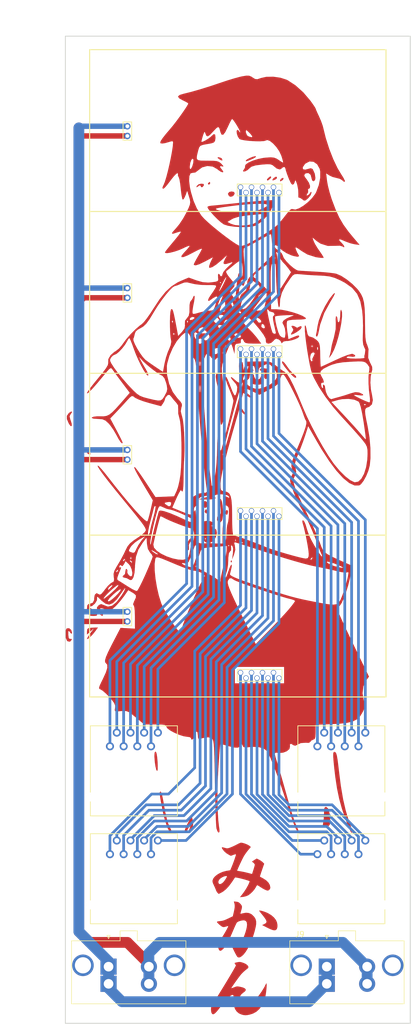
<source format=kicad_pcb>
(kicad_pcb (version 20171130) (host pcbnew 5.0.1)
  (layers (0 F.Cu signal) (31 B.Cu signal) (34 B.Paste user) (35 F.Paste user) (36 B.SilkS user) (37 F.SilkS user) (38 B.Mask user hide) (39 F.Mask user) (44 Edge.Cuts user))
  (net 0 "")
  (net 1 "Net-(J7-Pad1)")
  (net 2 "Net-(J7-Pad2)")
  (net 3 "Net-(J7-Pad3)")
  (net 4 "Net-(J7-Pad4)")
  (net 5 "Net-(J7-Pad5)")
  (net 6 "Net-(J7-Pad6)")
  (net 7 "Net-(J7-Pad7)")
  (net 8 "Net-(J7-Pad8)")
  (net 9 "Net-(J5-Pad8)")
  (net 10 "Net-(J5-Pad7)")
  (net 11 "Net-(J5-Pad6)")
  (net 12 "Net-(J5-Pad5)")
  (net 13 "Net-(J5-Pad4)")
  (net 14 "Net-(J5-Pad3)")
  (net 15 "Net-(J5-Pad2)")
  (net 16 "Net-(J5-Pad1)")
  (net 17 "Net-(J3-Pad1)")
  (net 18 "Net-(J3-Pad2)")
  (net 19 "Net-(J3-Pad3)")
  (net 20 "Net-(J3-Pad4)")
  (net 21 "Net-(J3-Pad5)")
  (net 22 "Net-(J3-Pad6)")
  (net 23 "Net-(J3-Pad7)")
  (net 24 "Net-(J3-Pad8)")
  (net 25 "Net-(J1-Pad8)")
  (net 26 "Net-(J1-Pad7)")
  (net 27 "Net-(J1-Pad6)")
  (net 28 "Net-(J1-Pad5)")
  (net 29 "Net-(J1-Pad4)")
  (net 30 "Net-(J1-Pad3)")
  (net 31 "Net-(J1-Pad2)")
  (net 32 "Net-(J1-Pad1)")
  (net 33 "Net-(J13-Pad2)")
  (net 34 "Net-(J13-Pad1)")
  (module antonlib:mikan_txt (layer F.Cu) (at 44.7 177.6)
    (fp_text reference G*** hide)
    (fp_text value mikan_txt hide)
    (fp_poly (pts (xy 0.167797 -16.048647) (xy 0.515533 -15.949818) (xy 0.884439 -15.81303) (xy 1.213319 -15.66113) (xy 1.440976 -15.516966) (xy 1.45053 -15.508661) (xy 1.708171 -15.278458) (xy 1.199346 -14.670944) (xy 0.924305 -14.321367) (xy 0.650874 -13.938706) (xy 0.429098 -13.593773) (xy 0.389198 -13.524613) (xy 0.256121 -13.274046) (xy 0.090693 -12.94385) (xy -0.093449 -12.563553) (xy -0.282668 -12.162683) (xy -0.463327 -11.770767) (xy -0.621789 -11.417334) (xy -0.744416 -11.131912) (xy -0.817571 -10.944028) (xy -0.830749 -10.883131) (xy -0.740607 -10.860961) (xy -0.52528 -10.821138) (xy -0.227005 -10.771356) (xy -0.149049 -10.758982) (xy 0.265536 -10.683572) (xy 0.7448 -10.58126) (xy 1.191002 -10.473035) (xy 1.22703 -10.4635) (xy 1.947825 -10.271022) (xy 2.201579 -11.06319) (xy 2.310925 -11.418743) (xy 2.39679 -11.724945) (xy 2.447456 -11.938553) (xy 2.456097 -12.002513) (xy 2.39513 -12.147037) (xy 2.242729 -12.322964) (xy 2.192136 -12.367282) (xy 1.927412 -12.584898) (xy 2.361687 -12.863571) (xy 2.795962 -13.142245) (xy 3.242061 -12.923989) (xy 3.542484 -12.751802) (xy 3.820051 -12.551588) (xy 3.93958 -12.443236) (xy 4.191 -12.180739) (xy 3.779094 -10.996665) (xy 3.636684 -10.580012) (xy 3.519837 -10.224078) (xy 3.437538 -9.957384) (xy 3.398771 -9.80845) (xy 3.398094 -9.787282) (xy 3.482934 -9.73818) (xy 3.677196 -9.632719) (xy 3.940217 -9.492951) (xy 3.962097 -9.481429) (xy 4.542568 -9.113199) (xy 4.966777 -8.703437) (xy 5.231249 -8.256593) (xy 5.332507 -7.777116) (xy 5.333528 -7.725834) (xy 5.267973 -7.511174) (xy 5.108227 -7.317498) (xy 4.911189 -7.206495) (xy 4.847167 -7.198527) (xy 4.617681 -7.250521) (xy 4.289818 -7.391095) (xy 3.897784 -7.603499) (xy 3.480235 -7.867955) (xy 3.222072 -8.036914) (xy 3.016423 -8.159824) (xy 2.904418 -8.212242) (xy 2.900184 -8.212667) (xy 2.825093 -8.142997) (xy 2.712273 -7.964782) (xy 2.638737 -7.823638) (xy 2.395996 -7.433154) (xy 2.055358 -7.025436) (xy 1.666459 -6.651597) (xy 1.278936 -6.362753) (xy 1.148471 -6.288987) (xy 0.764691 -6.141338) (xy 0.332116 -6.044321) (xy 0.216965 -6.030606) (xy -0.296333 -5.984146) (xy 0.006368 -6.357573) (xy 0.446302 -6.941705) (xy 0.849742 -7.55534) (xy 1.179188 -8.139783) (xy 1.284622 -8.358346) (xy 1.403356 -8.630645) (xy 1.483352 -8.83457) (xy 1.508832 -8.929602) (xy 1.507816 -8.931519) (xy 1.373723 -9.001373) (xy 1.119415 -9.093498) (xy 0.778468 -9.199308) (xy 0.38446 -9.310217) (xy -0.029031 -9.417639) (xy -0.428426 -9.512988) (xy -0.78015 -9.58768) (xy -1.050624 -9.633127) (xy -1.20627 -9.640745) (xy -1.22885 -9.631282) (xy -1.279342 -9.556493) (xy -1.40427 -9.369658) (xy -1.584304 -9.099731) (xy -1.780364 -8.805334) (xy -2.338955 -8.046033) (xy -2.898643 -7.44347) (xy -3.454627 -7.002436) (xy -3.757912 -6.830062) (xy -4.250335 -6.590456) (xy -4.451044 -6.779012) (xy -4.61564 -6.993055) (xy -4.742101 -7.256024) (xy -4.747512 -7.272617) (xy -4.831861 -7.498848) (xy -4.965563 -7.812751) (xy -5.121474 -8.150932) (xy -5.140575 -8.190524) (xy -5.296221 -8.532592) (xy -5.377265 -8.778271) (xy -5.38042 -8.810849) (xy -4.318 -8.810849) (xy -4.267886 -8.542627) (xy -4.12768 -8.409099) (xy -3.912587 -8.412346) (xy -3.63781 -8.55445) (xy -3.465 -8.694128) (xy -3.280137 -8.893286) (xy -3.081579 -9.156051) (xy -2.899907 -9.435203) (xy -2.765705 -9.683525) (xy -2.709553 -9.853799) (xy -2.709333 -9.860853) (xy -2.779468 -9.90963) (xy -2.960599 -9.898564) (xy -3.208811 -9.836203) (xy -3.480191 -9.731093) (xy -3.550462 -9.69714) (xy -3.947124 -9.44295) (xy -4.207235 -9.158094) (xy -4.315719 -8.859984) (xy -4.318 -8.810849) (xy -5.38042 -8.810849) (xy -5.396443 -8.976244) (xy -5.380677 -9.108292) (xy -5.233561 -9.468376) (xy -4.943358 -9.823172) (xy -4.535884 -10.155367) (xy -4.036959 -10.447648) (xy -3.4724 -10.682703) (xy -2.868025 -10.843218) (xy -2.766471 -10.861304) (xy -2.103943 -10.970841) (xy -1.854857 -11.560254) (xy -1.690429 -11.963889) (xy -1.524754 -12.395792) (xy -1.368099 -12.825993) (xy -1.230731 -13.224524) (xy -1.122919 -13.561415) (xy -1.054929 -13.806699) (xy -1.03703 -13.930405) (xy -1.040279 -13.937836) (xy -1.13948 -13.937055) (xy -1.345192 -13.884394) (xy -1.540045 -13.817774) (xy -1.991107 -13.64901) (xy -2.329053 -13.819918) (xy -2.816934 -14.121819) (xy -3.232449 -14.485735) (xy -3.529055 -14.870536) (xy -3.540251 -14.89016) (xy -3.643316 -15.091215) (xy -3.660856 -15.202839) (xy -3.573418 -15.234175) (xy -3.361545 -15.194365) (xy -3.069318 -15.111488) (xy -2.835791 -15.04814) (xy -2.656356 -15.028556) (xy -2.469825 -15.058113) (xy -2.215012 -15.142184) (xy -2.059118 -15.20023) (xy -1.683114 -15.356207) (xy -1.254956 -15.555318) (xy -0.871821 -15.752076) (xy -0.566712 -15.908886) (xy -0.301454 -16.026323) (xy -0.123263 -16.083983) (xy -0.097573 -16.086667) (xy 0.167797 -16.048647)) (layer F.Cu) (width 0.01))
    (fp_poly (pts (xy 3.621874 -3.469014) (xy 3.935236 -3.384021) (xy 4.288713 -3.266402) (xy 4.643867 -3.127682) (xy 4.924237 -2.998834) (xy 5.527332 -2.633351) (xy 6.017286 -2.208102) (xy 6.374649 -1.743073) (xy 6.565182 -1.312772) (xy 6.652347 -0.853275) (xy 6.644252 -0.436753) (xy 6.544126 -0.104024) (xy 6.459846 0.018954) (xy 6.292339 0.134482) (xy 6.062417 0.1641) (xy 5.752007 0.104157) (xy 5.343033 -0.048998) (xy 4.817424 -0.299016) (xy 4.772604 -0.321873) (xy 3.830208 -0.804334) (xy 4.175078 -0.973667) (xy 4.470652 -1.145112) (xy 4.615644 -1.314473) (xy 4.624487 -1.517662) (xy 4.511613 -1.790592) (xy 4.506933 -1.799415) (xy 4.365949 -2.025143) (xy 4.149488 -2.327192) (xy 3.894425 -2.655191) (xy 3.770605 -2.805284) (xy 3.545644 -3.080998) (xy 3.375002 -3.307294) (xy 3.279995 -3.454845) (xy 3.269249 -3.495027) (xy 3.387066 -3.509857) (xy 3.621874 -3.469014)) (layer F.Cu) (width 0.01))
    (fp_poly (pts (xy -0.090561 6.06681) (xy 0.219166 6.15771) (xy 0.25885 6.170445) (xy 0.654199 6.333668) (xy 0.965381 6.532036) (xy 1.1747 6.745558) (xy 1.26446 6.954241) (xy 1.216965 7.138092) (xy 1.164167 7.193267) (xy 1.043135 7.292133) (xy 0.840293 7.456271) (xy 0.66341 7.598772) (xy 0.367684 7.858024) (xy 0.062903 8.157605) (xy -0.06609 8.29745) (xy -0.227547 8.493753) (xy -0.44223 8.77221) (xy -0.691966 9.107251) (xy -0.958582 9.473304) (xy -1.223908 9.844798) (xy -1.46977 10.196161) (xy -1.677996 10.501822) (xy -1.830415 10.73621) (xy -1.908853 10.873752) (xy -1.914464 10.898424) (xy -1.825656 10.885925) (xy -1.625627 10.821234) (xy -1.376187 10.725692) (xy -1.102658 10.620419) (xy -0.896994 10.569261) (xy -0.690757 10.566606) (xy -0.415507 10.60684) (xy -0.265806 10.63462) (xy 0.232234 10.758725) (xy 0.570662 10.910563) (xy 0.747556 11.086838) (xy 0.760992 11.284257) (xy 0.609047 11.499527) (xy 0.351697 11.692052) (xy -0.05066 12.022525) (xy -0.31885 12.438448) (xy -0.463701 12.958771) (xy -0.486464 13.158894) (xy -0.475807 13.660936) (xy -0.356979 14.034393) (xy -0.135805 14.275893) (xy 0.181891 14.382067) (xy 0.590284 14.349544) (xy 1.08355 14.174953) (xy 1.185019 14.126124) (xy 1.659659 13.826452) (xy 2.171245 13.392736) (xy 2.698237 12.849842) (xy 3.219093 12.222638) (xy 3.712269 11.53599) (xy 4.156226 10.814765) (xy 4.327426 10.498666) (xy 4.612763 9.948333) (xy 4.641071 10.236793) (xy 4.644903 10.510798) (xy 4.621105 10.901551) (xy 4.57538 11.359779) (xy 4.51343 11.83621) (xy 4.440959 12.281572) (xy 4.363671 12.646593) (xy 4.360857 12.657666) (xy 4.162641 13.25291) (xy 3.880596 13.861554) (xy 3.548318 14.418127) (xy 3.273552 14.776636) (xy 2.753477 15.247149) (xy 2.130238 15.590819) (xy 1.516665 15.786837) (xy 1.072135 15.876158) (xy 0.714014 15.903335) (xy 0.371367 15.868811) (xy 0.056513 15.795933) (xy -0.477948 15.572599) (xy -0.904164 15.221818) (xy -1.219448 14.748548) (xy -1.421113 14.157749) (xy -1.506471 13.454378) (xy -1.497615 12.928181) (xy -1.480269 12.523854) (xy -1.498922 12.268491) (xy -1.566137 12.143355) (xy -1.694477 12.129707) (xy -1.896502 12.208809) (xy -1.958791 12.240258) (xy -2.276593 12.461061) (xy -2.667595 12.832044) (xy -3.130177 13.35148) (xy -3.66272 14.017642) (xy -3.825468 14.231979) (xy -4.251703 14.786183) (xy -4.598787 15.205059) (xy -4.877742 15.496607) (xy -5.099593 15.668827) (xy -5.27536 15.729718) (xy -5.416068 15.687279) (xy -5.532739 15.54951) (xy -5.563458 15.49325) (xy -5.623956 15.289644) (xy -5.66321 14.996731) (xy -5.671418 14.80243) (xy -5.666813 14.606196) (xy -5.642513 14.435991) (xy -5.584507 14.259501) (xy -5.478786 14.04441) (xy -5.311339 13.758404) (xy -5.068156 13.369169) (xy -5.010681 13.27843) (xy -4.586011 12.604653) (xy -4.148912 11.90387) (xy -3.708293 11.190968) (xy -3.273069 10.480839) (xy -2.852151 9.788373) (xy -2.45445 9.12846) (xy -2.08888 8.515989) (xy -1.764353 7.965852) (xy -1.48978 7.492938) (xy -1.274073 7.112137) (xy -1.126145 6.83834) (xy -1.054908 6.686436) (xy -1.05034 6.661605) (xy -1.135286 6.518882) (xy -1.228789 6.383227) (xy -1.291354 6.284454) (xy -1.280004 6.22037) (xy -1.16636 6.169928) (xy -0.922043 6.112081) (xy -0.839447 6.094467) (xy -0.547195 6.040216) (xy -0.32179 6.029321) (xy -0.090561 6.06681)) (layer F.Cu) (width 0.01))
    (fp_poly (pts (xy -0.997472 -5.143754) (xy -0.715495 -5.09911) (xy -0.509544 -5.005386) (xy -0.302741 -4.823265) (xy -0.238372 -4.755539) (xy -0.054863 -4.538168) (xy 0.045219 -4.342236) (xy 0.067481 -4.121648) (xy 0.017533 -3.830306) (xy -0.082635 -3.475711) (xy -0.16187 -3.196782) (xy -0.210273 -2.989486) (xy -0.217413 -2.898527) (xy -0.217339 -2.898451) (xy -0.125962 -2.903208) (xy 0.076351 -2.948542) (xy 0.258443 -2.999143) (xy 0.825688 -3.097796) (xy 1.342662 -3.047001) (xy 1.792494 -2.84937) (xy 1.93945 -2.738773) (xy 2.329502 -2.349608) (xy 2.579561 -1.952953) (xy 2.700249 -1.514624) (xy 2.702185 -1.000436) (xy 2.627793 -0.52326) (xy 2.417656 0.35315) (xy 2.151892 1.222871) (xy 1.841611 2.062141) (xy 1.497923 2.8472) (xy 1.131937 3.554286) (xy 0.754764 4.159638) (xy 0.377513 4.639495) (xy 0.084667 4.915849) (xy -0.22144 5.123714) (xy -0.460662 5.20334) (xy -0.666648 5.162751) (xy -0.747758 5.114312) (xy -0.84518 4.997182) (xy -0.988076 4.763592) (xy -1.162552 4.443041) (xy -1.354714 4.065029) (xy -1.55067 3.659053) (xy -1.736524 3.254613) (xy -1.898384 2.881208) (xy -2.022356 2.568337) (xy -2.094547 2.345497) (xy -2.101062 2.242189) (xy -2.100683 2.241794) (xy -2.017161 2.262869) (xy -1.820933 2.343961) (xy -1.550503 2.468871) (xy -1.480796 2.502613) (xy -1.099037 2.676848) (xy -0.821839 2.765293) (xy -0.60988 2.771447) (xy -0.423838 2.698804) (xy -0.294492 2.608091) (xy -0.103909 2.391571) (xy 0.10522 2.043706) (xy 0.319784 1.599499) (xy 0.526671 1.093954) (xy 0.712771 0.562074) (xy 0.864972 0.038862) (xy 0.970164 -0.440679) (xy 1.015234 -0.841545) (xy 1.016 -0.890542) (xy 0.967938 -1.281515) (xy 0.819565 -1.539235) (xy 0.564608 -1.67127) (xy 0.350451 -1.693334) (xy 0.027579 -1.658924) (xy -0.321394 -1.56943) (xy -0.634646 -1.445459) (xy -0.850356 -1.307616) (xy -0.871269 -1.286125) (xy -0.948601 -1.159258) (xy -1.075101 -0.90802) (xy -1.235442 -0.564608) (xy -1.414298 -0.161221) (xy -1.483466 0) (xy -1.848248 0.845705) (xy -2.164131 1.548675) (xy -2.439787 2.125423) (xy -2.683887 2.59246) (xy -2.905104 2.966298) (xy -3.11211 3.263448) (xy -3.313578 3.500423) (xy -3.332045 3.519684) (xy -3.565158 3.742021) (xy -3.770121 3.905219) (xy -3.907155 3.978109) (xy -3.918673 3.979333) (xy -4.100473 3.900342) (xy -4.242578 3.681637) (xy -4.33261 3.350619) (xy -4.358943 3.004708) (xy -4.350762 2.71097) (xy -4.307864 2.498169) (xy -4.205578 2.297482) (xy -4.019233 2.040089) (xy -4.007803 2.025195) (xy -3.809028 1.748966) (xy -3.581179 1.404431) (xy -3.339866 1.018707) (xy -3.100699 0.61891) (xy -2.879287 0.232155) (xy -2.691241 -0.114441) (xy -2.552169 -0.393762) (xy -2.477682 -0.578693) (xy -2.473878 -0.639434) (xy -2.563562 -0.630959) (xy -2.757919 -0.575725) (xy -2.884363 -0.532517) (xy -3.163453 -0.459235) (xy -3.408274 -0.439824) (xy -3.473959 -0.449048) (xy -3.642679 -0.53044) (xy -3.869945 -0.687455) (xy -4.116132 -0.886061) (xy -4.341617 -1.092222) (xy -4.506776 -1.271905) (xy -4.571985 -1.391076) (xy -4.572 -1.39219) (xy -4.496816 -1.463367) (xy -4.266211 -1.515433) (xy -3.991087 -1.542812) (xy -3.68437 -1.577856) (xy -3.392633 -1.646099) (xy -3.066638 -1.763171) (xy -2.657146 -1.944702) (xy -2.51874 -2.010205) (xy -1.627306 -2.436033) (xy -1.44004 -3.22885) (xy -1.327846 -3.755353) (xy -1.272564 -4.165718) (xy -1.271874 -4.502443) (xy -1.323455 -4.808026) (xy -1.348779 -4.899994) (xy -1.433532 -5.185654) (xy -0.997472 -5.143754)) (layer F.Cu) (width 0.01))
  )
  (module antonlib:mikan (layer F.Cu) (at 40.4 92.1)
    (fp_text reference G*** hide)
    (fp_text value mikan hide)
    (fp_poly (pts (xy 21.690718 52.631086) (xy 21.847647 52.841418) (xy 21.98137 53.285602) (xy 22.111053 54.040245) (xy 22.255865 55.181954) (xy 22.34939 56.007) (xy 22.718462 58.903703) (xy 23.139303 61.367478) (xy 23.626395 63.472024) (xy 24.148779 65.163638) (xy 24.529906 66.252305) (xy 24.759328 66.949661) (xy 24.856714 67.34262) (xy 24.841731 67.518092) (xy 24.734045 67.562989) (xy 24.691963 67.564) (xy 24.52992 67.340185) (xy 24.244907 66.733813) (xy 23.879803 65.842491) (xy 23.548214 64.9605) (xy 22.907876 63.064492) (xy 22.409693 61.258847) (xy 22.018121 59.381156) (xy 21.697615 57.269011) (xy 21.501134 55.606784) (xy 21.368049 54.284996) (xy 21.306861 53.394121) (xy 21.317338 52.862214) (xy 21.39925 52.617333) (xy 21.491413 52.578) (xy 21.690718 52.631086)) (layer F.Cu) (width 0.01))
    (fp_poly (pts (xy 1.723921 7.82477) (xy 1.778 8.113009) (xy 1.674369 8.533822) (xy 1.524 8.636) (xy 1.296182 8.431356) (xy 1.27 8.26999) (xy 1.4248 7.837543) (xy 1.524 7.747) (xy 1.723921 7.82477)) (layer F.Cu) (width 0.01))
    (fp_poly (pts (xy 2.914484 -51.214825) (xy 3.004399 -50.889736) (xy 3.000207 -50.866417) (xy 2.730342 -50.464872) (xy 2.278371 -50.320065) (xy 1.956114 -50.452553) (xy 1.765502 -50.881268) (xy 2.001395 -51.211238) (xy 2.431624 -51.308) (xy 2.914484 -51.214825)) (layer F.Cu) (width 0.01))
    (fp_poly (pts (xy 0.454399 5.715) (xy 0.639426 6.150875) (xy 0.768588 6.917541) (xy 0.834075 7.840068) (xy 0.828078 8.743524) (xy 0.742784 9.452979) (xy 0.633993 9.737421) (xy 0.291884 10.110109) (xy 0.023459 10.085464) (xy -0.084667 9.990666) (xy -0.260895 9.569578) (xy -0.22114 9.058441) (xy -0.006372 8.691821) (xy 0.151939 8.636) (xy 0.368204 8.567277) (xy 0.460588 8.288601) (xy 0.444732 7.691203) (xy 0.380224 7.0485) (xy 0.308531 6.139186) (xy 0.350449 5.714095) (xy 0.454399 5.715)) (layer F.Cu) (width 0.01))
    (fp_poly (pts (xy -1.526913 -52.889483) (xy -1.524 -52.832) (xy -1.719264 -52.587761) (xy -1.792991 -52.578) (xy -1.944689 -52.73361) (xy -1.905 -52.832) (xy -1.676754 -53.074312) (xy -1.63601 -53.086) (xy -1.526913 -52.889483)) (layer F.Cu) (width 0.01))
    (fp_poly (pts (xy -22.836778 30.192675) (xy -23.297504 30.770266) (xy -23.778376 31.272498) (xy -24.173197 31.601206) (xy -24.375769 31.658229) (xy -24.384 31.622842) (xy -24.244201 31.310081) (xy -23.891914 30.763223) (xy -23.705054 30.503975) (xy -23.026108 29.591) (xy -23.705054 30.206775) (xy -24.384 30.822551) (xy -24.383875 30.206775) (xy -24.320953 29.805864) (xy -24.037889 29.620048) (xy -23.39291 29.558375) (xy -23.372066 29.557675) (xy -22.360382 29.52435) (xy -22.836778 30.192675)) (layer F.Cu) (width 0.01))
    (fp_poly (pts (xy -4.8397 13.0792) (xy -5.046501 13.452489) (xy -5.225372 13.643656) (xy -5.506167 14.256082) (xy -5.474532 14.641514) (xy -5.478633 15.108817) (xy -5.692556 15.241378) (xy -5.959068 14.966616) (xy -5.99535 14.881925) (xy -5.979503 14.442714) (xy -5.769728 13.845553) (xy -5.461093 13.289253) (xy -5.148663 12.972628) (xy -5.073478 12.954) (xy -4.8397 13.0792)) (layer F.Cu) (width 0.01))
    (fp_poly (pts (xy 10.247613 -49.051319) (xy 9.758913 -47.85778) (xy 8.925671 -46.658831) (xy 7.882021 -45.619158) (xy 6.938198 -44.988032) (xy 6.252245 -44.800374) (xy 5.230743 -44.708796) (xy 4.035833 -44.707553) (xy 2.829658 -44.790899) (xy 1.774359 -44.953088) (xy 1.032077 -45.188375) (xy 1.013556 -45.19797) (xy 0.489273 -45.567448) (xy 0.379406 -45.665451) (xy 1.676022 -45.665451) (xy 2.298511 -45.320726) (xy 3.119469 -45.065661) (xy 4.219141 -44.980554) (xy 5.398175 -45.063552) (xy 6.457221 -45.312804) (xy 6.583759 -45.360538) (xy 7.284719 -45.75357) (xy 7.909403 -46.286879) (xy 8.310236 -46.819919) (xy 8.382 -47.073136) (xy 8.164714 -47.123212) (xy 7.703734 -47.099689) (xy 7.110689 -47.038633) (xy 6.207089 -46.950045) (xy 5.18823 -46.853071) (xy 5.185166 -46.852784) (xy 3.894435 -46.655615) (xy 2.864778 -46.348135) (xy 2.510442 -46.172892) (xy 1.676022 -45.665451) (xy 0.379406 -45.665451) (xy -0.16953 -46.155106) (xy -0.857468 -46.849249) (xy -1.469153 -47.538181) (xy -1.872748 -48.075022) (xy -0.484795 -48.075022) (xy -0.37001 -47.960658) (xy -0.127 -47.846575) (xy 0.602758 -47.665564) (xy 1.695425 -47.550291) (xy 3.010345 -47.499506) (xy 4.406861 -47.511961) (xy 5.744317 -47.586407) (xy 6.882059 -47.721596) (xy 7.678359 -47.915866) (xy 8.426074 -48.246854) (xy 9.007398 -48.578519) (xy 9.134928 -48.677866) (xy 9.131755 -48.863563) (xy 8.686161 -48.980164) (xy 7.858907 -49.028378) (xy 6.710754 -49.008917) (xy 5.302461 -48.92249) (xy 3.69479 -48.769809) (xy 2.286 -48.597769) (xy 0.988079 -48.419703) (xy 0.133884 -48.285752) (xy -0.336953 -48.177122) (xy -0.484795 -48.075022) (xy -1.872748 -48.075022) (xy -1.8992 -48.110207) (xy -2.043795 -48.438355) (xy -1.819264 -48.589871) (xy -1.336458 -48.667345) (xy -0.836301 -48.707428) (xy 0.0563 -48.793004) (xy 1.228974 -48.912786) (xy 2.569346 -49.055487) (xy 3.048 -49.107736) (xy 4.551924 -49.265726) (xy 6.054853 -49.411024) (xy 7.398723 -49.529135) (xy 8.425474 -49.605563) (xy 8.56876 -49.614016) (xy 10.40652 -49.715637) (xy 10.247613 -49.051319)) (layer F.Cu) (width 0.01))
    (fp_poly (pts (xy -27.326345 29.975559) (xy -27.186079 30.4476) (xy -27.232475 30.706418) (xy -27.420589 30.557645) (xy -27.542356 30.401763) (xy -27.769019 30.152399) (xy -27.860432 30.269519) (xy -27.865612 30.821892) (xy -27.864718 30.854036) (xy -27.789455 31.469038) (xy -27.589571 31.653592) (xy -27.487216 31.6306) (xy -27.232005 31.659462) (xy -27.236151 31.797452) (xy -27.547199 32.158949) (xy -27.967469 32.09152) (xy -28.110923 31.948959) (xy -28.322686 31.426108) (xy -28.403058 30.73126) (xy -28.348626 30.08174) (xy -28.155981 29.694875) (xy -28.146403 29.688582) (xy -27.707132 29.658804) (xy -27.326345 29.975559)) (layer F.Cu) (width 0.01))
    (fp_poly (pts (xy -27.175638 -10.411081) (xy -27.405029 -10.037349) (xy -27.468669 -9.970932) (xy -27.626834 -9.608269) (xy -27.486169 -9.023916) (xy -27.4432 -8.917039) (xy -27.236376 -8.250545) (xy -27.234876 -7.855064) (xy -27.400201 -7.802147) (xy -27.693849 -8.163344) (xy -27.772056 -8.305887) (xy -28.116942 -9.111567) (xy -28.13345 -9.679243) (xy -27.814836 -10.164119) (xy -27.686 -10.287) (xy -27.293417 -10.52938) (xy -27.175638 -10.411081)) (layer F.Cu) (width 0.01))
    (fp_poly (pts (xy 2.455333 17.102666) (xy 2.485732 17.404105) (xy 2.455333 17.441333) (xy 2.30433 17.406466) (xy 2.286 17.272) (xy 2.378934 17.062929) (xy 2.455333 17.102666)) (layer F.Cu) (width 0.01))
    (fp_poly (pts (xy 6.938718 -57.836737) (xy 6.920238 -57.688448) (xy 6.52466 -57.437352) (xy 6.25548 -57.31331) (xy 5.558397 -57.025542) (xy 5.208713 -56.914568) (xy 5.089601 -56.950886) (xy 5.08 -57.016478) (xy 5.290309 -57.233353) (xy 5.786948 -57.503283) (xy 6.368481 -57.737373) (xy 6.833471 -57.84673) (xy 6.938718 -57.836737)) (layer F.Cu) (width 0.01))
    (fp_poly (pts (xy -11.582053 52.599166) (xy -11.466564 52.931038) (xy -11.369128 53.571304) (xy -11.299 54.365118) (xy -11.265432 55.157634) (xy -11.277677 55.794004) (xy -11.344989 56.119384) (xy -11.37082 56.134) (xy -11.524132 55.902688) (xy -11.680373 55.296785) (xy -11.803766 54.463022) (xy -11.882071 53.381186) (xy -11.84373 52.726588) (xy -11.692066 52.527163) (xy -11.582053 52.599166)) (layer F.Cu) (width 0.01))
    (fp_poly (pts (xy 5.686781 -72.771534) (xy 6.111687 -72.596919) (xy 6.339392 -72.441168) (xy 6.820341 -72.146462) (xy 7.250832 -72.117922) (xy 7.874 -72.333776) (xy 8.910362 -72.567157) (xy 10.192807 -72.580547) (xy 11.517691 -72.390195) (xy 12.681373 -72.012353) (xy 12.83447 -71.937921) (xy 14.301853 -70.983013) (xy 15.760716 -69.672136) (xy 17.035976 -68.174666) (xy 17.543799 -67.46777) (xy 17.903195 -66.930292) (xy 18.034 -66.684601) (xy 18.135836 -66.3972) (xy 18.398438 -65.802331) (xy 18.651117 -65.266287) (xy 19.037609 -64.379345) (xy 19.339531 -63.534657) (xy 19.436398 -63.172032) (xy 19.924037 -61.205053) (xy 20.566329 -59.199924) (xy 21.308812 -57.298354) (xy 22.09702 -55.642051) (xy 22.749726 -54.551059) (xy 23.189417 -53.855783) (xy 23.449765 -53.331332) (xy 23.479869 -53.113203) (xy 23.224643 -53.152209) (xy 23.029732 -53.3404) (xy 22.573262 -53.642592) (xy 21.971 -53.801073) (xy 21.182286 -53.999257) (xy 20.598865 -54.276743) (xy 19.988731 -54.67234) (xy 20.154126 -53.265087) (xy 20.323024 -52.343146) (xy 20.62098 -51.172409) (xy 20.989829 -49.97632) (xy 21.071354 -49.741417) (xy 21.755375 -47.937736) (xy 22.429655 -46.469121) (xy 23.186066 -45.172908) (xy 24.116478 -43.886428) (xy 24.956841 -42.861739) (xy 26.198211 -41.400477) (xy 25.307143 -41.514562) (xy 24.493481 -41.704663) (xy 23.588975 -42.033656) (xy 23.384038 -42.127273) (xy 22.685877 -42.413532) (xy 22.38388 -42.418814) (xy 22.494545 -42.153958) (xy 22.86 -41.783) (xy 23.20636 -41.390887) (xy 23.364071 -41.073821) (xy 23.301904 -40.952528) (xy 23.034439 -41.108629) (xy 22.560731 -41.259594) (xy 21.847082 -41.246095) (xy 21.778633 -41.235799) (xy 20.287483 -41.214099) (xy 18.956223 -41.634512) (xy 18.262346 -42.097564) (xy 17.459738 -42.772914) (xy 17.652014 -42.150957) (xy 17.906772 -41.603449) (xy 18.359184 -40.852178) (xy 18.731541 -40.310563) (xy 19.187926 -39.650315) (xy 19.472247 -39.172878) (xy 19.524895 -39.002678) (xy 19.243237 -38.989583) (xy 18.619254 -39.051354) (xy 18.082295 -39.128713) (xy 16.520642 -39.623642) (xy 15.456796 -40.26148) (xy 14.767614 -40.744337) (xy 14.406736 -40.945195) (xy 14.296511 -40.887447) (xy 14.359289 -40.594488) (xy 14.360088 -40.591882) (xy 14.609795 -39.989374) (xy 14.799281 -39.681362) (xy 14.966717 -39.318498) (xy 14.69562 -39.201881) (xy 13.992343 -39.332522) (xy 13.51947 -39.477912) (xy 12.620163 -39.881667) (xy 11.804495 -40.417589) (xy 11.550495 -40.64679) (xy 10.918928 -41.227628) (xy 10.543926 -41.379639) (xy 10.415728 -41.106585) (xy 10.415605 -41.0845) (xy 10.617984 -40.75533) (xy 11.10991 -40.374088) (xy 11.177605 -40.334314) (xy 11.6949 -39.914493) (xy 11.935769 -39.471779) (xy 11.938 -39.434699) (xy 12.126351 -38.97806) (xy 12.607618 -38.356023) (xy 13.256117 -37.69101) (xy 13.946168 -37.105445) (xy 14.552088 -36.721749) (xy 14.806228 -36.640858) (xy 15.283508 -36.602789) (xy 16.1366 -36.548335) (xy 17.2339 -36.485512) (xy 18.161 -36.43655) (xy 19.409578 -36.354935) (xy 20.566531 -36.24725) (xy 21.478224 -36.129468) (xy 21.891691 -36.048659) (xy 22.765709 -35.671684) (xy 23.799964 -35.006769) (xy 24.84372 -34.167674) (xy 25.746246 -33.268158) (xy 26.024041 -32.929946) (xy 26.468803 -32.272808) (xy 26.78848 -31.582719) (xy 27.002508 -30.760848) (xy 27.130321 -29.708364) (xy 27.191357 -28.326436) (xy 27.205158 -26.924) (xy 27.222031 -25.398425) (xy 27.273175 -24.299605) (xy 27.366375 -23.54699) (xy 27.509417 -23.060027) (xy 27.593795 -22.903516) (xy 27.860064 -22.089948) (xy 27.8165 -21.356719) (xy 27.795331 -20.465336) (xy 28.116633 -19.622411) (xy 28.184559 -19.504043) (xy 28.519035 -18.811488) (xy 28.554336 -18.264084) (xy 28.454008 -17.922804) (xy 28.258395 -17.013144) (xy 28.205218 -15.838412) (xy 28.293039 -14.620737) (xy 28.48131 -13.70498) (xy 28.658199 -12.635229) (xy 28.486001 -11.842243) (xy 27.979987 -11.380548) (xy 27.815211 -11.326252) (xy 27.480967 -11.205589) (xy 27.279683 -10.990116) (xy 27.208189 -10.597088) (xy 27.263317 -9.943757) (xy 27.4419 -8.94738) (xy 27.680434 -7.806069) (xy 28.028927 -5.752454) (xy 28.210888 -3.703452) (xy 28.217257 -1.823539) (xy 28.08245 -0.508) (xy 27.82779 0.456586) (xy 27.422794 1.447753) (xy 26.940516 2.327638) (xy 26.454009 2.958382) (xy 26.124463 3.186913) (xy 25.266605 3.195895) (xy 24.267856 2.735787) (xy 23.142326 1.821273) (xy 21.904129 0.467039) (xy 20.567376 -1.312232) (xy 19.146179 -3.501856) (xy 18.27096 -4.985197) (xy 16.656143 -7.811393) (xy 16.115504 -6.128197) (xy 15.718399 -4.978116) (xy 15.227868 -3.675304) (xy 14.818941 -2.667) (xy 14.427013 -1.685203) (xy 14.237246 -1.003624) (xy 14.220346 -0.470275) (xy 14.313141 -0.042964) (xy 14.430743 0.718543) (xy 14.220283 1.378816) (xy 14.153108 1.497415) (xy 13.98197 1.872481) (xy 13.920711 2.29853) (xy 13.989683 2.840531) (xy 14.209241 3.563457) (xy 14.599739 4.532279) (xy 15.18153 5.811966) (xy 15.974968 7.467491) (xy 16.110938 7.747) (xy 16.983012 9.559487) (xy 17.675789 11.056776) (xy 18.247996 12.372456) (xy 18.758359 13.640115) (xy 19.108775 14.566421) (xy 19.332979 15.061629) (xy 19.649407 15.477499) (xy 20.138937 15.87066) (xy 20.882447 16.29774) (xy 21.960814 16.815367) (xy 22.959017 17.262257) (xy 24.709034 18.034349) (xy 24.567118 19.367674) (xy 24.387069 20.455383) (xy 24.082523 21.692688) (xy 23.697431 22.948248) (xy 23.275744 24.090724) (xy 22.861411 24.988773) (xy 22.517306 25.493308) (xy 21.961547 26.035) (xy 22.816402 27.94) (xy 23.209958 28.797292) (xy 23.771819 29.994649) (xy 24.446857 31.415909) (xy 25.179942 32.944909) (xy 25.805097 34.237503) (xy 27.938937 38.630006) (xy 27.412528 39.342013) (xy 26.899673 40.428358) (xy 26.744521 41.715346) (xy 26.968114 43.023194) (xy 26.978189 43.053) (xy 27.165252 43.703571) (xy 27.164325 44.214517) (xy 26.950899 44.816107) (xy 26.744608 45.247677) (xy 26.290339 45.991177) (xy 25.711933 46.543794) (xy 24.929445 46.93615) (xy 23.86293 47.198868) (xy 22.432443 47.362569) (xy 21.0185 47.440979) (xy 18.034 47.560612) (xy 18.034 48.926306) (xy 17.999653 49.753559) (xy 17.877743 50.175656) (xy 17.645028 50.292) (xy 17.218477 50.497007) (xy 17.114053 50.662054) (xy 16.803692 50.914954) (xy 16.235991 50.884898) (xy 15.299507 50.946203) (xy 14.834813 51.17349) (xy 14.265555 51.444861) (xy 13.901728 51.341094) (xy 13.892046 51.331646) (xy 13.474631 51.06568) (xy 13.258177 51.214809) (xy 13.282926 51.567086) (xy 13.177358 52.040578) (xy 12.705188 52.454063) (xy 12.00744 52.728098) (xy 11.225141 52.78324) (xy 11.1424 52.772888) (xy 10.729586 52.722332) (xy 10.509377 52.78232) (xy 10.471425 53.044649) (xy 10.605382 53.601117) (xy 10.900898 54.543523) (xy 10.931871 54.64041) (xy 11.170871 55.420949) (xy 11.510776 56.575092) (xy 11.917991 57.986572) (xy 12.358918 59.539122) (xy 12.721256 60.833) (xy 13.157811 62.355538) (xy 13.588742 63.774035) (xy 13.98201 64.989124) (xy 14.305574 65.901436) (xy 14.509662 66.379555) (xy 14.797341 66.99894) (xy 14.913456 67.411701) (xy 14.898006 67.482659) (xy 14.68778 67.389863) (xy 14.364009 66.820526) (xy 13.933681 65.791598) (xy 13.403784 64.320032) (xy 12.781306 62.422781) (xy 12.680529 62.103) (xy 12.079872 60.24643) (xy 11.451999 58.40924) (xy 10.827639 56.673006) (xy 10.237521 55.119307) (xy 9.712373 53.82972) (xy 9.282925 52.885824) (xy 9.050859 52.467028) (xy 8.463782 51.991385) (xy 7.523961 51.705919) (xy 6.360158 51.638891) (xy 5.618369 51.713605) (xy 4.966529 51.781798) (xy 4.623695 51.652173) (xy 4.403627 51.240025) (xy 4.368421 51.145107) (xy 4.104105 50.419) (xy 4.084052 51.1175) (xy 3.974311 51.579042) (xy 3.63194 51.797169) (xy 2.986714 51.781269) (xy 1.968407 51.54073) (xy 1.63972 51.444314) (xy 0.926698 51.243744) (xy 0.45174 51.136669) (xy 0.344373 51.132959) (xy 0.308485 51.393166) (xy 0.246253 52.077737) (xy 0.164313 53.104109) (xy 0.069302 54.389716) (xy -0.017286 55.632144) (xy -0.121617 57.635636) (xy -0.173213 59.706229) (xy -0.173846 61.736077) (xy -0.125285 63.617336) (xy -0.029302 65.242161) (xy 0.112332 66.502707) (xy 0.166209 66.807549) (xy 0.202051 67.354226) (xy 0.060578 67.564) (xy -0.158246 67.343214) (xy -0.3481 66.804996) (xy -0.3623 66.7385) (xy -0.408048 66.281468) (xy -0.45732 65.387093) (xy -0.507718 64.125998) (xy -0.556846 62.568806) (xy -0.602306 60.786138) (xy -0.6417 58.848617) (xy -0.653305 58.166) (xy -0.691327 55.95739) (xy -0.728713 54.202259) (xy -0.769249 52.846105) (xy -0.816721 51.834426) (xy -0.874916 51.112722) (xy -0.947621 50.626489) (xy -1.038621 50.321226) (xy -1.151703 50.142432) (xy -1.214676 50.085728) (xy -1.900172 49.870389) (xy -2.882533 50.010982) (xy -3.3655 50.174387) (xy -3.676947 50.20627) (xy -3.797522 49.897229) (xy -3.81 49.557175) (xy -3.891327 48.941775) (xy -4.082063 48.801433) (xy -4.30234 49.139786) (xy -4.4069 49.53) (xy -4.591131 50.022516) (xy -4.838337 50.295987) (xy -5.034265 50.264183) (xy -5.08 50.038) (xy -5.29909 49.85467) (xy -5.7785 49.787118) (xy -6.463162 49.683132) (xy -7.311108 49.409075) (xy -8.18749 49.029278) (xy -8.95746 48.60807) (xy -9.486171 48.209782) (xy -9.645172 47.9425) (xy -9.710172 47.720226) (xy -9.962724 47.586345) (xy -10.501763 47.519563) (xy -11.426226 47.498585) (xy -11.710309 47.498) (xy -13.768618 47.498) (xy -15.320916 46.20093) (xy -16.11774 45.55231) (xy -16.678678 45.175447) (xy -17.150573 45.008059) (xy -17.680268 44.987862) (xy -18.100858 45.021822) (xy -18.832023 45.079372) (xy -19.173731 45.02585) (xy -19.242072 44.800052) (xy -19.177881 44.454009) (xy -19.1563 44.005454) (xy -19.34494 43.533251) (xy -19.808406 42.911243) (xy -20.193033 42.471614) (xy -20.856918 41.788269) (xy -21.458119 41.263597) (xy -21.850724 41.018865) (xy -22.083031 40.91051) (xy -22.153339 40.712242) (xy -22.040816 40.32255) (xy -21.724632 39.639923) (xy -21.458322 39.106709) (xy -20.889036 37.869834) (xy -20.61703 36.993635) (xy -20.621622 36.83) (xy 3.048 36.83) (xy 3.048 39.878) (xy 12.192 39.878) (xy 12.192 36.83) (xy 3.048 36.83) (xy -20.621622 36.83) (xy -20.632737 36.433926) (xy -20.828 36.195) (xy -21.017708 35.974079) (xy -21.038396 35.598351) (xy -20.869383 35.002722) (xy -20.489985 34.122099) (xy -19.87952 32.891391) (xy -19.617404 32.385) (xy -18.161 29.591) (xy -16.8275 29.667773) (xy -15.494 29.744547) (xy -15.494 27.572273) (xy -15.522919 26.481364) (xy -15.603747 25.73543) (xy -15.727593 25.408605) (xy -15.754523 25.4) (xy -15.833629 25.207887) (xy -15.662546 24.720256) (xy -15.627523 24.650613) (xy -15.321683 23.984329) (xy -15.314846 23.576164) (xy -15.646745 23.247383) (xy -15.986299 23.036679) (xy -16.732598 22.595829) (xy -17.48605 23.680414) (xy -18.143593 24.534442) (xy -18.89042 25.377553) (xy -19.133797 25.621955) (xy -19.703862 26.12995) (xy -20.115165 26.330603) (xy -20.556638 26.286938) (xy -20.846949 26.193455) (xy -21.601396 25.962278) (xy -21.944617 25.96412) (xy -21.927205 26.220371) (xy -21.725918 26.565038) (xy -21.449996 27.133377) (xy -21.496458 27.387967) (xy -21.794213 27.263022) (xy -22.109724 26.920205) (xy -22.519472 26.259927) (xy -22.534626 25.779605) (xy -22.204375 25.382882) (xy -21.76617 25.18018) (xy -21.318822 25.351781) (xy -20.513994 25.655887) (xy -19.751338 25.500725) (xy -18.972558 24.868864) (xy -18.719583 24.5745) (xy -17.981983 23.593955) (xy -17.482042 22.786514) (xy -17.274628 22.242248) (xy -17.272 22.198151) (xy -17.395694 22.282059) (xy -17.714581 22.69548) (xy -18.019729 23.139769) (xy -18.865037 24.302712) (xy -19.590927 25.008914) (xy -20.258931 25.276315) (xy -20.930579 25.122854) (xy -21.667405 24.566471) (xy -21.701558 24.532114) (xy -20.513398 24.532114) (xy -20.478253 24.701541) (xy -20.192387 24.628175) (xy -19.707692 24.285406) (xy -19.140469 23.785175) (xy -18.607015 23.239424) (xy -18.223629 22.760096) (xy -18.106611 22.459134) (xy -18.121888 22.433445) (xy -18.368088 22.515025) (xy -18.874066 22.867388) (xy -19.51439 23.400529) (xy -20.208647 24.08021) (xy -20.513398 24.532114) (xy -21.701558 24.532114) (xy -21.947359 24.284849) (xy -22.037933 24.198927) (xy -21.336 24.198927) (xy -21.162952 24.145644) (xy -20.702499 23.815275) (xy -20.042681 23.272941) (xy -19.806236 23.067397) (xy -19.13416 22.436781) (xy -18.686721 21.939067) (xy -18.53545 21.657065) (xy -18.561105 21.625965) (xy -18.856546 21.747534) (xy -19.375788 22.135381) (xy -20.000762 22.680031) (xy -20.613403 23.272009) (xy -21.095643 23.801839) (xy -21.329414 24.160046) (xy -21.336 24.198927) (xy -22.037933 24.198927) (xy -22.397054 23.858255) (xy -22.550723 23.838757) (xy -22.516784 23.978986) (xy -22.5574 24.500941) (xy -22.906162 25.07507) (xy -23.419598 25.520942) (xy -23.856776 25.664169) (xy -23.96701 25.761761) (xy -23.640973 26.007563) (xy -23.564886 26.049935) (xy -22.978292 26.476176) (xy -22.617043 26.903366) (xy -22.504886 27.220316) (xy -22.700547 27.354405) (xy -23.263086 27.381199) (xy -23.864769 27.32977) (xy -24.051737 27.147858) (xy -24.023338 27.012407) (xy -24.020047 26.771713) (xy -24.13291 26.798798) (xy -24.302385 26.688909) (xy -24.381907 26.177127) (xy -24.384 26.04999) (xy -24.327541 25.428503) (xy -24.110342 25.175627) (xy -23.890991 25.146) (xy -23.313388 24.935511) (xy -23.049282 24.397249) (xy -23.055872 24.13) (xy -22.976301 23.586212) (xy -22.878392 23.384332) (xy -22.606457 23.154515) (xy -22.268242 23.332112) (xy -22.002028 23.447292) (xy -21.700777 23.282811) (xy -21.268955 22.772124) (xy -21.116551 22.563799) (xy -20.498283 22.563799) (xy -20.324414 22.492563) (xy -19.929108 22.087069) (xy -19.64371 21.73695) (xy -19.71325 21.673491) (xy -19.870103 21.725708) (xy -20.308207 22.059289) (xy -20.41939 22.244638) (xy -20.498283 22.563799) (xy -21.116551 22.563799) (xy -21.066035 22.494748) (xy -20.51829 21.823453) (xy -20.000358 21.336933) (xy -19.748503 21.188846) (xy -19.424575 20.988927) (xy -19.359024 20.576435) (xy -19.363683 20.544562) (xy -18.790249 20.544562) (xy -18.700075 20.723365) (xy -18.541117 20.830951) (xy -18.136182 21.078593) (xy -17.460511 21.504004) (xy -16.764 21.948687) (xy -16.011562 22.398331) (xy -15.414567 22.693661) (xy -15.117364 22.769884) (xy -14.926112 22.521131) (xy -14.58117 21.895389) (xy -14.128803 20.982663) (xy -13.615277 19.872955) (xy -13.529864 19.681639) (xy -13.027483 18.528958) (xy -12.704236 17.755242) (xy -11.847912 17.755242) (xy -11.825718 19.022488) (xy -11.673891 20.510154) (xy -11.41072 22.088432) (xy -11.054496 23.627512) (xy -10.623509 24.997587) (xy -10.542987 25.207216) (xy -10.221171 25.888325) (xy -9.742506 26.74725) (xy -9.170251 27.688118) (xy -8.567667 28.615057) (xy -7.998013 29.432195) (xy -7.524549 30.043658) (xy -7.210535 30.353576) (xy -7.137305 30.368639) (xy -6.914974 30.040907) (xy -6.744442 29.554127) (xy -6.537529 28.910839) (xy -6.168368 27.93141) (xy -5.684347 26.726742) (xy -5.132854 25.407737) (xy -4.561279 24.085298) (xy -4.017008 22.870328) (xy -3.547431 21.873729) (xy -3.199936 21.206405) (xy -3.126275 21.086537) (xy -2.757693 20.465315) (xy -2.554093 19.995524) (xy -2.54 19.910853) (xy -2.756694 19.62728) (xy -3.279896 19.322677) (xy -3.919288 19.081974) (xy -4.484553 18.9901) (xy -4.583626 18.998877) (xy -4.950305 18.927514) (xy -5.685594 18.6865) (xy -6.693052 18.310611) (xy -7.876236 17.83462) (xy -8.243102 17.680768) (xy -6.776271 17.680768) (xy -6.380251 17.940189) (xy -5.784861 18.180822) (xy -5.196618 18.335935) (xy -4.822041 18.338796) (xy -4.795793 18.320724) (xy -4.776259 18.281854) (xy -4.262818 18.281854) (xy -2.227078 19.364427) (xy -1.311036 19.877907) (xy -0.579117 20.33762) (xy -0.141007 20.672423) (xy -0.068493 20.7645) (xy 0.197195 21.059023) (xy 0.296165 21.082) (xy 0.358002 21.013548) (xy 1.723559 21.013548) (xy 1.730677 21.30887) (xy 1.832954 21.736901) (xy 2.050323 22.346116) (xy 2.402716 23.184987) (xy 2.910067 24.301989) (xy 3.592308 25.745593) (xy 4.469374 27.564273) (xy 5.135081 28.932961) (xy 6.91886 32.592923) (xy 9.39855 30.075961) (xy 10.433015 29.011418) (xy 11.455397 27.934022) (xy 12.352746 26.964338) (xy 13.012111 26.22293) (xy 13.05112 26.177181) (xy 13.628824 25.47234) (xy 14.047641 24.915161) (xy 14.223017 24.618633) (xy 14.224 24.609862) (xy 14.003937 24.438592) (xy 13.467232 24.268535) (xy 13.3985 24.253682) (xy 12.728053 24.083313) (xy 11.729906 23.789663) (xy 10.495294 23.403549) (xy 9.115452 22.955787) (xy 7.681617 22.477194) (xy 6.285024 21.998587) (xy 5.016907 21.550781) (xy 3.968503 21.164595) (xy 3.231048 20.870844) (xy 2.907486 20.71013) (xy 2.38219 20.381839) (xy 2.052617 20.429196) (xy 1.791666 20.802464) (xy 1.723559 21.013548) (xy 0.358002 21.013548) (xy 0.433141 20.930373) (xy 0.404245 20.865612) (xy 0.408344 20.540981) (xy 0.455034 20.273035) (xy 1.296057 20.273035) (xy 1.376552 20.295833) (xy 1.558529 19.916909) (xy 1.748481 19.380742) (xy 2.101361 18.405209) (xy 2.352153 17.918245) (xy 2.475281 17.906216) (xy 2.445169 18.355486) (xy 2.236241 19.252421) (xy 2.139989 19.589463) (xy 2.17976 19.760806) (xy 2.43065 19.964571) (xy 2.945663 20.223877) (xy 3.777805 20.56184) (xy 4.980082 21.001577) (xy 6.605498 21.566206) (xy 6.914551 21.671789) (xy 8.993378 22.376503) (xy 10.689987 22.93864) (xy 12.100919 23.385499) (xy 13.322711 23.744378) (xy 14.451901 24.042576) (xy 15.585028 24.307391) (xy 16.81863 24.566123) (xy 17.907 24.780171) (xy 19.444812 25.068327) (xy 20.567059 25.242324) (xy 21.35497 25.294107) (xy 21.889774 25.215622) (xy 22.2527 24.998816) (xy 22.524979 24.635636) (xy 22.697731 24.305193) (xy 22.988154 23.618312) (xy 23.295681 22.743468) (xy 23.591939 21.786248) (xy 23.848557 20.852238) (xy 24.037162 20.047027) (xy 24.129383 19.476201) (xy 24.096847 19.245348) (xy 24.052658 19.262787) (xy 23.627559 19.359596) (xy 22.800305 19.255654) (xy 21.968073 19.063036) (xy 20.870704 18.800754) (xy 19.517522 18.505856) (xy 18.153484 18.231117) (xy 17.78 18.160741) (xy 16.843514 17.951568) (xy 15.529046 17.607222) (xy 14.86957 17.420567) (xy 20.112084 17.420567) (xy 20.360207 17.63336) (xy 20.836463 17.889487) (xy 21.464562 18.129448) (xy 21.661718 18.186844) (xy 22.582297 18.411668) (xy 23.063003 18.475828) (xy 23.090234 18.382606) (xy 22.650383 18.13528) (xy 22.3834 18.01284) (xy 21.559464 17.676732) (xy 20.81233 17.419313) (xy 20.6054 17.362989) (xy 20.168386 17.31061) (xy 20.112084 17.420567) (xy 14.86957 17.420567) (xy 13.939172 17.157232) (xy 13.417272 17.001462) (xy 17.080275 17.001462) (xy 17.115019 17.018) (xy 17.346815 16.839189) (xy 17.399 16.764) (xy 17.463724 16.526537) (xy 17.42898 16.51) (xy 17.197184 16.68881) (xy 17.145 16.764) (xy 17.080275 17.001462) (xy 13.417272 17.001462) (xy 12.176471 16.631124) (xy 10.343518 16.058426) (xy 9.285548 15.715535) (xy 7.616852 15.169374) (xy 6.107337 14.680072) (xy 4.824111 14.268996) (xy 3.834284 13.957512) (xy 3.204963 13.766987) (xy 3.005335 13.716) (xy 2.936009 13.916115) (xy 3.044331 14.34135) (xy 3.132382 15.108913) (xy 2.916039 15.92885) (xy 2.549989 16.891) (xy 2.696331 15.714531) (xy 2.73586 14.834573) (xy 2.575371 14.381213) (xy 2.524325 14.341312) (xy 2.312619 14.315242) (xy 2.349802 14.694449) (xy 2.353272 14.707819) (xy 2.344635 15.226708) (xy 2.164683 15.399965) (xy 1.936873 15.756806) (xy 1.832477 16.602765) (xy 1.825282 16.971928) (xy 1.774179 17.918494) (xy 1.647216 18.767128) (xy 1.545882 19.130035) (xy 1.35189 19.792471) (xy 1.296057 20.273035) (xy 0.455034 20.273035) (xy 0.529286 19.846926) (xy 0.744146 18.902417) (xy 0.897255 18.307282) (xy 1.174873 17.188587) (xy 1.389469 16.169057) (xy 1.509367 15.406534) (xy 1.524 15.184198) (xy 1.524 14.403056) (xy -0.691636 14.573363) (xy -1.708817 14.669912) (xy -2.5263 14.781777) (xy -3.016142 14.890037) (xy -3.091923 14.928335) (xy -3.258042 15.251534) (xy -3.51001 15.913589) (xy -3.769696 16.697427) (xy -4.262818 18.281854) (xy -4.776259 18.281854) (xy -4.641636 18.013985) (xy -4.389201 17.364148) (xy -4.096003 16.520361) (xy -3.81693 15.624451) (xy -3.707579 15.072742) (xy -3.756949 14.734668) (xy -3.926378 14.506765) (xy -4.127517 14.351) (xy 1.778 14.351) (xy 1.905 14.478) (xy 2.032 14.351) (xy 1.905 14.224) (xy 1.778 14.351) (xy -4.127517 14.351) (xy -4.236623 14.266507) (xy -4.399096 14.42235) (xy -4.426938 14.496404) (xy -4.891879 15.80727) (xy -5.231951 16.709251) (xy -5.489713 17.27308) (xy -5.707721 17.569487) (xy -5.928535 17.669205) (xy -6.194713 17.642965) (xy -6.304839 17.617504) (xy -6.734145 17.564917) (xy -6.776271 17.680768) (xy -8.243102 17.680768) (xy -8.266626 17.670903) (xy -9.565035 17.124102) (xy -10.471767 16.758498) (xy -11.062373 16.555886) (xy -11.412402 16.498062) (xy -11.597407 16.56682) (xy -11.692938 16.743955) (xy -11.722182 16.838226) (xy -11.847912 17.755242) (xy -12.704236 17.755242) (xy -12.611163 17.532465) (xy -12.32029 16.789505) (xy -12.194255 16.397423) (xy -12.192 16.375218) (xy -12.364408 15.996327) (xy -12.687219 15.632567) (xy -12.93118 15.220981) (xy -12.454604 15.220981) (xy -12.192 15.471304) (xy -11.676664 15.834091) (xy -11.309896 15.992238) (xy -11.303 15.992462) (xy -11.256592 15.88506) (xy -11.43 15.735604) (xy -12.015568 15.366303) (xy -12.381433 15.186323) (xy -12.454604 15.220981) (xy -12.93118 15.220981) (xy -13.0943 14.945784) (xy -13.258719 14.022277) (xy -13.266629 13.901767) (xy -12.6689 13.901767) (xy -12.668208 13.944338) (xy -12.624987 14.225927) (xy -12.591447 14.146552) (xy -12.082623 14.146552) (xy -11.960007 14.721079) (xy -11.43858 15.303116) (xy -10.624356 15.854076) (xy -9.623344 16.335372) (xy -8.541558 16.708418) (xy -7.48501 16.934626) (xy -6.559711 16.97541) (xy -5.871673 16.792182) (xy -5.588229 16.510427) (xy -5.387923 15.931668) (xy -5.233837 15.137299) (xy -5.211449 14.946048) (xy -5.088114 14.249864) (xy -4.907438 13.792298) (xy -4.845446 13.728018) (xy -4.605748 13.355374) (xy -4.497586 12.7366) (xy -4.513918 12.049719) (xy -4.647703 11.472748) (xy -4.8919 11.183711) (xy -4.946389 11.176) (xy -5.366647 11.083037) (xy -6.118302 10.838337) (xy -7.06708 10.493182) (xy -8.078708 10.098856) (xy -9.018914 9.706641) (xy -9.753425 9.36782) (xy -9.945191 9.266808) (xy -10.458581 9.000145) (xy -10.742266 8.89) (xy -10.841761 9.119302) (xy -11.023977 9.733018) (xy -11.260537 10.619856) (xy -11.523064 11.668526) (xy -11.783178 12.767739) (xy -12.012504 13.806203) (xy -12.082623 14.146552) (xy -12.591447 14.146552) (xy -12.539945 14.024673) (xy -12.451176 13.589) (xy -12.29905 12.861793) (xy -12.060175 11.836122) (xy -11.779701 10.704099) (xy -11.705 10.414) (xy -11.440692 9.404799) (xy -11.21801 8.569333) (xy -11.07263 8.040878) (xy -11.044711 7.947162) (xy -10.755076 7.836429) (xy -10.064032 7.965678) (xy -9.010893 8.322253) (xy -7.634973 8.893494) (xy -6.527971 9.401442) (xy -5.543479 9.846397) (xy -4.942768 10.051704) (xy -4.665139 10.023689) (xy -4.649896 9.768676) (xy -4.708819 9.591005) (xy -4.990087 9.349807) (xy -5.617358 8.998267) (xy -6.457525 8.594916) (xy -7.37748 8.198285) (xy -8.244119 7.866907) (xy -8.924333 7.659311) (xy -9.194648 7.618435) (xy -9.64297 7.506305) (xy -10.233456 7.247333) (xy -10.738675 7.022912) (xy -11.000177 7.097026) (xy -11.181627 7.439398) (xy -11.391117 8.052682) (xy -11.652198 8.990681) (xy -11.934512 10.120548) (xy -12.207699 11.309437) (xy -12.441399 12.424501) (xy -12.605253 13.332893) (xy -12.6689 13.901767) (xy -13.266629 13.901767) (xy -13.335 12.860154) (xy -14.077385 13.836665) (xy -14.859704 15.087399) (xy -15.309854 16.414074) (xy -15.48467 17.995664) (xy -15.49093 18.288) (xy -15.574053 19.399402) (xy -15.77511 20.220244) (xy -16.064789 20.686588) (xy -16.41378 20.734498) (xy -16.561752 20.623848) (xy -17.070419 20.356309) (xy -17.3228 20.32) (xy -17.707122 20.203156) (xy -17.78 20.066) (xy -17.586713 19.81938) (xy -17.526 19.812) (xy -17.336682 19.594182) (xy -17.272 19.162009) (xy -17.190536 18.726517) (xy -17.013857 18.67156) (xy -16.87177 18.982911) (xy -16.908724 19.078677) (xy -16.889319 19.445166) (xy -16.614219 19.853991) (xy -16.249852 20.064861) (xy -16.2249 20.066) (xy -16.006245 19.863223) (xy -15.975532 19.36339) (xy -16.104717 18.72924) (xy -16.365759 18.123516) (xy -16.615286 17.800399) (xy -17.228571 17.224248) (xy -17.531587 17.790439) (xy -17.811451 18.151662) (xy -18.025955 18.047018) (xy -18.227518 17.908044) (xy -18.376744 18.152895) (xy -18.408152 18.433786) (xy -18.241927 18.386524) (xy -18.062905 18.372339) (xy -18.149081 18.690832) (xy -18.53426 19.634794) (xy -18.74148 20.217204) (xy -18.790249 20.544562) (xy -19.363683 20.544562) (xy -19.418021 20.172855) (xy -19.458192 19.594947) (xy -19.377127 19.287462) (xy -18.987725 19.287462) (xy -18.952981 19.304) (xy -18.721185 19.125189) (xy -18.669 19.05) (xy -18.604276 18.812537) (xy -18.63902 18.796) (xy -18.870816 18.97481) (xy -18.923 19.05) (xy -18.987725 19.287462) (xy -19.377127 19.287462) (xy -19.305401 19.015404) (xy -18.905801 18.267262) (xy -18.694751 17.93012) (xy -18.294567 17.255462) (xy -17.717725 17.255462) (xy -17.682981 17.272) (xy -17.451185 17.093189) (xy -17.449532 17.090807) (xy -16.469057 17.090807) (xy -16.407255 17.232754) (xy -16.151504 17.505435) (xy -16.004473 17.449498) (xy -16.002 17.41399) (xy -16.182411 17.199152) (xy -16.295246 17.120745) (xy -16.469057 17.090807) (xy -17.449532 17.090807) (xy -17.399 17.018) (xy -17.334276 16.780537) (xy -17.36902 16.764) (xy -17.600816 16.94281) (xy -17.653 17.018) (xy -17.717725 17.255462) (xy -18.294567 17.255462) (xy -18.105888 16.937376) (xy -17.924724 16.594666) (xy -16.425334 16.594666) (xy -16.390467 16.745669) (xy -16.256 16.764) (xy -16.04693 16.671065) (xy -16.086667 16.594666) (xy -16.388106 16.564267) (xy -16.425334 16.594666) (xy -17.924724 16.594666) (xy -17.541171 15.869096) (xy -17.309491 15.37376) (xy -16.597579 15.37376) (xy -16.341727 15.527277) (xy -16.31598 15.537558) (xy -15.824194 15.693527) (xy -15.540397 15.580609) (xy -15.289917 15.105005) (xy -15.226023 14.952254) (xy -14.828523 14.205454) (xy -14.298787 13.44573) (xy -14.242707 13.377481) (xy -13.589 12.598453) (xy -14.707736 13.220726) (xy -15.477933 13.751393) (xy -16.115587 14.364029) (xy -16.291716 14.602911) (xy -16.582308 15.119554) (xy -16.597579 15.37376) (xy -17.309491 15.37376) (xy -17.257583 15.262782) (xy -16.872349 14.503456) (xy -16.391859 13.913239) (xy -15.675717 13.34305) (xy -15.083503 12.954207) (xy -14.275001 12.390808) (xy -14.119766 12.254564) (xy -13.079306 12.254564) (xy -12.950176 12.316636) (xy -12.72709 11.955634) (xy -12.693806 11.732509) (xy -12.623857 11.300399) (xy -12.443012 10.524828) (xy -12.18558 9.549138) (xy -12.088635 9.204055) (xy -11.839621 8.244475) (xy -11.689129 7.484923) (xy -11.658819 7.044447) (xy -11.684784 6.984515) (xy -11.881751 7.097144) (xy -12.010623 7.43246) (xy -12.149165 7.995039) (xy -12.363562 8.824901) (xy -12.515395 9.398) (xy -12.872365 10.81283) (xy -13.059754 11.761118) (xy -13.079306 12.254564) (xy -14.119766 12.254564) (xy -13.701511 11.887478) (xy -13.463536 11.533514) (xy -13.462 11.513543) (xy -13.498781 11.286694) (xy -13.632853 10.983033) (xy -13.899815 10.554423) (xy -14.335266 9.952728) (xy -14.974801 9.129812) (xy -15.85402 8.037537) (xy -17.00852 6.627768) (xy -17.656196 5.842) (xy -19.17689 3.981407) (xy -20.421321 2.420322) (xy -21.377515 1.174807) (xy -22.033496 0.260924) (xy -22.377287 -0.305264) (xy -22.396912 -0.507697) (xy -22.390788 -0.508) (xy -22.143396 -0.31944) (xy -21.673967 0.185785) (xy -21.063989 0.916989) (xy -20.736007 1.333499) (xy -19.205656 3.286053) (xy -17.78471 5.04611) (xy -16.501706 6.58165) (xy -15.385179 7.86065) (xy -14.463663 8.851088) (xy -13.765693 9.520942) (xy -13.319805 9.83819) (xy -13.168283 9.826007) (xy -13.021419 9.422807) (xy -12.812821 8.680218) (xy -12.586574 7.755708) (xy -12.577351 7.715279) (xy -12.279212 6.404459) (xy -9.969098 6.404459) (xy -9.946042 6.570041) (xy -9.721884 6.753752) (xy -9.222358 7.062859) (xy -8.939811 7.00173) (xy -8.807677 6.755832) (xy -8.758553 6.357585) (xy -9.071259 6.233767) (xy -9.537353 6.290194) (xy -9.969098 6.404459) (xy -12.279212 6.404459) (xy -12.17318 5.938274) (xy -13.56934 3.611345) (xy -14.444593 2.136921) (xy -15.064635 1.052954) (xy -15.448548 0.322314) (xy -15.615415 -0.092127) (xy -15.584316 -0.227497) (xy -15.537739 -0.218703) (xy -15.310063 0.017613) (xy -14.868514 0.59784) (xy -14.273723 1.438441) (xy -13.586318 2.455879) (xy -13.483383 2.611871) (xy -11.681501 5.350742) (xy -9.94999 5.280281) (xy -8.21848 5.20982) (xy -7.741863 4.19241) (xy -7.479562 3.433504) (xy -7.232784 2.382363) (xy -7.051055 1.253608) (xy -7.038174 1.143) (xy -6.934269 -0.123371) (xy -6.871997 -1.608597) (xy -6.849205 -3.209409) (xy -6.863737 -4.82254) (xy -6.913439 -6.344722) (xy -6.996156 -7.672686) (xy -7.109734 -8.703163) (xy -7.252018 -9.332887) (xy -7.256994 -9.345201) (xy -7.457259 -10.13694) (xy -7.461264 -10.88952) (xy -7.458052 -10.906242) (xy -7.486081 -11.65477) (xy -7.799464 -12.117464) (xy -8.334501 -12.719376) (xy -8.703665 -13.200367) (xy -9.051818 -13.594548) (xy -9.351018 -13.588252) (xy -9.513743 -13.471344) (xy -9.841186 -13.067248) (xy -9.906001 -12.852416) (xy -10.041396 -12.432605) (xy -10.275691 -12.031227) (xy -10.645381 -11.50342) (xy -12.848022 -12.091603) (xy -13.900075 -12.407204) (xy -14.807099 -12.741884) (xy -15.422105 -13.039108) (xy -15.548423 -13.130252) (xy -15.842501 -13.35839) (xy -16.1009 -13.370993) (xy -16.442085 -13.114401) (xy -16.98452 -12.534952) (xy -17.068147 -12.441859) (xy -17.851058 -11.583133) (xy -18.697159 -10.675206) (xy -19.086739 -10.2653) (xy -20.083368 -9.227599) (xy -18.935928 -7.0903) (xy -18.439822 -6.14671) (xy -18.050697 -5.369503) (xy -17.822136 -4.867675) (xy -17.784245 -4.74751) (xy -17.878184 -4.595139) (xy -18.142449 -4.839728) (xy -18.527712 -5.420181) (xy -18.932145 -6.169259) (xy -19.459766 -7.084815) (xy -20.071943 -7.951138) (xy -20.387436 -8.3185) (xy -20.973202 -8.842491) (xy -21.551509 -9.083802) (xy -22.371863 -9.143928) (xy -22.416817 -9.144) (xy -23.198792 -9.192263) (xy -23.500245 -9.334667) (xy -23.484353 -9.415228) (xy -23.151551 -9.558586) (xy -22.475124 -9.627521) (xy -21.944144 -9.622875) (xy -21.300515 -9.61591) (xy -20.768373 -9.699521) (xy -20.266346 -9.929512) (xy -19.713056 -10.361685) (xy -19.027131 -11.051841) (xy -18.127195 -12.055783) (xy -17.725659 -12.515674) (xy -16.44904 -13.982348) (xy -17.835633 -15.817674) (xy -18.505149 -16.710983) (xy -19.095539 -17.511434) (xy -19.510662 -18.088223) (xy -19.60232 -18.221349) (xy -19.802224 -18.487508) (xy -19.99479 -18.558809) (xy -20.26455 -18.384085) (xy -20.696035 -17.912167) (xy -21.280795 -17.205349) (xy -22.465012 -15.785114) (xy -23.371156 -14.75316) (xy -23.993396 -14.115627) (xy -24.325904 -13.878655) (xy -24.384 -13.936563) (xy -24.227844 -14.240842) (xy -23.801899 -14.843055) (xy -23.169956 -15.658002) (xy -22.395804 -16.600484) (xy -22.340177 -16.666381) (xy -21.431582 -17.770222) (xy -20.837858 -18.569973) (xy -20.520038 -19.126046) (xy -20.439154 -19.498855) (xy -20.456241 -19.587115) (xy -20.440988 -19.891542) (xy -20.093703 -19.891542) (xy -19.884178 -19.434311) (xy -19.422137 -18.716433) (xy -19.313737 -18.556338) (xy -18.686434 -17.708892) (xy -17.846561 -16.675905) (xy -16.938897 -15.632896) (xy -16.58117 -15.243541) (xy -15.75242 -14.377036) (xy -15.129026 -13.802624) (xy -14.578251 -13.433241) (xy -13.967357 -13.181829) (xy -13.163607 -12.961324) (xy -13.064252 -12.93682) (xy -11.943702 -12.669492) (xy -11.202254 -12.54299) (xy -10.725573 -12.577373) (xy -10.399324 -12.792701) (xy -10.109172 -13.209036) (xy -9.950923 -13.483057) (xy -9.606709 -14.149879) (xy -9.489988 -14.677694) (xy -9.571436 -15.314358) (xy -9.680919 -15.765059) (xy -9.997711 -16.650389) (xy -10.372477 -17.119298) (xy -10.459566 -17.159463) (xy -10.952126 -17.419233) (xy -11.685012 -17.921732) (xy -12.525983 -18.564351) (xy -13.342798 -19.24448) (xy -14.003215 -19.859511) (xy -14.173928 -20.041517) (xy -14.758855 -20.701) (xy -14.451392 -20.066) (xy -14.11811 -19.443267) (xy -13.666576 -18.674074) (xy -13.534011 -18.45986) (xy -13.184387 -17.814212) (xy -13.016382 -17.322438) (xy -13.01853 -17.205412) (xy -13.183318 -17.205859) (xy -13.500259 -17.586765) (xy -13.921897 -18.261449) (xy -14.400774 -19.143232) (xy -14.889433 -20.145433) (xy -15.340418 -21.181371) (xy -15.662362 -22.034376) (xy -16.000888 -22.972362) (xy -16.291464 -23.693441) (xy -16.444516 -23.99982) (xy -15.79656 -23.99982) (xy -15.767392 -23.639425) (xy -15.505254 -22.998028) (xy -15.082746 -22.200452) (xy -14.572465 -21.371518) (xy -14.047011 -20.636047) (xy -13.578983 -20.118862) (xy -13.502479 -20.055528) (xy -12.906838 -19.621078) (xy -12.101158 -19.061629) (xy -11.557 -18.695752) (xy -10.287 -17.854955) (xy -10.082418 -18.949604) (xy -9.576142 -18.949604) (xy -9.541148 -17.323976) (xy -9.154559 -15.660655) (xy -8.473456 -14.134155) (xy -7.627496 -12.992062) (xy -7.056117 -12.367754) (xy -6.795418 -11.938382) (xy -6.780937 -11.556345) (xy -6.872811 -11.264046) (xy -6.994875 -10.559019) (xy -6.795344 -9.740546) (xy -6.762256 -9.656047) (xy -6.608505 -9.013055) (xy -6.478742 -7.983726) (xy -6.378802 -6.689398) (xy -6.314521 -5.251411) (xy -6.291732 -3.791102) (xy -6.316271 -2.429811) (xy -6.371214 -1.524) (xy -6.417208 -0.737807) (xy -6.452771 0.359066) (xy -6.472102 1.569319) (xy -6.473941 1.968612) (xy -6.500835 3.205263) (xy -6.5749 4.003099) (xy -6.691876 4.341667) (xy -6.847501 4.200508) (xy -6.906576 4.045274) (xy -7.041873 4.125704) (xy -7.319522 4.582944) (xy -7.685728 5.325201) (xy -7.783753 5.542153) (xy -8.570021 7.311758) (xy -7.015511 7.949309) (xy -6.182188 8.279807) (xy -5.526936 8.519088) (xy -5.207 8.611893) (xy -5.07389 8.392671) (xy -5.021308 7.764151) (xy -5.023399 7.6835) (xy -4.554148 7.6835) (xy -4.522524 8.066662) (xy -4.426975 7.967615) (xy -4.346849 7.772084) (xy -4.266637 7.800542) (xy -4.197992 8.25684) (xy -4.149186 9.060828) (xy -4.130288 9.870292) (xy -4.102348 11.053749) (xy -4.049427 12.123525) (xy -3.980393 12.926828) (xy -3.936406 13.210707) (xy -3.765075 13.716923) (xy -3.436973 13.923274) (xy -2.837319 13.952809) (xy -2.266178 13.92594) (xy -2.147949 13.849054) (xy -2.427656 13.682595) (xy -2.448006 13.672709) (xy -2.886558 13.253463) (xy -2.944083 13.081) (xy -2.54 13.081) (xy -2.413 13.208) (xy -2.286 13.081) (xy -2.413 12.954) (xy -2.54 13.081) (xy -2.944083 13.081) (xy -3.016331 12.864399) (xy -3.049135 12.26693) (xy -3.09968 11.450023) (xy -3.115512 11.208396) (xy -3.122111 10.479497) (xy -2.973401 10.078086) (xy -2.610687 9.834125) (xy -2.018955 9.735058) (xy -1.384339 9.85595) (xy -0.903601 10.134067) (xy -0.762 10.423544) (xy -0.917289 10.580311) (xy -1.016 10.541) (xy -1.249458 10.57446) (xy -1.27 10.676789) (xy -1.057781 10.969941) (xy -0.762 11.102403) (xy -0.38544 11.416648) (xy -0.283108 11.984008) (xy -0.421987 12.653047) (xy -0.76906 13.272326) (xy -1.291311 13.690406) (xy -1.329806 13.706718) (xy -1.569939 13.840613) (xy -1.417512 13.916147) (xy -0.822025 13.949779) (xy -0.5715 13.953899) (xy 0.762 13.97) (xy 0.762 13.565052) (xy 3.885348 13.565052) (xy 4.064 13.716) (xy 4.469289 13.944449) (xy 4.523285 13.858408) (xy 4.445 13.716) (xy 4.074054 13.474504) (xy 3.985509 13.465889) (xy 3.885348 13.565052) (xy 0.762 13.565052) (xy 0.762 12.050009) (xy 0.788182 11.157992) (xy 0.857559 10.524568) (xy 0.956373 10.26202) (xy 0.980681 10.265172) (xy 1.087515 10.574918) (xy 1.119824 11.217571) (xy 1.098223 11.682813) (xy 1.081733 12.507872) (xy 1.153572 13.163332) (xy 1.221739 13.366741) (xy 1.358096 13.409301) (xy 1.373292 13.335) (xy 3.048 13.335) (xy 3.175 13.462) (xy 3.302 13.335) (xy 3.175 13.208) (xy 3.048 13.335) (xy 1.373292 13.335) (xy 1.449672 12.961543) (xy 1.494065 12.179486) (xy 1.541599 11.307693) (xy 1.617291 10.637705) (xy 1.69106 10.34918) (xy 1.819092 9.901787) (xy 1.911785 9.15605) (xy 1.955682 8.321151) (xy 1.93733 7.606275) (xy 1.886667 7.308238) (xy 1.629649 6.964869) (xy 1.445021 6.926659) (xy 1.219991 6.749292) (xy 1.121186 6.223) (xy 1.15274 5.481447) (xy 1.319969 5.197071) (xy 1.647312 5.331377) (xy 1.673613 5.352767) (xy 1.973321 5.496349) (xy 2.032 5.392276) (xy 1.809785 5.090945) (xy 1.251202 4.897141) (xy 0.518337 4.820391) (xy -0.22672 4.870224) (xy -0.82188 5.056169) (xy -1.020826 5.212814) (xy -1.206149 5.488186) (xy -1.005467 5.469559) (xy -0.924927 5.439639) (xy -0.576806 5.423704) (xy -0.508 5.540287) (xy -0.742981 5.681543) (xy -1.374393 5.769524) (xy -2.0955 5.789867) (xy -3.683 5.778809) (xy -2.54 5.454341) (xy -1.866062 5.257505) (xy -1.64997 5.159078) (xy -1.860675 5.119464) (xy -2.266 5.104936) (xy -3.166871 5.262819) (xy -3.800833 5.738569) (xy -4.06233 6.449327) (xy -4.064 6.516366) (xy -4.156155 6.974538) (xy -4.318 7.112) (xy -4.509301 7.326568) (xy -4.554148 7.6835) (xy -5.023399 7.6835) (xy -5.037306 7.147264) (xy -5.063455 6.284798) (xy -4.984987 5.756737) (xy -4.751013 5.392333) (xy -4.431552 5.114801) (xy -3.640171 4.70864) (xy -2.893096 4.572) (xy -2.323617 4.532778) (xy -2.127776 4.329892) (xy -2.165825 3.8735) (xy -2.307539 2.908596) (xy -2.476154 1.519979) (xy -2.664214 -0.209229) (xy -2.864266 -2.195905) (xy -3.068855 -4.356925) (xy -3.270525 -6.609167) (xy -3.420563 -8.382) (xy -3.048 -8.382) (xy -2.955066 -8.17293) (xy -2.878667 -8.212667) (xy -2.848268 -8.514106) (xy -2.878667 -8.551334) (xy -3.02967 -8.516467) (xy -3.048 -8.382) (xy -3.420563 -8.382) (xy -3.461822 -8.869507) (xy -3.635292 -11.054822) (xy -3.783479 -13.081989) (xy -3.890144 -14.732) (xy -3.48682 -14.732) (xy -3.467005 -14.182637) (xy -3.416346 -14.031829) (xy -3.376744 -14.1605) (xy -3.334722 -14.900652) (xy -3.376744 -15.3035) (xy -3.439558 -15.423868) (xy -3.479411 -15.104746) (xy -3.48682 -14.732) (xy -3.890144 -14.732) (xy -3.898929 -14.867885) (xy -3.971097 -16.256) (xy -4.044015 -17.75036) (xy -4.049205 -17.820807) (xy -2.98915 -17.820807) (xy -2.960277 -16.015538) (xy -2.934913 -15.494) (xy -2.846943 -14.028534) (xy -2.72739 -12.281182) (xy -2.583651 -10.339903) (xy -2.423125 -8.29266) (xy -2.253212 -6.227413) (xy -2.08131 -4.232121) (xy -1.914817 -2.394747) (xy -1.761134 -0.803251) (xy -1.627658 0.454406) (xy -1.524813 1.27) (xy -1.398694 2.143496) (xy -1.308573 2.80984) (xy -1.275108 3.1115) (xy -1.217528 3.33934) (xy -1.080133 3.106073) (xy -0.984061 2.794) (xy 0.390305 2.794) (xy 0.401369 3.596139) (xy 0.489305 4.022759) (xy 0.71557 4.206108) (xy 1.076726 4.271103) (xy 1.609115 4.394055) (xy 1.997281 4.668049) (xy 2.262817 5.162077) (xy 2.427316 5.945131) (xy 2.51237 7.086206) (xy 2.539573 8.654293) (xy 2.54 8.946516) (xy 2.558912 10.505406) (xy 2.614488 11.622372) (xy 2.704984 12.2744) (xy 2.805091 12.446) (xy 3.157238 12.5312) (xy 3.864454 12.758274) (xy 4.808563 13.084434) (xy 5.871386 13.466892) (xy 6.934744 13.862858) (xy 7.880461 14.229544) (xy 8.590357 14.524161) (xy 8.763 14.603175) (xy 9.358624 14.839672) (xy 10.289002 15.154227) (xy 11.434946 15.512373) (xy 12.677269 15.879648) (xy 13.896781 16.221586) (xy 14.974297 16.503724) (xy 15.790628 16.691598) (xy 16.1925 16.751489) (xy 16.580438 16.682764) (xy 16.739354 16.358199) (xy 16.764 15.87231) (xy 16.70684 15.246244) (xy 16.556214 14.283862) (xy 16.343396 13.141296) (xy 16.099664 11.974677) (xy 15.856295 10.940135) (xy 15.644564 10.193801) (xy 15.603426 10.078796) (xy 15.587378 9.724789) (xy 15.711034 9.652) (xy 15.932881 9.874279) (xy 16.17389 10.434409) (xy 16.261103 10.7315) (xy 16.54353 11.662056) (xy 16.880399 12.56441) (xy 16.939284 12.7) (xy 17.292097 13.411666) (xy 17.747774 14.233149) (xy 18.238 15.054142) (xy 18.694463 15.764338) (xy 19.048847 16.25343) (xy 19.23284 16.411112) (xy 19.236059 16.408606) (xy 19.218661 16.129288) (xy 19.077842 15.800023) (xy 18.839902 15.267787) (xy 18.539088 14.483232) (xy 18.392018 14.063769) (xy 17.967686 12.922834) (xy 17.412685 11.588432) (xy 16.791392 10.200686) (xy 16.168182 8.899715) (xy 15.607431 7.825642) (xy 15.255206 7.236103) (xy 14.844389 6.499395) (xy 14.373924 5.476323) (xy 13.934044 4.365913) (xy 13.861753 4.162583) (xy 13.520183 3.152872) (xy 13.340261 2.494538) (xy 13.307646 2.062413) (xy 13.407997 1.731332) (xy 13.554937 1.484633) (xy 13.815601 0.926298) (xy 13.76192 0.352493) (xy 13.667879 0.078497) (xy 13.558577 -0.30142) (xy 13.550934 -0.706031) (xy 13.670492 -1.237669) (xy 13.942792 -1.998671) (xy 14.393374 -3.091369) (xy 14.551952 -3.463656) (xy 15.294731 -5.236329) (xy 15.828618 -6.597549) (xy 16.168211 -7.592059) (xy 16.32811 -8.264602) (xy 16.322913 -8.659923) (xy 16.277231 -8.751278) (xy 16.072926 -9.149352) (xy 15.820737 -9.814687) (xy 15.749466 -10.033) (xy 15.458418 -10.827551) (xy 15.025018 -11.847494) (xy 14.497221 -12.997004) (xy 13.922981 -14.180252) (xy 13.350252 -15.301411) (xy 12.826988 -16.264654) (xy 12.401144 -16.974152) (xy 12.120671 -17.334079) (xy 12.084755 -17.356273) (xy 11.74885 -17.314052) (xy 11.546136 -16.826469) (xy 11.54446 -16.818535) (xy 11.378511 -16.191592) (xy 11.124114 -15.727953) (xy 10.67793 -15.321087) (xy 9.93662 -14.864462) (xy 9.327601 -14.53318) (xy 7.608782 -13.615676) (xy 6.217391 -14.298079) (xy 5.413836 -14.661149) (xy 4.973275 -14.772387) (xy 4.827073 -14.647843) (xy 4.826 -14.623426) (xy 5.015498 -14.241425) (xy 5.476466 -13.793365) (xy 5.524035 -13.757888) (xy 5.950569 -13.380214) (xy 6.083634 -13.119054) (xy 6.070811 -13.098145) (xy 5.79226 -13.13399) (xy 5.314948 -13.423394) (xy 5.259766 -13.465874) (xy 4.599981 -13.984861) (xy 4.333407 -13.024931) (xy 4.124992 -12.162891) (xy 4.107204 -11.589303) (xy 4.300122 -11.114101) (xy 4.575557 -10.732788) (xy 4.890807 -10.255799) (xy 4.970547 -9.968903) (xy 4.962908 -9.958242) (xy 4.737276 -10.041752) (xy 4.367252 -10.416265) (xy 4.36249 -10.422133) (xy 3.886278 -11.010229) (xy 3.373888 -9.251615) (xy 2.468128 -6.094863) (xy 1.72819 -3.410474) (xy 1.152294 -1.191257) (xy 0.738657 0.569979) (xy 0.485499 1.880427) (xy 0.391038 2.747277) (xy 0.390305 2.794) (xy -0.984061 2.794) (xy -0.87805 2.449642) (xy -0.665883 1.583627) (xy -0.492531 0.542094) (xy -0.353513 -0.836723) (xy -0.263525 -2.382487) (xy -0.260728 -2.493137) (xy 0.786304 -2.493137) (xy 0.793439 -2.366919) (xy 0.91435 -2.667332) (xy 1.143252 -3.378732) (xy 1.47436 -4.485476) (xy 1.901891 -5.971921) (xy 2.42006 -7.822425) (xy 2.679411 -8.763) (xy 3.168257 -10.553974) (xy 3.608963 -12.188539) (xy 3.98444 -13.601692) (xy 4.277598 -14.728433) (xy 4.471347 -15.503758) (xy 4.548598 -15.862665) (xy 4.549213 -15.875) (xy 4.476061 -15.905127) (xy 4.294264 -15.494457) (xy 4.019159 -14.694835) (xy 3.666087 -13.558102) (xy 3.250387 -12.136099) (xy 2.787399 -10.48067) (xy 2.292463 -8.643656) (xy 1.780917 -6.676898) (xy 1.505392 -5.588) (xy 1.136496 -4.088034) (xy 0.898728 -3.061627) (xy 0.786304 -2.493137) (xy -0.260728 -2.493137) (xy -0.238576 -3.369373) (xy -0.20542 -4.679789) (xy -0.142516 -5.705652) (xy -0.056414 -6.372006) (xy 0.044126 -6.604) (xy 0.218327 -6.3908) (xy 0.244062 -6.0325) (xy 0.205386 -5.160811) (xy 0.221215 -4.336404) (xy 0.281258 -3.676553) (xy 0.375225 -3.298529) (xy 0.483657 -3.302) (xy 0.610237 -3.662178) (xy 0.827336 -4.416226) (xy 1.109681 -5.463389) (xy 1.431997 -6.702909) (xy 1.769012 -8.034029) (xy 2.095452 -9.355993) (xy 2.386044 -10.568045) (xy 2.615515 -11.569428) (xy 2.758591 -12.259384) (xy 2.794 -12.512605) (xy 2.699282 -12.893771) (xy 2.449198 -13.596989) (xy 2.094852 -14.48016) (xy 2.038871 -14.612327) (xy 1.614761 -15.669561) (xy 1.354224 -16.453067) (xy 1.270753 -16.907695) (xy 1.377838 -16.97829) (xy 1.484536 -16.8783) (xy 1.677162 -16.52797) (xy 1.970182 -15.849138) (xy 2.277505 -15.0495) (xy 2.599639 -14.245831) (xy 2.884451 -13.674818) (xy 3.067459 -13.462) (xy 3.247488 -13.684089) (xy 3.42103 -14.231937) (xy 3.448911 -14.367806) (xy 3.501408 -15.063464) (xy 3.275109 -15.595256) (xy 2.95242 -15.969204) (xy 2.4739 -16.530498) (xy 2.302617 -16.853432) (xy 2.432526 -16.882322) (xy 2.857585 -16.561487) (xy 3.00211 -16.426965) (xy 3.485855 -16.023338) (xy 3.809367 -15.862419) (xy 3.85271 -15.875378) (xy 3.8933 -16.121741) (xy 5.11278 -16.121741) (xy 5.1826 -15.723195) (xy 5.611192 -15.294277) (xy 6.339293 -14.906754) (xy 6.849991 -14.736152) (xy 7.559171 -14.736478) (xy 8.483069 -14.989185) (xy 9.442208 -15.426226) (xy 10.257113 -15.979551) (xy 10.3505 -16.063383) (xy 10.839685 -16.799427) (xy 10.831579 -17.611863) (xy 10.327806 -18.481445) (xy 10.127661 -18.702365) (xy 9.588919 -19.201776) (xy 9.203164 -19.364576) (xy 8.811886 -19.255441) (xy 8.794161 -19.246479) (xy 8.196989 -18.947709) (xy 7.874 -18.791471) (xy 7.622335 -18.621616) (xy 7.487083 -18.317821) (xy 7.417862 -17.726856) (xy 7.395298 -17.3355) (xy 7.295262 -16.843189) (xy 7.121047 -16.773832) (xy 6.950084 -17.065536) (xy 6.859798 -17.656405) (xy 6.858 -17.76501) (xy 6.7949 -18.444414) (xy 6.638218 -18.883855) (xy 6.587101 -18.933445) (xy 6.240618 -19.006937) (xy 6.162389 -18.759193) (xy 6.344905 -18.421139) (xy 6.528173 -18.11708) (xy 6.305802 -18.034603) (xy 6.2541 -18.034) (xy 5.931993 -17.840199) (xy 5.842 -17.299176) (xy 5.719959 -16.704028) (xy 5.461 -16.418147) (xy 5.11278 -16.121741) (xy 3.8933 -16.121741) (xy 3.902272 -16.176192) (xy 3.906064 -16.51) (xy 4.579778 -16.51) (xy 4.614303 -16.257141) (xy 4.784531 -16.44648) (xy 4.826 -16.51) (xy 5.044423 -17.053659) (xy 5.072221 -17.272) (xy 5.037696 -17.52486) (xy 4.867468 -17.335521) (xy 4.826 -17.272) (xy 4.607576 -16.728342) (xy 4.579778 -16.51) (xy 3.906064 -16.51) (xy 3.909901 -16.847716) (xy 3.874766 -17.754324) (xy 3.865197 -17.910934) (xy 3.85908 -18.034) (xy 5.101741 -18.034) (xy 5.180521 -17.937996) (xy 5.339257 -18.165949) (xy 5.495685 -18.560416) (xy 5.566258 -18.923) (xy 5.473135 -18.968672) (xy 5.334 -18.796) (xy 5.123398 -18.253775) (xy 5.101741 -18.034) (xy 3.85908 -18.034) (xy 3.816473 -18.891156) (xy 3.836741 -19.467314) (xy 3.941554 -19.740527) (xy 4.146465 -19.811913) (xy 4.157597 -19.812) (xy 4.474536 -19.629291) (xy 4.596087 -19.035664) (xy 4.59793 -18.9865) (xy 4.62386 -18.161) (xy 4.879787 -18.955514) (xy 5.135713 -19.750028) (xy 7.402017 -19.791332) (xy 8.49245 -19.802871) (xy 9.221438 -19.765268) (xy 9.735367 -19.642364) (xy 10.180628 -19.397999) (xy 10.703608 -18.996013) (xy 10.73966 -18.966895) (xy 11.453736 -18.418274) (xy 12.090792 -17.975998) (xy 12.34513 -17.82464) (xy 12.752746 -17.434707) (xy 13.273393 -16.620844) (xy 13.914932 -15.367605) (xy 14.685225 -13.65954) (xy 15.592132 -11.481202) (xy 15.66404 -11.303) (xy 16.381869 -9.661162) (xy 17.279974 -7.821437) (xy 18.288356 -5.910747) (xy 19.337022 -4.056014) (xy 20.355974 -2.384162) (xy 21.275217 -1.022112) (xy 21.500823 -0.719257) (xy 22.508077 0.481333) (xy 23.518659 1.482106) (xy 24.447478 2.20855) (xy 25.209444 2.586152) (xy 25.299491 2.60723) (xy 25.944157 2.492042) (xy 26.53283 1.941571) (xy 27.032941 1.027993) (xy 27.411919 -0.176516) (xy 27.637197 -1.59978) (xy 27.686 -2.681487) (xy 27.665049 -3.427599) (xy 27.555704 -3.98498) (xy 27.288223 -4.511026) (xy 26.792863 -5.163135) (xy 26.357148 -5.680511) (xy 25.623413 -6.521325) (xy 24.675409 -7.579823) (xy 23.648891 -8.705522) (xy 22.888907 -9.525) (xy 21.315051 -11.329399) (xy 20.569972 -12.305836) (xy 20.968574 -12.305836) (xy 23.222405 -9.899418) (xy 24.172985 -8.875445) (xy 25.087315 -7.874621) (xy 25.860409 -7.01281) (xy 26.380906 -6.4135) (xy 26.885397 -5.822727) (xy 27.238237 -5.430627) (xy 27.342818 -5.334) (xy 27.350091 -5.556544) (xy 27.296689 -6.108928) (xy 27.274236 -6.2865) (xy 26.966507 -8.462985) (xy 26.68256 -10.147342) (xy 26.419197 -11.354726) (xy 26.254697 -11.853334) (xy 27.008666 -11.853334) (xy 27.043533 -11.702331) (xy 27.178 -11.684) (xy 27.38707 -11.776935) (xy 27.347333 -11.853334) (xy 27.045894 -11.883733) (xy 27.008666 -11.853334) (xy 26.254697 -11.853334) (xy 26.17322 -12.100293) (xy 25.989946 -12.37208) (xy 25.223901 -12.707635) (xy 24.163098 -12.858931) (xy 22.991279 -12.812303) (xy 22.200841 -12.653876) (xy 20.968574 -12.305836) (xy 20.569972 -12.305836) (xy 19.87597 -13.215335) (xy 18.649642 -15.069748) (xy 17.714045 -16.779577) (xy 17.409421 -17.469791) (xy 17.383082 -17.555253) (xy 18.883951 -17.555253) (xy 19.129064 -17.009909) (xy 19.154345 -16.973265) (xy 19.446641 -16.439365) (xy 19.55203 -16.011801) (xy 19.452072 -15.825899) (xy 19.304 -15.875) (xy 19.102196 -15.799303) (xy 19.05 -15.523981) (xy 19.161978 -15.032446) (xy 19.30109 -14.860799) (xy 19.445427 -14.901682) (xy 19.400915 -15.099808) (xy 19.405195 -15.434001) (xy 19.530824 -15.494) (xy 19.739241 -15.276077) (xy 19.812 -14.834691) (xy 19.926034 -14.186101) (xy 20.208214 -13.527611) (xy 20.568652 -13.012982) (xy 20.917461 -12.795971) (xy 20.996844 -12.807911) (xy 21.42025 -12.941153) (xy 22.115768 -13.134696) (xy 22.399613 -13.209389) (xy 23.38181 -13.492287) (xy 24.37766 -13.820538) (xy 24.52097 -13.872522) (xy 25.389242 -14.103741) (xy 26.079208 -14.043438) (xy 26.23547 -13.990352) (xy 26.796876 -13.715559) (xy 26.871101 -13.534794) (xy 26.476124 -13.488471) (xy 26.035 -13.539797) (xy 25.451221 -13.604174) (xy 25.155139 -13.577422) (xy 25.146 -13.561346) (xy 25.355011 -13.398767) (xy 25.879758 -13.113905) (xy 26.566808 -12.779278) (xy 27.262732 -12.467401) (xy 27.814096 -12.250793) (xy 28.038024 -12.194482) (xy 28.13434 -12.417809) (xy 28.120186 -12.997873) (xy 28.06732 -13.3985) (xy 27.930607 -14.527643) (xy 27.858461 -15.735723) (xy 27.852927 -16.866282) (xy 27.916049 -17.762864) (xy 28.004928 -18.175072) (xy 28.014005 -18.741609) (xy 27.645541 -19.288912) (xy 27.36603 -19.556417) (xy 27.056826 -19.720787) (xy 26.604589 -19.798712) (xy 25.895979 -19.806883) (xy 24.817656 -19.761992) (xy 24.532612 -19.747333) (xy 23.10464 -19.640037) (xy 22.011787 -19.467915) (xy 21.082143 -19.197495) (xy 20.507358 -18.963581) (xy 19.52927 -18.467617) (xy 19.002743 -18.019665) (xy 18.883951 -17.555253) (xy 17.383082 -17.555253) (xy 17.192781 -18.1727) (xy 16.956401 -19.205162) (xy 16.716515 -20.458358) (xy 16.690103 -20.617081) (xy 17.028684 -20.617081) (xy 17.063911 -20.112418) (xy 17.248452 -19.82485) (xy 17.314333 -19.812) (xy 17.483281 -19.915637) (xy 17.440442 -19.982225) (xy 17.435968 -20.29386) (xy 17.638888 -20.715112) (xy 17.876785 -21.241481) (xy 17.746934 -21.478521) (xy 17.374167 -21.418324) (xy 17.134771 -21.123997) (xy 17.028684 -20.617081) (xy 16.690103 -20.617081) (xy 16.489355 -21.82347) (xy 16.428123 -22.246167) (xy 18.308052 -22.246167) (xy 18.354752 -21.916725) (xy 18.441458 -21.912792) (xy 18.502092 -22.252743) (xy 18.46151 -22.399625) (xy 18.348726 -22.495836) (xy 18.308052 -22.246167) (xy 16.428123 -22.246167) (xy 16.375997 -22.606) (xy 17.272 -22.606) (xy 17.364934 -22.39693) (xy 17.441333 -22.436667) (xy 17.471732 -22.738106) (xy 17.441333 -22.775334) (xy 17.29033 -22.740467) (xy 17.272 -22.606) (xy 16.375997 -22.606) (xy 16.291155 -23.191679) (xy 16.138148 -24.454168) (xy 16.046566 -25.502118) (xy 16.032644 -26.226711) (xy 16.0682 -26.460657) (xy 16.170342 -26.437428) (xy 16.300084 -26.011836) (xy 16.378488 -25.5905) (xy 16.546745 -24.823109) (xy 16.774989 -24.457848) (xy 17.032676 -24.384) (xy 17.534427 -24.225567) (xy 18.128884 -23.840103) (xy 18.176918 -23.799737) (xy 18.507105 -23.479009) (xy 18.711244 -23.126354) (xy 18.822142 -22.613164) (xy 18.87261 -21.810833) (xy 18.889582 -21.006176) (xy 18.912559 -20.017981) (xy 18.945516 -19.257905) (xy 18.982766 -18.841277) (xy 18.998565 -18.796439) (xy 19.243921 -18.898073) (xy 19.855251 -19.174917) (xy 20.739607 -19.584337) (xy 21.773152 -20.069124) (xy 23.008246 -20.620216) (xy 24.008885 -21.003872) (xy 24.695283 -21.191692) (xy 24.936086 -21.195008) (xy 25.361891 -20.956476) (xy 25.350356 -20.738661) (xy 24.963633 -20.654863) (xy 24.66218 -20.695689) (xy 24.065444 -20.732183) (xy 23.75819 -20.588871) (xy 23.889629 -20.432295) (xy 24.520711 -20.343103) (xy 25.427343 -20.32) (xy 26.292988 -20.339091) (xy 26.893442 -20.38952) (xy 27.115931 -20.461023) (xy 27.109549 -20.473117) (xy 27.074813 -20.797633) (xy 27.192388 -21.246844) (xy 27.268982 -21.975126) (xy 27.067058 -22.427227) (xy 26.874942 -22.917415) (xy 26.790877 -23.68355) (xy 26.805439 -24.827692) (xy 26.819324 -25.110251) (xy 26.842094 -26.456855) (xy 26.792428 -27.941536) (xy 26.681865 -29.235352) (xy 26.336306 -30.966724) (xy 25.739415 -32.333337) (xy 24.818369 -33.435779) (xy 23.500343 -34.374642) (xy 22.628434 -34.834253) (xy 21.583326 -35.29205) (xy 20.651577 -35.555803) (xy 19.585637 -35.684459) (xy 18.923 -35.716616) (xy 17.709338 -35.772442) (xy 16.468044 -35.851376) (xy 15.464631 -35.936496) (xy 15.451255 -35.937889) (xy 14.623869 -36.007301) (xy 14.123477 -35.95653) (xy 13.772782 -35.726642) (xy 13.394483 -35.258704) (xy 13.390066 -35.252765) (xy 12.387227 -33.772268) (xy 11.757348 -32.507297) (xy 11.463045 -31.373905) (xy 11.43 -30.851385) (xy 11.390785 -30.158943) (xy 11.285893 -29.841094) (xy 11.206214 -29.8577) (xy 11.112167 -30.189358) (xy 11.011207 -30.925854) (xy 10.911016 -31.964236) (xy 10.819278 -33.201554) (xy 10.743674 -34.534854) (xy 10.691885 -35.861185) (xy 10.671744 -37.0205) (xy 10.607672 -37.765134) (xy 10.407542 -38.079569) (xy 10.304116 -38.1) (xy 10.058983 -38.030987) (xy 9.881715 -37.782255) (xy 9.764504 -37.291268) (xy 9.69954 -36.495487) (xy 9.679012 -35.332377) (xy 9.695112 -33.739398) (xy 9.703479 -33.290212) (xy 9.779 -29.464314) (xy 10.746023 -29.464157) (xy 11.626439 -29.391176) (xy 12.666491 -29.196633) (xy 13.751268 -28.916759) (xy 14.765863 -28.587786) (xy 15.595367 -28.245946) (xy 16.124869 -27.927469) (xy 16.256 -27.726842) (xy 16.024373 -27.64107) (xy 15.418723 -27.580573) (xy 14.617699 -27.559) (xy 13.737583 -27.522056) (xy 13.062441 -27.425691) (xy 12.760262 -27.305) (xy 12.676732 -26.929395) (xy 12.688282 -26.210851) (xy 12.766942 -25.484558) (xy 12.992758 -23.918116) (xy 13.85422 -24.278058) (xy 14.534397 -24.546927) (xy 14.870296 -24.617249) (xy 14.979473 -24.502073) (xy 14.986 -24.403699) (xy 14.765422 -24.17328) (xy 14.223478 -23.920151) (xy 13.539845 -23.705358) (xy 12.894204 -23.58995) (xy 12.60152 -23.593545) (xy 12.097397 -23.496963) (xy 11.906909 -23.326392) (xy 11.724935 -23.141238) (xy 11.687889 -23.295564) (xy 11.484196 -23.643875) (xy 11.15176 -23.888973) (xy 10.694738 -24.02943) (xy 10.346597 -23.776864) (xy 10.248357 -23.64391) (xy 9.811743 -23.252473) (xy 9.320725 -23.100624) (xy 8.931037 -23.190848) (xy 8.798416 -23.525631) (xy 8.816155 -23.621052) (xy 8.755625 -24.064921) (xy 8.378712 -24.75002) (xy 7.658414 -25.723706) (xy 7.515809 -25.90163) (xy 7.206114 -26.265122) (xy 7.958045 -26.265122) (xy 8.001 -26.162) (xy 8.293767 -25.9346) (xy 8.575062 -25.959423) (xy 8.63211 -26.0985) (xy 8.504591 -26.519204) (xy 8.245678 -26.767194) (xy 8.017759 -26.697118) (xy 7.958045 -26.265122) (xy 7.206114 -26.265122) (xy 6.549249 -27.036088) (xy 5.811376 -27.754131) (xy 5.723575 -27.806823) (xy 6.967648 -27.806823) (xy 7.112 -27.432) (xy 7.493307 -26.973058) (xy 7.877639 -27.02012) (xy 7.946571 -27.081239) (xy 7.928145 -27.350165) (xy 7.639086 -27.688984) (xy 7.251546 -27.918578) (xy 7.121206 -27.94) (xy 6.967648 -27.806823) (xy 5.723575 -27.806823) (xy 5.273171 -28.077123) (xy 4.905613 -28.026428) (xy 4.797587 -27.902725) (xy 4.600266 -27.3948) (xy 4.72751 -26.885898) (xy 5.22237 -26.263799) (xy 5.54978 -25.942158) (xy 6.29229 -25.180988) (xy 7.0077 -24.354212) (xy 7.230927 -24.0665) (xy 7.934293 -23.114) (xy 6.397263 -23.114) (xy 5.521236 -23.13766) (xy 5.023628 -23.234415) (xy 4.776027 -23.44293) (xy 4.697829 -23.625689) (xy 4.471624 -23.968858) (xy 4.282396 -23.980997) (xy 4.131633 -23.644155) (xy 4.165712 -23.469308) (xy 4.102939 -23.189613) (xy 3.675028 -23.114) (xy 3.257903 -23.048195) (xy 3.070924 -22.753913) (xy 3.015902 -22.1615) (xy 2.983804 -21.209) (xy 2.717105 -22.1615) (xy 2.509454 -22.767262) (xy 2.323078 -23.094984) (xy 2.284858 -23.114) (xy 2.12739 -22.893138) (xy 1.846189 -22.302313) (xy 1.490605 -21.449169) (xy 1.319111 -21.007401) (xy 0.939772 -19.97949) (xy 0.718883 -19.224113) (xy 0.632262 -18.548504) (xy 0.655725 -17.759893) (xy 0.765091 -16.665514) (xy 0.769451 -16.625901) (xy 0.900318 -15.509518) (xy 1.031963 -14.5058) (xy 1.142087 -13.781161) (xy 1.172146 -13.620771) (xy 1.190858 -12.987332) (xy 1.02151 -12.703406) (xy 0.850492 -12.421578) (xy 0.90921 -11.84951) (xy 0.983895 -11.555884) (xy 1.117429 -10.637123) (xy 1.006446 -10.142149) (xy 0.869289 -9.5868) (xy 0.909026 -9.310403) (xy 0.905923 -8.820617) (xy 0.717616 -8.29109) (xy 0.572285 -8.064527) (xy 0.47285 -8.080962) (xy 0.408694 -8.403165) (xy 0.3692 -9.093902) (xy 0.34375 -10.215941) (xy 0.33894 -10.529724) (xy 0.278512 -12.011961) (xy 0.151897 -13.431799) (xy -0.02253 -14.605272) (xy -0.10556 -14.980151) (xy -0.383028 -16.174071) (xy -0.489896 -16.959676) (xy -0.429995 -17.405768) (xy -0.249792 -17.569737) (xy -0.042904 -17.856117) (xy 0.106489 -18.433025) (xy 0.111809 -18.47277) (xy 0.231353 -19.12285) (xy 0.37495 -19.548179) (xy 0.376591 -19.550867) (xy 0.353672 -19.789583) (xy 0.251873 -19.812) (xy 0.082261 -20.011604) (xy 0.14364 -20.3835) (xy 0.321513 -20.955) (xy -0.810077 -19.943758) (xy -1.444173 -20.680938) (xy -1.887984 -21.133416) (xy -2.160973 -21.20826) (xy -2.309201 -21.059559) (xy -2.671385 -20.273678) (xy -2.895444 -19.21714) (xy -2.98915 -17.820807) (xy -4.049205 -17.820807) (xy -4.123038 -18.822798) (xy -4.204025 -19.431) (xy -3.506484 -19.431) (xy -3.479029 -18.997213) (xy -3.399515 -18.959021) (xy -3.389393 -18.981666) (xy -3.339146 -19.485904) (xy -3.379981 -19.743666) (xy -3.460833 -19.847248) (xy -3.504808 -19.509878) (xy -3.506484 -19.431) (xy -4.204025 -19.431) (xy -4.221116 -19.559348) (xy -4.351197 -20.046043) (xy -4.526229 -20.368916) (xy -4.604329 -20.463371) (xy -4.876776 -20.895499) (xy -5.025346 -21.525499) (xy -5.039305 -21.77974) (xy -0.902928 -21.77974) (xy -0.870428 -21.506193) (xy -0.586852 -21.120814) (xy -0.24624 -21.232457) (xy -0.198925 -21.300417) (xy 0.781381 -21.300417) (xy 0.782719 -21.255965) (xy 0.880497 -21.259649) (xy 1.098583 -21.639063) (xy 1.176505 -21.810049) (xy 1.387688 -22.400685) (xy 1.432832 -22.767301) (xy 1.416891 -22.797775) (xy 1.255375 -22.694054) (xy 1.04435 -22.285277) (xy 0.860718 -21.758409) (xy 0.781381 -21.300417) (xy -0.198925 -21.300417) (xy -0.008937 -21.573302) (xy 0.22522 -22.098262) (xy 0.158221 -22.317708) (xy -0.0635 -22.348111) (xy -0.636622 -22.179426) (xy -0.902928 -21.77974) (xy -5.039305 -21.77974) (xy -5.07835 -22.490869) (xy -5.08 -22.773504) (xy -5.086625 -22.987) (xy -1.016 -22.987) (xy -0.889 -22.86) (xy -0.762 -22.987) (xy -0.889 -23.114) (xy -1.016 -22.987) (xy -5.086625 -22.987) (xy -5.103235 -23.522236) (xy -3.864384 -23.522236) (xy -3.735776 -23.238158) (xy -3.423979 -23.029809) (xy -3.080031 -23.238163) (xy -3.058886 -23.258544) (xy -2.830155 -23.629836) (xy -2.984621 -23.914221) (xy -3.381049 -24.063347) (xy -3.73009 -23.882475) (xy -3.864384 -23.522236) (xy -5.103235 -23.522236) (xy -5.112304 -23.814459) (xy -5.226463 -24.476032) (xy -5.448355 -24.883746) (xy -5.532547 -24.968816) (xy -5.611124 -25.025025) (xy -4.495945 -25.025025) (xy -4.47495 -24.493973) (xy -4.43529 -24.353405) (xy -4.264453 -23.986551) (xy -4.020147 -24.07209) (xy -3.874609 -24.210535) (xy -3.616688 -24.557551) (xy -3.754197 -24.866423) (xy -3.88452 -25.002806) (xy -4.276042 -25.221865) (xy -4.495945 -25.025025) (xy -5.611124 -25.025025) (xy -5.833098 -25.183809) (xy -6.125167 -25.160164) (xy -6.55176 -24.851855) (xy -6.919324 -24.522498) (xy -7.730204 -23.558841) (xy -8.488684 -22.269707) (xy -9.108294 -20.836476) (xy -9.502562 -19.440529) (xy -9.576142 -18.949604) (xy -10.082418 -18.949604) (xy -9.991676 -19.435129) (xy -9.735854 -20.49236) (xy -9.392232 -21.529489) (xy -9.153644 -22.079097) (xy -8.857052 -22.814212) (xy -8.739589 -23.43255) (xy -8.759268 -23.610239) (xy -8.870641 -24.204871) (xy -8.930224 -24.892) (xy -8.382 -24.892) (xy -8.289066 -24.68293) (xy -8.212667 -24.722667) (xy -8.182268 -25.024106) (xy -8.212667 -25.061334) (xy -8.36367 -25.026467) (xy -8.382 -24.892) (xy -8.930224 -24.892) (xy -8.947702 -25.093555) (xy -8.990007 -26.146962) (xy -8.996736 -27.178) (xy -8.636 -27.178) (xy -8.543066 -26.96893) (xy -8.466667 -27.008667) (xy -8.436268 -27.310106) (xy -8.466667 -27.347334) (xy -8.61767 -27.312467) (xy -8.636 -27.178) (xy -8.996736 -27.178) (xy -8.997114 -27.235767) (xy -8.968579 -28.23064) (xy -8.903959 -29.002255) (xy -8.802812 -29.421284) (xy -8.779271 -29.450497) (xy -8.649206 -29.508099) (xy -8.528648 -29.403929) (xy -8.399145 -29.07351) (xy -8.242244 -28.452362) (xy -8.039492 -27.476008) (xy -7.772435 -26.07997) (xy -7.692746 -25.654) (xy -7.479473 -24.511) (xy -6.778007 -25.257089) (xy -6.52844 -25.590842) (xy -3.744822 -25.590842) (xy -3.619448 -25.218714) (xy -3.231376 -24.994071) (xy -2.886575 -25.004944) (xy -2.436444 -25.011178) (xy -2.27263 -24.83733) (xy -2.490141 -24.617451) (xy -2.585698 -24.580435) (xy -2.763035 -24.301056) (xy -2.720669 -24.051268) (xy -2.489148 -23.673836) (xy -2.174508 -23.733202) (xy -2.02942 -23.86101) (xy 1.778 -23.86101) (xy 1.971736 -23.628842) (xy 2.032 -23.622) (xy 2.794 -23.622) (xy 2.886934 -23.41293) (xy 2.963333 -23.452667) (xy 2.993732 -23.754106) (xy 2.963333 -23.791334) (xy 2.81233 -23.756467) (xy 2.794 -23.622) (xy 2.032 -23.622) (xy 2.254913 -23.828747) (xy 2.286 -24.017991) (xy 2.162862 -24.280895) (xy 2.032 -24.257) (xy 1.787688 -23.932272) (xy 1.778 -23.86101) (xy -2.02942 -23.86101) (xy -1.872297 -23.999418) (xy -1.643778 -24.320095) (xy -1.726298 -24.667588) (xy -1.798514 -24.775401) (xy 2.924822 -24.775401) (xy 3.072618 -24.481338) (xy 3.559703 -24.159814) (xy 4.047485 -24.216277) (xy 4.136571 -24.287239) (xy 4.149157 -24.562884) (xy 3.855377 -24.84859) (xy 3.436112 -25.010701) (xy 3.187389 -24.988608) (xy 2.924822 -24.775401) (xy -1.798514 -24.775401) (xy -1.95394 -25.007436) (xy -2.338526 -25.455154) (xy -2.618491 -25.646019) (xy -2.710433 -25.81341) (xy -2.667 -25.908) (xy -2.692408 -26.115312) (xy -3.017961 -26.138096) (xy -3.467351 -25.968045) (xy -3.501103 -25.947304) (xy -3.744822 -25.590842) (xy -6.52844 -25.590842) (xy -6.299042 -25.89762) (xy -6.211758 -26.369963) (xy -0.088165 -26.369963) (xy 0.066028 -26.031235) (xy 0.342052 -25.728127) (xy 0.41008 -25.663662) (xy 0.599071 -25.807435) (xy 1.041291 -26.181081) (xy 1.272071 -26.381212) (xy 1.742322 -26.880212) (xy 1.948512 -27.282951) (xy 1.933356 -27.386119) (xy 1.608126 -27.570125) (xy 1.243683 -27.403298) (xy 1.025834 -26.990246) (xy 1.016 -26.86965) (xy 0.901983 -26.502397) (xy 0.612078 -26.516649) (xy 0.115386 -26.580191) (xy -0.088165 -26.369963) (xy -6.211758 -26.369963) (xy -6.192174 -26.475943) (xy -6.222894 -26.669513) (xy -6.198928 -27.178) (xy -5.842 -27.178) (xy -5.749066 -26.96893) (xy -5.672667 -27.008667) (xy -5.642268 -27.310106) (xy -5.672667 -27.347334) (xy -5.82367 -27.312467) (xy -5.842 -27.178) (xy -6.198928 -27.178) (xy -6.190484 -27.357131) (xy -5.961192 -27.658825) (xy -5.334 -27.658825) (xy -5.26732 -27.456214) (xy -4.963703 -27.497417) (xy -4.721233 -27.585616) (xy -4.468059 -27.799353) (xy -0.859091 -27.799353) (xy -0.836223 -27.292999) (xy -0.695766 -27.05671) (xy -0.377129 -26.836573) (xy -0.037394 -27.042373) (xy -0.027215 -27.052215) (xy 0.191058 -27.377789) (xy 0.009512 -27.710151) (xy -0.072572 -27.794858) (xy -0.481779 -28.141004) (xy -0.715411 -28.091389) (xy -0.859091 -27.799353) (xy -4.468059 -27.799353) (xy -4.44423 -27.81947) (xy -4.454594 -27.955523) (xy -4.757909 -28.065717) (xy -5.147491 -27.9317) (xy -5.334 -27.658825) (xy -5.961192 -27.658825) (xy -5.848453 -27.807161) (xy -5.511959 -28.252391) (xy -5.494413 -28.334157) (xy 0.065733 -28.334157) (xy 0.08085 -28.011271) (xy 0.303384 -27.738216) (xy 0.613883 -27.568053) (xy 0.807495 -27.750916) (xy 0.994123 -28.15628) (xy 1.01211 -28.2575) (xy 0.802343 -28.41233) (xy 0.508 -28.448) (xy 0.065733 -28.334157) (xy -5.494413 -28.334157) (xy -5.456951 -28.508727) (xy 5.698164 -28.508727) (xy 5.947833 -28.468053) (xy 6.277275 -28.514753) (xy 6.281208 -28.601459) (xy 5.941257 -28.662093) (xy 5.794375 -28.621511) (xy 5.698164 -28.508727) (xy -5.456951 -28.508727) (xy -5.375553 -28.888027) (xy -5.371932 -29.529344) (xy -5.350798 -30.287399) (xy -5.247471 -30.818453) (xy -5.166076 -30.947607) (xy -4.87382 -31.309756) (xy -4.737995 -31.595855) (xy -4.545432 -31.973994) (xy -4.434932 -31.925764) (xy -4.422179 -31.528442) (xy -4.522859 -30.859304) (xy -4.55698 -30.704022) (xy -4.718806 -29.884396) (xy -4.811703 -29.187314) (xy -4.819791 -29.03165) (xy -4.798165 -28.707663) (xy -4.640442 -28.59107) (xy -4.221822 -28.661779) (xy -3.6195 -28.8384) (xy -2.724381 -29.061357) (xy -1.887716 -29.192691) (xy -1.629299 -29.207251) (xy -1.506451 -29.218159) (xy 0.254 -29.218159) (xy 0.46666 -29.005188) (xy 0.762 -28.956) (xy 1.079459 -29.030787) (xy 1.09044 -29.053503) (xy 3.642309 -29.053503) (xy 3.683 -28.956) (xy 4.019477 -28.711483) (xy 4.09398 -28.702) (xy 4.23169 -28.858498) (xy 4.191 -28.956) (xy 3.887338 -29.176671) (xy 9.06371 -29.176671) (xy 9.166598 -28.548568) (xy 9.340289 -27.710322) (xy 9.552615 -26.80171) (xy 9.771407 -25.962507) (xy 9.964495 -25.332491) (xy 10.068784 -25.088101) (xy 10.34858 -24.905138) (xy 10.61861 -24.964527) (xy 10.658952 -25.0825) (xy 10.599017 -25.415326) (xy 10.453123 -26.081201) (xy 10.300863 -26.7335) (xy 10.151441 -27.506088) (xy 10.129969 -27.830531) (xy 10.507449 -27.830531) (xy 10.603701 -27.168658) (xy 10.797639 -26.290878) (xy 10.823963 -26.187347) (xy 11.106362 -25.208156) (xy 11.3819 -24.618632) (xy 11.729018 -24.307655) (xy 12.226159 -24.164107) (xy 12.2555 -24.159465) (xy 12.376902 -24.364035) (xy 12.442329 -24.909127) (xy 12.446 -25.097454) (xy 12.355608 -25.8682) (xy 12.134177 -26.485586) (xy 12.095984 -26.543581) (xy 11.878958 -26.969284) (xy 12.046232 -27.321063) (xy 12.137883 -27.417628) (xy 12.639845 -27.764086) (xy 13.348944 -28.088376) (xy 13.440398 -28.120534) (xy 13.873422 -28.276731) (xy 13.97838 -28.363069) (xy 13.703248 -28.393529) (xy 12.996001 -28.382088) (xy 12.523134 -28.367002) (xy 11.603494 -28.315459) (xy 10.894561 -28.236958) (xy 10.538868 -28.147719) (xy 10.52945 -28.140118) (xy 10.507449 -27.830531) (xy 10.129969 -27.830531) (xy 10.116404 -28.035492) (xy 10.18291 -28.194) (xy 10.388035 -28.400069) (xy 10.414 -28.575) (xy 10.203789 -28.888062) (xy 9.927166 -28.956) (xy 9.468189 -29.100272) (xy 9.32694 -29.2735) (xy 9.137693 -29.482468) (xy 9.063795 -29.454855) (xy 9.06371 -29.176671) (xy 3.887338 -29.176671) (xy 3.854522 -29.200518) (xy 3.780019 -29.21) (xy 3.642309 -29.053503) (xy 1.09044 -29.053503) (xy 1.21936 -29.320192) (xy 6.491722 -29.320192) (xy 6.848304 -29.225018) (xy 7.317782 -29.21) (xy 8.062302 -29.281414) (xy 8.429143 -29.524469) (xy 8.488251 -29.6545) (xy 8.669473 -30.346211) (xy 8.822834 -31.131416) (xy 8.925558 -31.855581) (xy 8.95487 -32.364173) (xy 8.9094 -32.512) (xy 8.682998 -32.323513) (xy 8.255899 -31.830654) (xy 7.749632 -31.1785) (xy 7.1996 -30.438118) (xy 6.751092 -29.834269) (xy 6.523338 -29.5275) (xy 6.491722 -29.320192) (xy 1.21936 -29.320192) (xy 1.229577 -29.341326) (xy 1.269806 -30.016889) (xy 1.27 -30.099) (xy 1.242178 -30.780901) (xy 1.237109 -30.810347) (xy 2.300589 -30.810347) (xy 2.41127 -30.302517) (xy 2.610921 -29.860385) (xy 2.785626 -29.718) (xy 2.879744 -29.925487) (xy 2.877599 -29.9353) (xy 4.13698 -29.9353) (xy 4.194229 -29.712776) (xy 4.579002 -29.452689) (xy 5.108719 -29.673396) (xy 5.776978 -30.37076) (xy 6.265255 -31.0515) (xy 6.83778 -31.919659) (xy 7.415611 -31.919659) (xy 7.417328 -31.754171) (xy 7.461899 -31.75) (xy 7.673922 -31.923578) (xy 7.906399 -32.1945) (xy 8.12607 -32.495362) (xy 7.994537 -32.432289) (xy 7.8105 -32.2904) (xy 7.415611 -31.919659) (xy 6.83778 -31.919659) (xy 6.978405 -32.132898) (xy 7.431041 -32.879744) (xy 7.640732 -33.382617) (xy 7.625049 -33.732094) (xy 7.401559 -34.018751) (xy 6.987833 -34.333167) (xy 6.912248 -34.387041) (xy 5.969 -35.060049) (xy 5.892426 -33.933671) (xy 5.747664 -33.081409) (xy 5.41266 -32.56159) (xy 5.241768 -32.431139) (xy 4.844641 -31.990413) (xy 4.480175 -31.303079) (xy 4.220309 -30.555816) (xy 4.13698 -29.9353) (xy 2.877599 -29.9353) (xy 2.763097 -30.458931) (xy 2.751419 -30.492966) (xy 2.534517 -30.983525) (xy 2.365203 -31.147977) (xy 2.353128 -31.139795) (xy 2.300589 -30.810347) (xy 1.237109 -30.810347) (xy 1.171794 -31.189739) (xy 1.130039 -31.242) (xy 0.954119 -31.032389) (xy 0.699499 -30.529212) (xy 0.447766 -29.920952) (xy 0.280506 -29.396094) (xy 0.254 -29.218159) (xy -1.506451 -29.218159) (xy -1.170578 -29.247982) (xy -1.002005 -29.363667) (xy -0.357852 -29.363667) (xy -0.271562 -29.408014) (xy -0.026365 -29.886611) (xy 0.363201 -30.788914) (xy 0.416308 -30.918652) (xy 0.779955 -31.82645) (xy 0.961593 -32.336416) (xy 0.978131 -32.51815) (xy 0.846479 -32.441254) (xy 0.767788 -32.365389) (xy 0.557921 -32.005782) (xy 0.263932 -31.322829) (xy 0.00444 -30.619908) (xy -0.270697 -29.764117) (xy -0.357852 -29.363667) (xy -1.002005 -29.363667) (xy -0.88146 -29.446392) (xy -0.659933 -29.922889) (xy -0.463309 -30.583484) (xy -0.260035 -31.35721) (xy -0.207807 -31.747462) (xy -0.308423 -31.856345) (xy -0.48501 -31.814876) (xy -1.005915 -31.535091) (xy -1.335058 -31.289617) (xy -1.763958 -31.015489) (xy -1.923023 -31.110487) (xy -1.801616 -31.506837) (xy -1.454523 -32.050818) (xy -0.974898 -32.734665) (xy -0.955415 -32.766) (xy 0.12548 -32.766) (xy 0.295248 -32.97303) (xy 0.610149 -33.508494) (xy 0.901798 -34.061257) (xy 1.241257 -34.776042) (xy 1.440521 -35.285412) (xy 1.463508 -35.451159) (xy 1.312934 -35.294422) (xy 1.015364 -34.791776) (xy 0.687191 -34.155902) (xy 0.349008 -33.43012) (xy 0.148627 -32.927176) (xy 0.12548 -32.766) (xy -0.955415 -32.766) (xy -0.59456 -33.346344) (xy -0.544511 -33.439135) (xy -0.422873 -33.720149) (xy -0.480937 -33.881176) (xy -0.810553 -33.952914) (xy -1.503569 -33.966059) (xy -2.100139 -33.959049) (xy -3.204219 -33.994057) (xy -4.273927 -34.111285) (xy -5.013816 -34.268629) (xy -5.77454 -34.459016) (xy -6.342716 -34.432203) (xy -6.957203 -34.193215) (xy -7.588559 -33.923521) (xy -8.032928 -33.786364) (xy -8.079254 -33.782) (xy -8.451922 -33.579469) (xy -9.02359 -33.027434) (xy -9.727346 -32.20924) (xy -10.496278 -31.208228) (xy -11.263473 -30.10774) (xy -11.962019 -28.99112) (xy -12.055821 -28.829) (xy -12.796173 -27.608468) (xy -13.407692 -26.78144) (xy -13.95187 -26.270423) (xy -14.211312 -26.112539) (xy -14.951178 -25.701671) (xy -15.346521 -25.352802) (xy -15.524164 -24.938475) (xy -15.557581 -24.759569) (xy -15.69982 -24.211747) (xy -15.79656 -23.99982) (xy -16.444516 -23.99982) (xy -16.48854 -24.087946) (xy -16.53273 -24.129876) (xy -16.736909 -23.927066) (xy -16.957539 -23.526265) (xy -17.330458 -22.898875) (xy -17.864735 -22.212526) (xy -18.441713 -21.597201) (xy -18.942729 -21.18288) (xy -19.18891 -21.082) (xy -19.579861 -20.892057) (xy -19.909916 -20.538444) (xy -20.089389 -20.216721) (xy -20.093703 -19.891542) (xy -20.440988 -19.891542) (xy -20.423099 -20.248565) (xy -20.009565 -20.956411) (xy -19.30755 -21.569978) (xy -19.07213 -21.705557) (xy -18.466952 -22.17012) (xy -17.876588 -22.852155) (xy -17.749312 -23.044342) (xy -17.137516 -23.885445) (xy -16.297499 -24.844407) (xy -15.379383 -25.765183) (xy -14.53329 -26.491729) (xy -14.224 -26.708729) (xy -13.836309 -27.083238) (xy -13.274611 -27.789554) (xy -12.61976 -28.72004) (xy -12.065 -29.582901) (xy -10.904337 -31.339692) (xy -9.822953 -32.684347) (xy -8.748765 -33.689653) (xy -7.609684 -34.428398) (xy -6.965041 -34.732522) (xy -5.510619 -35.345853) (xy -4.07833 -34.823614) (xy -2.927059 -34.489485) (xy -1.883992 -34.413444) (xy -1.840143 -34.417) (xy 0.254 -34.417) (xy 0.381 -34.29) (xy 0.508 -34.417) (xy 0.381 -34.544) (xy 0.254 -34.417) (xy -1.840143 -34.417) (xy -1.299789 -34.46082) (xy -0.523711 -34.568497) (xy -0.137188 -34.707431) (xy -0.024367 -34.960149) (xy -0.059777 -35.344132) (xy -0.072631 -35.85873) (xy 0.04399 -36.068) (xy 0.24815 -35.873465) (xy 0.254 -35.814) (xy 0.447287 -35.567381) (xy 0.508 -35.56) (xy 0.724432 -35.769263) (xy 0.762 -35.997574) (xy 0.941555 -36.397905) (xy 1.053887 -36.536226) (xy 1.440399 -36.536226) (xy 1.450452 -36.268354) (xy 1.754682 -35.748344) (xy 2.118899 -35.284007) (xy 2.701402 -34.576035) (xy 2.971292 -34.111011) (xy 2.956648 -33.755063) (xy 2.68555 -33.374323) (xy 2.550431 -33.226682) (xy 2.224329 -32.834178) (xy 2.214831 -32.537106) (xy 2.521938 -32.09629) (xy 2.550431 -32.060048) (xy 2.916914 -31.484058) (xy 3.084155 -31.017246) (xy 3.116322 -31.079064) (xy 3.175523 -31.563246) (xy 3.193635 -31.756132) (xy 3.741736 -31.756132) (xy 3.800178 -31.420938) (xy 3.869561 -31.405812) (xy 4.051508 -31.736581) (xy 4.064 -31.862778) (xy 4.258107 -32.231778) (xy 4.699 -32.615643) (xy 5.137972 -33.027744) (xy 5.315081 -33.616047) (xy 5.334 -34.062762) (xy 5.371227 -34.627935) (xy 5.537433 -35.088679) (xy 5.911374 -35.573543) (xy 6.48871 -35.573543) (xy 6.588906 -35.37606) (xy 6.604 -35.370024) (xy 6.980399 -35.115818) (xy 7.550721 -34.609724) (xy 8.001 -34.158872) (xy 8.557193 -33.57874) (xy 8.951958 -33.176425) (xy 9.0805 -33.054984) (xy 9.107659 -33.274972) (xy 9.129019 -33.89512) (xy 9.141722 -34.807593) (xy 9.144 -35.450296) (xy 9.144 -37.880592) (xy 8.4455 -37.358283) (xy 7.391787 -36.537426) (xy 6.74793 -35.951588) (xy 6.48871 -35.573543) (xy 5.911374 -35.573543) (xy 5.914402 -35.577468) (xy 6.583921 -36.226777) (xy 6.780895 -36.406407) (xy 7.650269 -37.206943) (xy 8.52002 -38.026997) (xy 9.179489 -38.667052) (xy 9.436147 -38.922727) (xy 10.016164 -38.922727) (xy 10.265833 -38.882053) (xy 10.595275 -38.928753) (xy 10.599208 -39.015459) (xy 10.259257 -39.076093) (xy 10.112375 -39.035511) (xy 10.016164 -38.922727) (xy 9.436147 -38.922727) (xy 10.131189 -39.615104) (xy 10.090756 -40.120357) (xy 10.701639 -40.120357) (xy 10.716496 -39.943474) (xy 10.798624 -39.751) (xy 10.894072 -39.30699) (xy 10.98674 -38.474483) (xy 11.065994 -37.372922) (xy 11.120896 -36.1315) (xy 11.164186 -34.941847) (xy 11.211986 -33.962161) (xy 11.258677 -33.289556) (xy 11.298638 -33.021145) (xy 11.300946 -33.02) (xy 11.465764 -33.218477) (xy 11.827362 -33.744463) (xy 12.314713 -34.493789) (xy 12.433444 -34.680947) (xy 13.482427 -36.341893) (xy 12.991626 -37.030447) (xy 12.462868 -37.687163) (xy 11.965413 -38.202867) (xy 11.568135 -38.706888) (xy 11.43 -39.124266) (xy 11.245862 -39.632915) (xy 11.001443 -39.9104) (xy 10.701639 -40.120357) (xy 10.090756 -40.120357) (xy 9.983463 -41.461052) (xy 9.901766 -42.370944) (xy 9.823345 -43.058199) (xy 9.763759 -43.388764) (xy 9.758652 -43.39805) (xy 9.521208 -43.318232) (xy 8.940814 -43.030807) (xy 8.112886 -42.584877) (xy 7.414141 -42.19155) (xy 6.437931 -41.648413) (xy 5.610963 -41.217) (xy 5.040628 -40.951725) (xy 4.853413 -40.894) (xy 4.71273 -40.736119) (xy 4.666904 -40.222278) (xy 4.713132 -39.292181) (xy 4.755982 -38.7985) (xy 4.906336 -36.845586) (xy 4.947585 -35.374826) (xy 4.879842 -34.390462) (xy 4.70322 -33.896737) (xy 4.624421 -33.843294) (xy 4.41526 -33.894808) (xy 4.437057 -34.321888) (xy 4.466714 -34.455641) (xy 4.550041 -34.926595) (xy 4.448346 -34.983387) (xy 4.292428 -34.853935) (xy 4.127258 -34.512481) (xy 3.972398 -33.891668) (xy 3.845053 -33.131802) (xy 3.76243 -32.373188) (xy 3.741736 -31.756132) (xy 3.193635 -31.756132) (xy 3.25273 -32.385435) (xy 3.322616 -33.245761) (xy 3.431549 -34.369727) (xy 3.565173 -35.31129) (xy 3.704005 -35.950372) (xy 3.79446 -36.154061) (xy 4.003246 -36.221686) (xy 4.064 -35.84981) (xy 4.158592 -35.452072) (xy 4.34995 -35.452747) (xy 4.466165 -35.769498) (xy 4.509057 -36.407066) (xy 4.486626 -37.184821) (xy 4.406873 -37.922133) (xy 4.277798 -38.438371) (xy 4.213042 -38.543625) (xy 3.963375 -38.467282) (xy 3.450129 -38.132179) (xy 2.88395 -37.691383) (xy 2.208091 -37.137773) (xy 1.674232 -36.711932) (xy 1.440399 -36.536226) (xy 1.053887 -36.536226) (xy 1.404217 -36.967606) (xy 1.8415 -37.393575) (xy 2.417048 -37.917874) (xy 2.631911 -38.167761) (xy 2.513602 -38.196489) (xy 2.205964 -38.099001) (xy 1.400412 -37.856536) (xy 1.000439 -37.871106) (xy 0.959189 -38.168736) (xy 1.175188 -38.6715) (xy 1.601422 -39.497) (xy 0.569183 -38.565464) (xy -0.367553 -37.785073) (xy -1.108113 -37.300073) (xy -1.59517 -37.144842) (xy -1.718278 -37.193611) (xy -1.716366 -37.496162) (xy -1.523845 -38.059785) (xy -1.446397 -38.230684) (xy -1.023748 -39.116989) (xy -2.452629 -38.354495) (xy -3.542854 -37.824519) (xy -4.244527 -37.604612) (xy -4.552662 -37.696124) (xy -4.567669 -37.7825) (xy -4.444889 -38.088544) (xy -4.131821 -38.682848) (xy -3.81 -39.243) (xy -3.40208 -39.959188) (xy -3.126743 -40.497083) (xy -3.052332 -40.698695) (xy -3.25214 -40.67751) (xy -3.78366 -40.450428) (xy -4.538213 -40.06477) (xy -4.656594 -40.000195) (xy -5.767868 -39.431207) (xy -6.508505 -39.144497) (xy -6.865625 -39.139438) (xy -6.826348 -39.415398) (xy -6.377793 -39.971751) (xy -6.274549 -40.07921) (xy -5.746162 -40.652016) (xy -5.404942 -41.082757) (xy -5.334001 -41.224654) (xy -5.534954 -41.22058) (xy -6.052683 -41.017617) (xy -6.5405 -40.779669) (xy -7.289244 -40.450395) (xy -8.13038 -40.16845) (xy -8.931818 -39.965628) (xy -9.561465 -39.873721) (xy -9.887226 -39.924523) (xy -9.906 -39.969634) (xy -9.881245 -40.07875) (xy -9.770188 -40.263885) (xy -9.517643 -40.596178) (xy -9.068426 -41.146768) (xy -8.36735 -41.986794) (xy -8.020992 -42.39959) (xy -7.464738 -43.087348) (xy -7.082277 -43.609357) (xy -6.94957 -43.861279) (xy -6.95253 -43.867197) (xy -7.225516 -43.851488) (xy -7.728309 -43.695107) (xy -8.380053 -43.480529) (xy -8.631453 -43.505936) (xy -8.487941 -43.801285) (xy -7.954943 -44.396534) (xy -7.871146 -44.483279) (xy -7.239713 -45.255714) (xy -6.558388 -46.277259) (xy -5.973413 -47.328412) (xy -5.967346 -47.340779) (xy -5.529 -48.257704) (xy -5.290669 -48.875371) (xy -5.224657 -49.348624) (xy -5.30327 -49.832311) (xy -5.439518 -50.292) (xy -5.7972 -51.435) (xy -6.098448 -50.6095) (xy -6.35234 -50.057263) (xy -6.578547 -49.788899) (xy -6.602412 -49.784) (xy -6.717106 -50.017478) (xy -6.842894 -50.638049) (xy -6.957231 -51.525924) (xy -6.985127 -51.817427) (xy -7.096213 -52.784043) (xy -7.183301 -53.273262) (xy -5.439024 -53.273262) (xy -5.295652 -52.09328) (xy -5.106742 -51.225257) (xy -4.609551 -49.542162) (xy -4.014048 -48.176997) (xy -3.235317 -46.939868) (xy -3.121321 -46.785384) (xy -2.623396 -46.235717) (xy -1.845113 -45.510077) (xy -0.873194 -44.676045) (xy 0.20564 -43.8012) (xy 1.304668 -42.953124) (xy 2.33717 -42.199396) (xy 3.216423 -41.607597) (xy 3.855708 -41.245308) (xy 4.089597 -41.166022) (xy 4.409553 -41.229472) (xy 4.996934 -41.408749) (xy 5.105597 -41.445662) (xy 5.731007 -41.731647) (xy 6.642813 -42.233544) (xy 7.713903 -42.872185) (xy 8.817166 -43.568397) (xy 9.825489 -44.24301) (xy 10.611761 -44.816853) (xy 10.889652 -45.048224) (xy 11.363291 -45.543999) (xy 11.981508 -46.278411) (xy 12.496362 -46.941659) (xy 13.097535 -47.689504) (xy 13.508667 -48.042503) (xy 13.788276 -48.048845) (xy 13.815999 -48.028409) (xy 14.279059 -47.948377) (xy 14.966947 -48.187076) (xy 15.780347 -48.672089) (xy 16.619945 -49.331002) (xy 17.386426 -50.091398) (xy 17.980473 -50.880863) (xy 18.146257 -51.185808) (xy 18.633578 -52.497729) (xy 18.894422 -53.824834) (xy 18.903121 -54.996801) (xy 18.796174 -55.498472) (xy 18.323577 -56.345031) (xy 17.654088 -56.814643) (xy 16.896575 -56.873388) (xy 16.159908 -56.487347) (xy 16.030557 -56.360139) (xy 15.648021 -55.788736) (xy 15.690476 -55.427395) (xy 16.11816 -55.346664) (xy 16.537769 -55.460232) (xy 17.112725 -55.617568) (xy 17.435139 -55.501956) (xy 17.539672 -55.3685) (xy 17.881829 -54.60179) (xy 17.998252 -53.821993) (xy 17.936187 -53.451469) (xy 17.689074 -53.191876) (xy 17.418693 -53.324998) (xy 17.273876 -53.765593) (xy 17.272 -53.83189) (xy 17.103009 -54.405388) (xy 16.701449 -54.723267) (xy 16.225431 -54.677446) (xy 16.131114 -54.611755) (xy 15.926375 -54.354101) (xy 16.009753 -54.036987) (xy 16.385114 -53.545166) (xy 16.803893 -52.909102) (xy 17.003905 -52.322739) (xy 16.957174 -51.919014) (xy 16.749009 -51.816) (xy 16.600589 -51.658919) (xy 16.643876 -51.550874) (xy 16.640869 -51.159114) (xy 16.500765 -50.915874) (xy 16.344279 -50.604218) (xy 16.466277 -50.546) (xy 16.804608 -50.740567) (xy 16.997654 -50.9905) (xy 17.199452 -51.275479) (xy 17.261646 -51.115443) (xy 17.264276 -51.034776) (xy 17.096193 -50.597282) (xy 16.677444 -50.076721) (xy 16.639661 -50.040501) (xy 16.187599 -49.659674) (xy 15.88704 -49.61382) (xy 15.539548 -49.869779) (xy 15.135815 -50.13871) (xy 14.925418 -50.146752) (xy 14.844471 -50.263641) (xy 14.836074 -50.741109) (xy 14.842859 -50.844698) (xy 14.804405 -51.656323) (xy 14.627335 -52.561472) (xy 14.584849 -52.705) (xy 14.389336 -53.232115) (xy 14.264368 -53.398485) (xy 14.24352 -53.3273) (xy 14.055758 -52.803625) (xy 13.920419 -52.63002) (xy 13.705279 -52.562553) (xy 13.460004 -52.836878) (xy 13.134149 -53.517419) (xy 13.031419 -53.765368) (xy 12.719011 -54.585731) (xy 12.50662 -55.243875) (xy 12.446 -55.542148) (xy 12.288693 -55.847866) (xy 11.966374 -55.79773) (xy 11.811 -55.626) (xy 11.411651 -55.383643) (xy 10.843164 -55.54783) (xy 10.380627 -55.913373) (xy 10.043104 -56.194923) (xy 9.650905 -56.337546) (xy 9.057971 -56.364813) (xy 8.118245 -56.300296) (xy 8.031127 -56.292541) (xy 6.880378 -56.138721) (xy 6.156529 -55.911954) (xy 5.842 -55.675316) (xy 5.405289 -55.279147) (xy 4.948906 -55.031259) (xy 4.630844 -55.001859) (xy 4.572 -55.110982) (xy 4.755616 -55.448495) (xy 4.814906 -55.492145) (xy 4.962853 -55.824642) (xy 4.9336 -55.965964) (xy 5.054043 -56.292688) (xy 5.567342 -56.658721) (xy 6.365537 -57.018222) (xy 7.340672 -57.32535) (xy 8.384788 -57.534261) (xy 8.718524 -57.573134) (xy 9.676147 -57.635975) (xy 10.312812 -57.585124) (xy 10.808457 -57.391551) (xy 11.127582 -57.184477) (xy 11.653228 -56.829764) (xy 11.976059 -56.648195) (xy 12.001678 -56.642) (xy 11.989879 -56.858433) (xy 11.841643 -57.416754) (xy 11.668129 -57.958882) (xy 11.291844 -58.76003) (xy 10.752515 -59.54002) (xy 10.140619 -60.208523) (xy 9.54663 -60.675212) (xy 9.061025 -60.84976) (xy 8.852397 -60.769998) (xy 8.475618 -60.656231) (xy 7.74289 -60.609334) (xy 6.800662 -60.620956) (xy 5.795384 -60.682744) (xy 4.873508 -60.786346) (xy 4.181481 -60.923409) (xy 3.890214 -61.053008) (xy 3.606179 -61.481586) (xy 3.42111 -62.029648) (xy 3.37514 -62.510261) (xy 3.508401 -62.73649) (xy 3.528464 -62.738) (xy 3.796885 -62.560468) (xy 3.81 -62.484) (xy 3.989224 -62.237241) (xy 4.044826 -62.23) (xy 4.041171 -62.279543) (xy 5.08 -62.279543) (xy 5.306589 -61.709783) (xy 5.6515 -61.489422) (xy 6.188563 -61.349291) (xy 6.305232 -61.493581) (xy 6.001336 -61.921271) (xy 5.76503 -62.168425) (xy 5.319987 -62.59727) (xy 5.12716 -62.682561) (xy 5.081022 -62.441418) (xy 5.08 -62.279543) (xy 4.041171 -62.279543) (xy 4.031112 -62.415855) (xy 3.811635 -62.880855) (xy 3.469332 -63.486152) (xy 3.08714 -64.092899) (xy 2.747994 -64.562248) (xy 2.536478 -64.7552) (xy 2.375925 -64.549611) (xy 2.082416 -63.997179) (xy 1.732391 -63.246) (xy 1.260111 -62.29355) (xy 0.889871 -61.824064) (xy 0.603796 -61.826863) (xy 0.384012 -62.291266) (xy 0.350721 -62.4205) (xy 0.176006 -63.041087) (xy -0.021851 -63.261649) (xy -0.342852 -63.086416) (xy -0.886999 -62.51962) (xy -0.927726 -62.474582) (xy -1.558175 -61.814827) (xy -1.957257 -61.531336) (xy -2.206356 -61.600059) (xy -2.386853 -61.996947) (xy -2.399963 -62.0395) (xy -2.523994 -62.342939) (xy -2.649304 -62.274424) (xy -2.834689 -61.781078) (xy -2.894207 -61.595) (xy -3.079578 -60.949845) (xy -3.160092 -60.548362) (xy -3.155224 -60.496771) (xy -2.90514 -60.529858) (xy -2.416129 -60.766631) (xy -1.857914 -61.109002) (xy -1.400221 -61.458883) (xy -1.2839 -61.578253) (xy -0.85862 -61.94177) (xy -0.6038 -61.833653) (xy -0.545876 -61.269427) (xy -0.555407 -61.1505) (xy -0.631278 -60.679604) (xy -0.828953 -60.405584) (xy -1.276798 -60.239402) (xy -2.074916 -60.096497) (xy -2.89012 -59.951054) (xy -3.347625 -59.771422) (xy -3.591874 -59.446481) (xy -3.767308 -58.86511) (xy -3.789416 -58.777521) (xy -3.993767 -57.920059) (xy -4.02452 -57.39513) (xy -3.801861 -57.122108) (xy -3.245976 -57.02037) (xy -2.277052 -57.009292) (xy -2.040418 -57.010779) (xy -0.996869 -57.001096) (xy -0.322731 -56.935644) (xy 0.120005 -56.782903) (xy 0.46935 -56.511353) (xy 0.563082 -56.416175) (xy 0.901419 -56.025379) (xy 0.875593 -55.917421) (xy 0.6985 -55.963703) (xy 0.314788 -56.014115) (xy 0.334047 -55.768071) (xy 0.674366 -55.328501) (xy 0.908383 -54.969519) (xy 0.802554 -54.851159) (xy 0.457543 -54.961025) (xy -0.025988 -55.286723) (xy -0.194593 -55.4355) (xy -1.049484 -55.921755) (xy -2.053064 -56.032646) (xy -3.022079 -55.774062) (xy -3.631023 -55.325088) (xy -4.286318 -54.822601) (xy -4.762007 -54.773669) (xy -5.166439 -54.672773) (xy -5.394033 -54.152866) (xy -5.439024 -53.273262) (xy -7.183301 -53.273262) (xy -7.230989 -53.541144) (xy -7.364623 -53.957411) (xy -7.396707 -53.993978) (xy -7.521692 -54.288544) (xy -7.493001 -54.356001) (xy -7.526967 -54.669773) (xy -7.577944 -54.711008) (xy -7.821145 -54.587537) (xy -8.261124 -54.136305) (xy -8.809404 -53.449904) (xy -8.896116 -53.331559) (xy -9.455115 -52.596545) (xy -9.915264 -52.057978) (xy -10.187079 -51.819545) (xy -10.20403 -51.816) (xy -10.398389 -51.917498) (xy -10.292412 -52.287979) (xy -10.173552 -52.517947) (xy -9.936618 -53.099099) (xy -9.66038 -54.003022) (xy -9.366907 -55.125614) (xy -9.217571 -55.7657) (xy -5.330532 -55.7657) (xy -5.259754 -55.446971) (xy -5.084011 -55.523845) (xy -4.869615 -55.913675) (xy -4.682881 -56.533811) (xy -4.672013 -56.586438) (xy -4.623622 -57.171913) (xy -4.757882 -57.403783) (xy -4.764626 -57.404) (xy -5.021768 -57.177671) (xy -5.228813 -56.609261) (xy -5.328467 -55.864639) (xy -5.330532 -55.7657) (xy -9.217571 -55.7657) (xy -9.07827 -56.36277) (xy -8.816541 -57.610384) (xy -8.603788 -58.764354) (xy -8.462084 -59.720574) (xy -8.413498 -60.374941) (xy -8.457538 -60.612205) (xy -8.744828 -60.609976) (xy -9.252309 -60.459107) (xy -9.942857 -60.262205) (xy -10.439472 -60.198001) (xy -10.776643 -60.25577) (xy -10.757742 -60.524192) (xy -10.636789 -60.7695) (xy -10.318543 -61.241578) (xy -9.770904 -61.937995) (xy -9.110287 -62.710962) (xy -9.08618 -62.738) (xy -8.520465 -63.411714) (xy -7.857954 -64.261057) (xy -7.170208 -65.186094) (xy -6.52879 -66.086894) (xy -6.005262 -66.863521) (xy -5.671183 -67.416044) (xy -5.588 -67.623083) (xy -5.796807 -67.788325) (xy -6.323522 -68.067754) (xy -6.611223 -68.202257) (xy -7.305136 -68.594442) (xy -7.49571 -68.925049) (xy -7.181719 -69.203794) (xy -6.45747 -69.420358) (xy -5.05961 -69.764974) (xy -3.323492 -70.260812) (xy -1.38164 -70.868232) (xy 0.508 -71.503831) (xy 1.724935 -71.906844) (xy 2.940606 -72.274882) (xy 3.961247 -72.550532) (xy 4.307392 -72.629572) (xy 5.148008 -72.776609) (xy 5.686781 -72.771534)) (layer F.Cu) (width 0.01))
    (fp_poly (pts (xy -2.107705 6.317265) (xy -2.032 6.731) (xy -2.178958 7.225052) (xy -2.504144 7.360901) (xy -2.834028 7.09206) (xy -2.894649 6.962078) (xy -2.930326 6.4071) (xy -2.579541 6.115795) (xy -2.39801 6.096) (xy -2.107705 6.317265)) (layer F.Cu) (width 0.01))
    (fp_poly (pts (xy 9.039804 -18.43724) (xy 9.32786 -18.06885) (xy 9.288581 -17.355669) (xy 9.269638 -17.265803) (xy 9.045534 -16.670438) (xy 8.760231 -16.520693) (xy 8.523166 -16.741079) (xy 8.48042 -17.153354) (xy 8.541165 -17.391231) (xy 8.508891 -17.7758) (xy 8.160989 -17.951777) (xy 7.692419 -18.170424) (xy 7.69155 -18.393462) (xy 8.126942 -18.53082) (xy 8.367009 -18.542) (xy 9.039804 -18.43724)) (layer F.Cu) (width 0.01))
    (fp_poly (pts (xy 12.088037 -53.78263) (xy 12.019596 -53.552626) (xy 11.817138 -53.345095) (xy 11.497763 -53.181294) (xy 11.43 -53.293909) (xy 11.588707 -53.626668) (xy 11.904046 -53.822344) (xy 12.088037 -53.78263)) (layer F.Cu) (width 0.01))
    (fp_poly (pts (xy 6.547702 -17.310032) (xy 6.649834 -16.9545) (xy 6.886559 -16.485762) (xy 7.295932 -16.380758) (xy 7.705194 -16.630717) (xy 7.900729 -17.018) (xy 8.01066 -17.321328) (xy 8.071791 -17.196651) (xy 8.101931 -16.604772) (xy 8.102681 -16.5735) (xy 8.096088 -15.896851) (xy 7.961734 -15.585792) (xy 7.591553 -15.498296) (xy 7.281333 -15.494) (xy 6.65372 -15.54047) (xy 6.276803 -15.653334) (xy 6.265333 -15.663334) (xy 6.135994 -16.016987) (xy 6.098516 -16.581087) (xy 6.145278 -17.143775) (xy 6.268658 -17.49319) (xy 6.332334 -17.526) (xy 6.547702 -17.310032)) (layer F.Cu) (width 0.01))
    (fp_poly (pts (xy 21.605286 -32.390769) (xy 21.408949 -31.932178) (xy 20.934387 -31.123451) (xy 20.830809 -30.961539) (xy 19.642032 -28.786489) (xy 18.874603 -26.617418) (xy 18.663748 -25.58052) (xy 18.513066 -24.881819) (xy 18.331688 -24.450787) (xy 18.242043 -24.384) (xy 18.100384 -24.580136) (xy 18.133452 -24.8285) (xy 18.249614 -25.365537) (xy 18.366108 -26.125247) (xy 18.386311 -26.289) (xy 18.638008 -27.369877) (xy 19.12797 -28.67318) (xy 19.779091 -30.023083) (xy 20.514268 -31.24376) (xy 20.634019 -31.414595) (xy 21.206912 -32.157091) (xy 21.534304 -32.474111) (xy 21.605286 -32.390769)) (layer F.Cu) (width 0.01))
    (fp_poly (pts (xy 0.523112 -57.51069) (xy 0.645444 -57.387102) (xy 0.74748 -57.070067) (xy 0.509731 -57.074047) (xy 0.141553 -57.297768) (xy -0.170667 -57.564965) (xy -0.067024 -57.653504) (xy 0.063462 -57.658) (xy 0.523112 -57.51069)) (layer F.Cu) (width 0.01))
    (fp_poly (pts (xy -24.116955 -3.270278) (xy -23.900026 -2.9845) (xy -23.694232 -2.644521) (xy -23.859768 -2.543192) (xy -23.9719 -2.54) (xy -24.313262 -2.75309) (xy -24.384 -3.090334) (xy -24.35692 -3.480055) (xy -24.312127 -3.534834) (xy -24.116955 -3.270278)) (layer F.Cu) (width 0.01))
    (fp_poly (pts (xy 9.791621 -53.949051) (xy 9.652 -53.721) (xy 9.269543 -53.400832) (xy 9.081798 -53.34) (xy 9.004378 -53.49295) (xy 9.144 -53.721) (xy 9.526456 -54.041169) (xy 9.714201 -54.102) (xy 9.791621 -53.949051)) (layer F.Cu) (width 0.01))
    (fp_poly (pts (xy 20.350794 63.090444) (xy 20.598129 63.864014) (xy 20.646576 64.125638) (xy 20.772394 65.307904) (xy 20.670966 66.067044) (xy 20.331143 66.43968) (xy 19.927088 66.488769) (xy 19.483821 66.385408) (xy 19.385228 66.071183) (xy 19.444295 65.725464) (xy 19.542878 65.01565) (xy 19.596859 64.119544) (xy 19.600333 63.861967) (xy 19.634921 63.145017) (xy 19.766779 62.824898) (xy 20.018187 62.789375) (xy 20.350794 63.090444)) (layer F.Cu) (width 0.01))
    (fp_poly (pts (xy 22.932628 -28.917476) (xy 22.937828 -28.084326) (xy 22.814015 -26.985417) (xy 22.584256 -25.726295) (xy 22.271616 -24.412505) (xy 21.899163 -23.149595) (xy 21.489962 -22.04311) (xy 21.067079 -21.198596) (xy 20.949177 -21.0232) (xy 20.526966 -20.447) (xy 20.715524 -21.082) (xy 20.878125 -21.782551) (xy 20.938502 -22.225) (xy 21.03037 -22.734792) (xy 21.232801 -23.531776) (xy 21.437226 -24.230452) (xy 21.7652 -25.790566) (xy 21.78305 -26.960952) (xy 21.754624 -27.67079) (xy 21.813295 -28.116496) (xy 21.881285 -28.194) (xy 22.042874 -27.975979) (xy 22.098 -27.54401) (xy 22.178628 -27.111858) (xy 22.352 -27.051) (xy 22.503899 -27.378782) (xy 22.594665 -28.026271) (xy 22.606 -28.378324) (xy 22.63795 -29.028479) (xy 22.719239 -29.36901) (xy 22.775348 -29.379319) (xy 22.932628 -28.917476)) (layer F.Cu) (width 0.01))
    (fp_poly (pts (xy -4.751242 65.292232) (xy -4.690972 65.994577) (xy -4.805327 66.72213) (xy -5.045606 67.302226) (xy -5.363109 67.562197) (xy -5.391991 67.564) (xy -5.519405 67.375701) (xy -5.459358 67.1195) (xy -5.234821 66.493641) (xy -5.173861 66.158751) (xy -5.269922 66.180672) (xy -5.509948 66.6115) (xy -5.859083 67.228019) (xy -6.139955 67.530932) (xy -6.285274 67.483667) (xy -6.22775 67.049654) (xy -6.210969 66.9925) (xy -5.977725 66.406308) (xy -5.611617 65.65441) (xy -5.500421 65.447753) (xy -4.963136 64.474506) (xy -4.751242 65.292232)) (layer F.Cu) (width 0.01))
    (fp_poly (pts (xy 12.182119 -19.614912) (xy 12.5705 -19.122815) (xy 12.697426 -18.927165) (xy 13.217869 -18.215574) (xy 13.782522 -17.622284) (xy 13.861142 -17.55711) (xy 14.368268 -17.086144) (xy 14.4446 -16.818724) (xy 14.243792 -16.764) (xy 13.961711 -16.942297) (xy 13.480731 -17.402023) (xy 13.079932 -17.8435) (xy 12.295781 -18.806323) (xy 11.870813 -19.454327) (xy 11.811657 -19.776377) (xy 11.908347 -19.812) (xy 12.182119 -19.614912)) (layer F.Cu) (width 0.01))
    (fp_poly (pts (xy -10.579073 60.178418) (xy -10.409554 60.812687) (xy -10.2202 61.74333) (xy -10.073883 62.612151) (xy -9.849101 63.84424) (xy -9.578543 64.998424) (xy -9.303233 65.911862) (xy -9.148575 66.285032) (xy -8.792392 67.012488) (xy -8.659169 67.398796) (xy -8.725014 67.5468) (xy -8.851424 67.564) (xy -9.07488 67.352175) (xy -9.370601 66.823184) (xy -9.464338 66.6115) (xy -9.898252 65.366242) (xy -10.297868 63.77088) (xy -10.662893 61.86585) (xy -10.824927 60.896446) (xy -10.899189 60.323339) (xy -10.887912 60.042861) (xy -10.79333 59.951348) (xy -10.704308 59.944) (xy -10.579073 60.178418)) (layer F.Cu) (width 0.01))
    (fp_poly (pts (xy -2.060657 7.825729) (xy -2.032 8.001) (xy -2.169153 8.339015) (xy -2.286 8.382) (xy -2.511344 8.17627) (xy -2.54 8.001) (xy -2.402848 7.662984) (xy -2.286 7.62) (xy -2.060657 7.825729)) (layer F.Cu) (width 0.01))
    (fp_poly (pts (xy 10.845096 -54.009571) (xy 10.831832 -53.741242) (xy 10.660644 -53.584079) (xy 10.181699 -53.358534) (xy 9.997548 -53.418185) (xy 10.187397 -53.729223) (xy 10.226523 -53.769381) (xy 10.621912 -54.029928) (xy 10.845096 -54.009571)) (layer F.Cu) (width 0.01))
    (fp_poly (pts (xy 14.247543 -26.265291) (xy 14.358622 -26.149667) (xy 14.646067 -26.037654) (xy 14.887751 -26.185862) (xy 15.285729 -26.363678) (xy 15.455982 -26.20026) (xy 15.295723 -25.850639) (xy 14.913226 -25.507409) (xy 14.388531 -25.157077) (xy 13.875373 -24.885476) (xy 13.527483 -24.778437) (xy 13.462 -24.82684) (xy 13.621502 -25.17964) (xy 13.756035 -25.338436) (xy 13.912314 -25.690993) (xy 13.724934 -26.024236) (xy 13.535427 -26.331451) (xy 13.742848 -26.415286) (xy 13.796908 -26.416) (xy 14.247543 -26.265291)) (layer F.Cu) (width 0.01))
    (fp_poly (pts (xy -2.759708 -52.710482) (xy -2.698391 -52.462544) (xy -2.708407 -52.434689) (xy -2.96155 -52.115967) (xy -3.222698 -52.124494) (xy -3.302 -52.355101) (xy -3.44529 -52.46931) (xy -3.724306 -52.291601) (xy -4.030501 -52.074784) (xy -4.054097 -52.215876) (xy -4.021933 -52.320122) (xy -3.700787 -52.621089) (xy -3.232858 -52.74831) (xy -2.759708 -52.710482)) (layer F.Cu) (width 0.01))
  )
  (module Connectors_Molex:Molex_Sabre_43160-XX02_02x7.49mm_Vertical_BoardLock (layer F.Cu) (at 60.51 184.5)
    (fp_text reference J9 (at -5 -6) (layer F.SilkS))
    (fp_text value Conn_01x02_Female)
    (pad 1 thru_hole rect (at 0 0) (size 3 3) (drill 1.78) (layers *.Cu *.Mask) (net 34 "Net-(J13-Pad1)"))
    (pad 1 thru_hole rect (at 0 3.18) (size 3 3) (drill 1.78) (layers *.Cu *.Mask) (net 34 "Net-(J13-Pad1)"))
    (pad 2 thru_hole circle (at 7.49 0) (size 3 3) (drill 1.78) (layers *.Cu *.Mask) (net 33 "Net-(J13-Pad2)"))
    (pad 2 thru_hole circle (at 7.49 3.18) (size 3 3) (drill 1.78) (layers *.Cu *.Mask) (net 33 "Net-(J13-Pad2)"))
    (pad "" thru_hole circle (at -4.75 -0.25) (size 4 4) (drill 3) (layers *.Cu *.Mask))
    (pad "" thru_hole circle (at 12.24 -0.25) (size 4 4) (drill 3) (layers *.Cu *.Mask))
  )
  (module "antonlib:Assmann A-2014-2S-4-N-R" (layer F.Cu) (at 57.5 150 180)
    (fp_text reference J5 hide)
    (fp_text value 8P8C hide)
    (pad "" np_thru_hole circle (at 0 0 180) (size 3.51 3.51) (drill 3.51) (layers *.Cu *.Mask))
    (pad "" np_thru_hole circle (at -11.43 0 180) (size 3.51 3.51) (drill 3.51) (layers *.Cu *.Mask))
    (pad "" np_thru_hole circle (at 2.16 -3.05 180) (size 1.71 1.71) (drill 1.71) (layers *.Cu *.Mask))
    (pad "" np_thru_hole circle (at -13.59 -3.05 180) (size 1.71 1.71) (drill 1.71) (layers *.Cu *.Mask))
    (pad 1 thru_hole circle (at -1.27 6.35 180) (size 1.5 1.5) (drill 0.9) (layers *.Cu *.Mask) (net 16 "Net-(J5-Pad1)"))
    (pad 2 thru_hole circle (at -2.54 8.89 180) (size 1.5 1.5) (drill 0.9) (layers *.Cu *.Mask) (net 15 "Net-(J5-Pad2)"))
    (pad 3 thru_hole circle (at -3.81 6.35 180) (size 1.5 1.5) (drill 0.9) (layers *.Cu *.Mask) (net 14 "Net-(J5-Pad3)"))
    (pad 4 thru_hole circle (at -5.08 8.89 180) (size 1.5 1.5) (drill 0.9) (layers *.Cu *.Mask) (net 13 "Net-(J5-Pad4)"))
    (pad 5 thru_hole circle (at -6.35 6.35 180) (size 1.5 1.5) (drill 0.9) (layers *.Cu *.Mask) (net 12 "Net-(J5-Pad5)"))
    (pad 6 thru_hole circle (at -7.62 8.89 180) (size 1.5 1.5) (drill 0.9) (layers *.Cu *.Mask) (net 11 "Net-(J5-Pad6)"))
    (pad 7 thru_hole circle (at -8.89 6.35 180) (size 1.5 1.5) (drill 0.9) (layers *.Cu *.Mask) (net 10 "Net-(J5-Pad7)"))
    (pad 8 thru_hole circle (at -10.16 8.89 180) (size 1.5 1.5) (drill 0.9) (layers *.Cu *.Mask) (net 9 "Net-(J5-Pad8)"))
  )
  (module "antonlib:Assmann A-2014-2S-4-N-R" (layer F.Cu) (at 19 170 180)
    (fp_text reference J3 hide)
    (fp_text value 8P8C hide)
    (pad 8 thru_hole circle (at -10.16 8.89 180) (size 1.5 1.5) (drill 0.9) (layers *.Cu *.Mask) (net 24 "Net-(J3-Pad8)"))
    (pad 7 thru_hole circle (at -8.89 6.35 180) (size 1.5 1.5) (drill 0.9) (layers *.Cu *.Mask) (net 23 "Net-(J3-Pad7)"))
    (pad 6 thru_hole circle (at -7.62 8.89 180) (size 1.5 1.5) (drill 0.9) (layers *.Cu *.Mask) (net 22 "Net-(J3-Pad6)"))
    (pad 5 thru_hole circle (at -6.35 6.35 180) (size 1.5 1.5) (drill 0.9) (layers *.Cu *.Mask) (net 21 "Net-(J3-Pad5)"))
    (pad 4 thru_hole circle (at -5.08 8.89 180) (size 1.5 1.5) (drill 0.9) (layers *.Cu *.Mask) (net 20 "Net-(J3-Pad4)"))
    (pad 3 thru_hole circle (at -3.81 6.35 180) (size 1.5 1.5) (drill 0.9) (layers *.Cu *.Mask) (net 19 "Net-(J3-Pad3)"))
    (pad 2 thru_hole circle (at -2.54 8.89 180) (size 1.5 1.5) (drill 0.9) (layers *.Cu *.Mask) (net 18 "Net-(J3-Pad2)"))
    (pad 1 thru_hole circle (at -1.27 6.35 180) (size 1.5 1.5) (drill 0.9) (layers *.Cu *.Mask) (net 17 "Net-(J3-Pad1)"))
    (pad "" np_thru_hole circle (at -13.59 -3.05 180) (size 1.71 1.71) (drill 1.71) (layers *.Cu *.Mask))
    (pad "" np_thru_hole circle (at 2.16 -3.05 180) (size 1.71 1.71) (drill 1.71) (layers *.Cu *.Mask))
    (pad "" np_thru_hole circle (at -11.43 0 180) (size 3.51 3.51) (drill 3.51) (layers *.Cu *.Mask))
    (pad "" np_thru_hole circle (at 0 0 180) (size 3.51 3.51) (drill 3.51) (layers *.Cu *.Mask))
  )
  (module "antonlib:Assmann A-2014-2S-4-N-R" (layer F.Cu) (at 19 150 180)
    (fp_text reference J1 hide)
    (fp_text value 8P8C hide)
    (pad 8 thru_hole circle (at -10.16 8.89 180) (size 1.5 1.5) (drill 0.9) (layers *.Cu *.Mask) (net 25 "Net-(J1-Pad8)"))
    (pad 7 thru_hole circle (at -8.89 6.35 180) (size 1.5 1.5) (drill 0.9) (layers *.Cu *.Mask) (net 26 "Net-(J1-Pad7)"))
    (pad 6 thru_hole circle (at -7.62 8.89 180) (size 1.5 1.5) (drill 0.9) (layers *.Cu *.Mask) (net 27 "Net-(J1-Pad6)"))
    (pad 5 thru_hole circle (at -6.35 6.35 180) (size 1.5 1.5) (drill 0.9) (layers *.Cu *.Mask) (net 28 "Net-(J1-Pad5)"))
    (pad 4 thru_hole circle (at -5.08 8.89 180) (size 1.5 1.5) (drill 0.9) (layers *.Cu *.Mask) (net 29 "Net-(J1-Pad4)"))
    (pad 3 thru_hole circle (at -3.81 6.35 180) (size 1.5 1.5) (drill 0.9) (layers *.Cu *.Mask) (net 30 "Net-(J1-Pad3)"))
    (pad 2 thru_hole circle (at -2.54 8.89 180) (size 1.5 1.5) (drill 0.9) (layers *.Cu *.Mask) (net 31 "Net-(J1-Pad2)"))
    (pad 1 thru_hole circle (at -1.27 6.35 180) (size 1.5 1.5) (drill 0.9) (layers *.Cu *.Mask) (net 32 "Net-(J1-Pad1)"))
    (pad "" np_thru_hole circle (at -13.59 -3.05 180) (size 1.71 1.71) (drill 1.71) (layers *.Cu *.Mask))
    (pad "" np_thru_hole circle (at 2.16 -3.05 180) (size 1.71 1.71) (drill 1.71) (layers *.Cu *.Mask))
    (pad "" np_thru_hole circle (at -11.43 0 180) (size 3.51 3.51) (drill 3.51) (layers *.Cu *.Mask))
    (pad "" np_thru_hole circle (at 0 0 180) (size 3.51 3.51) (drill 3.51) (layers *.Cu *.Mask))
  )
  (module antonlib:rj45-throughhole-staggered (layer F.Cu) (at 44.5 130)
    (fp_text reference J8 hide)
    (fp_text value Conn_01x08_Male hide)
    (pad 8 thru_hole circle (at 7.14 1) (size 1 1) (drill 0.8) (layers *.Cu *.Mask) (net 8 "Net-(J7-Pad8)"))
    (pad 7 thru_hole circle (at 6.12 0) (size 1 1) (drill 0.8) (layers *.Cu *.Mask) (net 7 "Net-(J7-Pad7)"))
    (pad 6 thru_hole circle (at 5.1 1) (size 1 1) (drill 0.8) (layers *.Cu *.Mask) (net 6 "Net-(J7-Pad6)"))
    (pad 5 thru_hole circle (at 4.08 0) (size 1 1) (drill 0.8) (layers *.Cu *.Mask) (net 5 "Net-(J7-Pad5)"))
    (pad 4 thru_hole circle (at 3.06 1) (size 1 1) (drill 0.8) (layers *.Cu *.Mask) (net 4 "Net-(J7-Pad4)"))
    (pad 3 thru_hole circle (at 2.04 0) (size 1 1) (drill 0.8) (layers *.Cu *.Mask) (net 3 "Net-(J7-Pad3)"))
    (pad 2 thru_hole circle (at 1.02 1) (size 1 1) (drill 0.8) (layers *.Cu *.Mask) (net 2 "Net-(J7-Pad2)"))
    (pad 1 thru_hole circle (at 0 0) (size 1 1) (drill 0.8) (layers *.Cu *.Mask) (net 1 "Net-(J7-Pad1)"))
  )
  (module antonlib:rj45-throughhole-staggered (layer F.Cu) (at 44.5 70)
    (fp_text reference J6 hide)
    (fp_text value Conn_01x08_Male hide)
    (pad 1 thru_hole circle (at 0 0) (size 1 1) (drill 0.8) (layers *.Cu *.Mask) (net 16 "Net-(J5-Pad1)"))
    (pad 2 thru_hole circle (at 1.02 1) (size 1 1) (drill 0.8) (layers *.Cu *.Mask) (net 15 "Net-(J5-Pad2)"))
    (pad 3 thru_hole circle (at 2.04 0) (size 1 1) (drill 0.8) (layers *.Cu *.Mask) (net 14 "Net-(J5-Pad3)"))
    (pad 4 thru_hole circle (at 3.06 1) (size 1 1) (drill 0.8) (layers *.Cu *.Mask) (net 13 "Net-(J5-Pad4)"))
    (pad 5 thru_hole circle (at 4.08 0) (size 1 1) (drill 0.8) (layers *.Cu *.Mask) (net 12 "Net-(J5-Pad5)"))
    (pad 6 thru_hole circle (at 5.1 1) (size 1 1) (drill 0.8) (layers *.Cu *.Mask) (net 11 "Net-(J5-Pad6)"))
    (pad 7 thru_hole circle (at 6.12 0) (size 1 1) (drill 0.8) (layers *.Cu *.Mask) (net 10 "Net-(J5-Pad7)"))
    (pad 8 thru_hole circle (at 7.14 1) (size 1 1) (drill 0.8) (layers *.Cu *.Mask) (net 9 "Net-(J5-Pad8)"))
  )
  (module antonlib:rj45-throughhole-staggered (layer F.Cu) (at 44.5 100)
    (fp_text reference J4 hide)
    (fp_text value Conn_01x08_Male hide)
    (pad 8 thru_hole circle (at 7.14 1) (size 1 1) (drill 0.8) (layers *.Cu *.Mask) (net 24 "Net-(J3-Pad8)"))
    (pad 7 thru_hole circle (at 6.12 0) (size 1 1) (drill 0.8) (layers *.Cu *.Mask) (net 23 "Net-(J3-Pad7)"))
    (pad 6 thru_hole circle (at 5.1 1) (size 1 1) (drill 0.8) (layers *.Cu *.Mask) (net 22 "Net-(J3-Pad6)"))
    (pad 5 thru_hole circle (at 4.08 0) (size 1 1) (drill 0.8) (layers *.Cu *.Mask) (net 21 "Net-(J3-Pad5)"))
    (pad 4 thru_hole circle (at 3.06 1) (size 1 1) (drill 0.8) (layers *.Cu *.Mask) (net 20 "Net-(J3-Pad4)"))
    (pad 3 thru_hole circle (at 2.04 0) (size 1 1) (drill 0.8) (layers *.Cu *.Mask) (net 19 "Net-(J3-Pad3)"))
    (pad 2 thru_hole circle (at 1.02 1) (size 1 1) (drill 0.8) (layers *.Cu *.Mask) (net 18 "Net-(J3-Pad2)"))
    (pad 1 thru_hole circle (at 0 0) (size 1 1) (drill 0.8) (layers *.Cu *.Mask) (net 17 "Net-(J3-Pad1)"))
  )
  (module antonlib:rj45-throughhole-staggered (layer F.Cu) (at 44.5 40)
    (fp_text reference J2 hide)
    (fp_text value Conn_01x08_Male hide)
    (pad 1 thru_hole circle (at 0 0) (size 1 1) (drill 0.8) (layers *.Cu *.Mask) (net 32 "Net-(J1-Pad1)"))
    (pad 2 thru_hole circle (at 1.02 1) (size 1 1) (drill 0.8) (layers *.Cu *.Mask) (net 31 "Net-(J1-Pad2)"))
    (pad 3 thru_hole circle (at 2.04 0) (size 1 1) (drill 0.8) (layers *.Cu *.Mask) (net 30 "Net-(J1-Pad3)"))
    (pad 4 thru_hole circle (at 3.06 1) (size 1 1) (drill 0.8) (layers *.Cu *.Mask) (net 29 "Net-(J1-Pad4)"))
    (pad 5 thru_hole circle (at 4.08 0) (size 1 1) (drill 0.8) (layers *.Cu *.Mask) (net 28 "Net-(J1-Pad5)"))
    (pad 6 thru_hole circle (at 5.1 1) (size 1 1) (drill 0.8) (layers *.Cu *.Mask) (net 27 "Net-(J1-Pad6)"))
    (pad 7 thru_hole circle (at 6.12 0) (size 1 1) (drill 0.8) (layers *.Cu *.Mask) (net 26 "Net-(J1-Pad7)"))
    (pad 8 thru_hole circle (at 7.14 1) (size 1 1) (drill 0.8) (layers *.Cu *.Mask) (net 25 "Net-(J1-Pad8)"))
  )
  (module Connectors_Molex:Molex_Sabre_43160-XX02_02x7.49mm_Vertical_BoardLock (layer F.Cu) (at 20.01 184.5)
    (fp_text reference J13 hide)
    (fp_text value Conn_01x02_Female hide)
    (pad 1 thru_hole rect (at 0 0) (size 3 3) (drill 1.78) (layers *.Cu *.Mask) (net 34 "Net-(J13-Pad1)"))
    (pad 1 thru_hole rect (at 0 3.18) (size 3 3) (drill 1.78) (layers *.Cu *.Mask) (net 34 "Net-(J13-Pad1)"))
    (pad 2 thru_hole circle (at 7.49 0) (size 3 3) (drill 1.78) (layers *.Cu *.Mask) (net 33 "Net-(J13-Pad2)"))
    (pad 2 thru_hole circle (at 7.49 3.18) (size 3 3) (drill 1.78) (layers *.Cu *.Mask) (net 33 "Net-(J13-Pad2)"))
    (pad "" thru_hole circle (at -4.75 -0.25) (size 4 4) (drill 3) (layers *.Cu *.Mask))
    (pad "" thru_hole circle (at 12.24 -0.25) (size 4 4) (drill 3) (layers *.Cu *.Mask))
  )
  (module "antonlib:Assmann A-2014-2S-4-N-R" (layer F.Cu) (at 57.5 170 180)
    (fp_text reference J7 hide)
    (fp_text value 8P8C hide)
    (pad 8 thru_hole circle (at -10.16 8.89 180) (size 1.5 1.5) (drill 0.9) (layers *.Cu *.Mask) (net 8 "Net-(J7-Pad8)"))
    (pad 7 thru_hole circle (at -8.89 6.35 180) (size 1.5 1.5) (drill 0.9) (layers *.Cu *.Mask) (net 7 "Net-(J7-Pad7)"))
    (pad 6 thru_hole circle (at -7.62 8.89 180) (size 1.5 1.5) (drill 0.9) (layers *.Cu *.Mask) (net 6 "Net-(J7-Pad6)"))
    (pad 5 thru_hole circle (at -6.35 6.35 180) (size 1.5 1.5) (drill 0.9) (layers *.Cu *.Mask) (net 5 "Net-(J7-Pad5)"))
    (pad 4 thru_hole circle (at -5.08 8.89 180) (size 1.5 1.5) (drill 0.9) (layers *.Cu *.Mask) (net 4 "Net-(J7-Pad4)"))
    (pad 3 thru_hole circle (at -3.81 6.35 180) (size 1.5 1.5) (drill 0.9) (layers *.Cu *.Mask) (net 3 "Net-(J7-Pad3)"))
    (pad 2 thru_hole circle (at -2.54 8.89 180) (size 1.5 1.5) (drill 0.9) (layers *.Cu *.Mask) (net 2 "Net-(J7-Pad2)"))
    (pad 1 thru_hole circle (at -1.27 6.35 180) (size 1.5 1.5) (drill 0.9) (layers *.Cu *.Mask) (net 1 "Net-(J7-Pad1)"))
    (pad "" np_thru_hole circle (at -13.59 -3.05 180) (size 1.71 1.71) (drill 1.71) (layers *.Cu *.Mask))
    (pad "" np_thru_hole circle (at 2.16 -3.05 180) (size 1.71 1.71) (drill 1.71) (layers *.Cu *.Mask))
    (pad "" np_thru_hole circle (at -11.43 0 180) (size 3.51 3.51) (drill 3.51) (layers *.Cu *.Mask))
    (pad "" np_thru_hole circle (at 0 0 180) (size 3.51 3.51) (drill 3.51) (layers *.Cu *.Mask))
  )
  (module antonlib:barrel-1.8mm (layer F.Cu) (at 23.5 60.5 90)
    (fp_text reference J14 hide)
    (fp_text value Conn_01x02_Male hide)
    (pad 2 thru_hole circle (at 1.8 0 90) (size 1.2 1.2) (drill 0.7) (layers *.Cu *.Mask) (net 34 "Net-(J13-Pad1)"))
    (pad 1 thru_hole circle (at 0 0 90) (size 1.2 1.2) (drill 0.7) (layers *.Cu *.Mask) (net 33 "Net-(J13-Pad2)"))
  )
  (module antonlib:barrel-1.8mm (layer F.Cu) (at 23.5 90.5 90)
    (fp_text reference J15 hide)
    (fp_text value Conn_01x02_Male hide)
    (pad 1 thru_hole circle (at 0 0 90) (size 1.2 1.2) (drill 0.7) (layers *.Cu *.Mask) (net 33 "Net-(J13-Pad2)"))
    (pad 2 thru_hole circle (at 1.8 0 90) (size 1.2 1.2) (drill 0.7) (layers *.Cu *.Mask) (net 34 "Net-(J13-Pad1)"))
  )
  (module antonlib:barrel-1.8mm (layer F.Cu) (at 23.5 120.5 90)
    (fp_text reference J16 hide)
    (fp_text value Conn_01x02_Male hide)
    (pad 2 thru_hole circle (at 1.8 0 90) (size 1.2 1.2) (drill 0.7) (layers *.Cu *.Mask) (net 34 "Net-(J13-Pad1)"))
    (pad 1 thru_hole circle (at 0 0 90) (size 1.2 1.2) (drill 0.7) (layers *.Cu *.Mask) (net 33 "Net-(J13-Pad2)"))
  )
  (module antonlib:barrel-1.8mm (layer F.Cu) (at 23.5 30.5 90)
    (fp_text reference J17 hide)
    (fp_text value Conn_01x02_Male hide)
    (pad 1 thru_hole circle (at 0 0 90) (size 1.2 1.2) (drill 0.7) (layers *.Cu *.Mask) (net 33 "Net-(J13-Pad2)"))
    (pad 2 thru_hole circle (at 1.8 0 90) (size 1.2 1.2) (drill 0.7) (layers *.Cu *.Mask) (net 34 "Net-(J13-Pad1)"))
  )
  (gr_line (start 76 12) (end 76 195) (layer Edge.Cuts) (width 0.15))
  (gr_line (start 12 12) (end 76 12) (layer Edge.Cuts) (width 0.15))
  (gr_line (start 12 195) (end 12 12) (layer Edge.Cuts) (width 0.15))
  (gr_line (start 76 195) (end 12 195) (layer Edge.Cuts) (width 0.15))
  (gr_line (start 16.5 134.5) (end 16.5 14.5) (layer F.SilkS) (width 0.2))
  (gr_line (start 71.5 14.5) (end 71.5 134.5) (layer F.SilkS) (width 0.2))
  (gr_line (start 16.5 14.5) (end 71.5 14.5) (layer F.SilkS) (width 0.2))
  (gr_line (start 16.5 44.5) (end 71.5 44.5) (layer F.SilkS) (width 0.2))
  (gr_line (start 16.5 74.5) (end 71.5 74.5) (layer F.SilkS) (width 0.2))
  (gr_line (start 16.5 104.5) (end 71.5 104.5) (layer F.SilkS) (width 0.2))
  (gr_line (start 16.5 134.5) (end 71.5 134.5) (layer F.SilkS) (width 0.2))
  (segment (start 58.77 163.65) (end 55.65 163.65) (width 0.5) (layer B.Cu) (net 1))
  (segment (start 44.5 152.5) (end 44.5 130) (width 0.5) (layer B.Cu) (net 1))
  (segment (start 55.65 163.65) (end 44.5 152.5) (width 0.5) (layer B.Cu) (net 1))
  (segment (start 60.04 161.11) (end 54.11 161.11) (width 0.5) (layer B.Cu) (net 2))
  (segment (start 45.52 152.52) (end 45.52 131) (width 0.5) (layer B.Cu) (net 2))
  (segment (start 54.11 161.11) (end 45.52 152.52) (width 0.5) (layer B.Cu) (net 2))
  (segment (start 46.54 152.54) (end 46.54 130) (width 0.5) (layer B.Cu) (net 3))
  (segment (start 53.5 159.5) (end 46.54 152.54) (width 0.5) (layer B.Cu) (net 3))
  (segment (start 60.5 159.5) (end 53.5 159.5) (width 0.5) (layer B.Cu) (net 3))
  (segment (start 61.31 163.65) (end 61.31 160.31) (width 0.5) (layer B.Cu) (net 3))
  (segment (start 61.31 160.31) (end 60.5 159.5) (width 0.5) (layer B.Cu) (net 3))
  (segment (start 47.56 152.56) (end 47.56 131) (width 0.5) (layer B.Cu) (net 4))
  (segment (start 53.5 158.5) (end 47.56 152.56) (width 0.5) (layer B.Cu) (net 4))
  (segment (start 60.5 158.5) (end 53.5 158.5) (width 0.5) (layer B.Cu) (net 4))
  (segment (start 62.58 161.11) (end 62.58 160.58) (width 0.5) (layer B.Cu) (net 4))
  (segment (start 62.58 160.58) (end 60.5 158.5) (width 0.5) (layer B.Cu) (net 4))
  (segment (start 48.58 152.58) (end 48.58 130) (width 0.5) (layer B.Cu) (net 5))
  (segment (start 53.5 157.5) (end 48.58 152.58) (width 0.5) (layer B.Cu) (net 5))
  (segment (start 61 157.5) (end 53.5 157.5) (width 0.5) (layer B.Cu) (net 5))
  (segment (start 63.85 163.65) (end 63.85 160.35) (width 0.5) (layer B.Cu) (net 5))
  (segment (start 63.85 160.35) (end 61 157.5) (width 0.5) (layer B.Cu) (net 5))
  (segment (start 49.6 152.6) (end 49.6 131) (width 0.5) (layer B.Cu) (net 6))
  (segment (start 53.5 156.5) (end 49.6 152.6) (width 0.5) (layer B.Cu) (net 6))
  (segment (start 61 156.5) (end 53.5 156.5) (width 0.5) (layer B.Cu) (net 6))
  (segment (start 65.12 161.11) (end 65.12 160.62) (width 0.5) (layer B.Cu) (net 6))
  (segment (start 65.12 160.62) (end 61 156.5) (width 0.5) (layer B.Cu) (net 6))
  (segment (start 61.5 155.5) (end 53.5 155.5) (width 0.5) (layer B.Cu) (net 7))
  (segment (start 66.39 163.65) (end 66.39 160.39) (width 0.5) (layer B.Cu) (net 7))
  (segment (start 50.62 152.62) (end 50.62 130) (width 0.5) (layer B.Cu) (net 7))
  (segment (start 53.5 155.5) (end 50.62 152.62) (width 0.5) (layer B.Cu) (net 7))
  (segment (start 66.39 160.39) (end 61.5 155.5) (width 0.5) (layer B.Cu) (net 7))
  (segment (start 67.5 160.95) (end 67.66 161.11) (width 0.5) (layer B.Cu) (net 8))
  (segment (start 51.64 152.64) (end 51.64 131) (width 0.5) (layer B.Cu) (net 8))
  (segment (start 61.5 154.5) (end 53.5 154.5) (width 0.5) (layer B.Cu) (net 8))
  (segment (start 67.66 161.11) (end 67.66 160.66) (width 0.5) (layer B.Cu) (net 8))
  (segment (start 53.5 154.5) (end 51.64 152.64) (width 0.5) (layer B.Cu) (net 8))
  (segment (start 67.66 160.66) (end 61.5 154.5) (width 0.5) (layer B.Cu) (net 8))
  (segment (start 67.66 141.11) (end 67.66 101.66) (width 0.5) (layer B.Cu) (net 9))
  (segment (start 51.64 85.64) (end 51.64 71) (width 0.5) (layer B.Cu) (net 9))
  (segment (start 67.66 101.66) (end 51.64 85.64) (width 0.5) (layer B.Cu) (net 9))
  (segment (start 66.39 143.65) (end 66.39 101.89) (width 0.5) (layer B.Cu) (net 10))
  (segment (start 50.62 86.12) (end 50.62 70) (width 0.5) (layer B.Cu) (net 10))
  (segment (start 66.39 101.89) (end 50.62 86.12) (width 0.5) (layer B.Cu) (net 10))
  (segment (start 65.12 141.11) (end 65.12 102.12) (width 0.5) (layer B.Cu) (net 11))
  (segment (start 49.6 86.6) (end 49.6 71) (width 0.5) (layer B.Cu) (net 11))
  (segment (start 65.12 102.12) (end 49.6 86.6) (width 0.5) (layer B.Cu) (net 11))
  (segment (start 63.85 143.65) (end 63.85 102.35) (width 0.5) (layer B.Cu) (net 12))
  (segment (start 48.58 87.08) (end 48.58 70) (width 0.5) (layer B.Cu) (net 12))
  (segment (start 63.85 102.35) (end 48.58 87.08) (width 0.5) (layer B.Cu) (net 12))
  (segment (start 62.58 141.11) (end 62.58 102.58) (width 0.5) (layer B.Cu) (net 13))
  (segment (start 47.56 87.56) (end 47.56 71) (width 0.5) (layer B.Cu) (net 13))
  (segment (start 62.58 102.58) (end 47.56 87.56) (width 0.5) (layer B.Cu) (net 13))
  (segment (start 61.31 143.65) (end 61.31 102.81) (width 0.5) (layer B.Cu) (net 14))
  (segment (start 46.54 88.04) (end 46.54 70) (width 0.5) (layer B.Cu) (net 14))
  (segment (start 61.31 102.81) (end 46.54 88.04) (width 0.5) (layer B.Cu) (net 14))
  (segment (start 60.04 141.11) (end 60.04 103.04) (width 0.5) (layer B.Cu) (net 15))
  (segment (start 45.52 88.52) (end 45.52 71) (width 0.5) (layer B.Cu) (net 15))
  (segment (start 60.04 103.04) (end 45.52 88.52) (width 0.5) (layer B.Cu) (net 15))
  (segment (start 58.77 143.65) (end 58.77 103.27) (width 0.5) (layer B.Cu) (net 16))
  (segment (start 44.5 89) (end 44.5 70) (width 0.5) (layer B.Cu) (net 16))
  (segment (start 58.77 103.27) (end 44.5 89) (width 0.5) (layer B.Cu) (net 16))
  (segment (start 20.27 163.65) (end 20.27 160.23) (width 0.5) (layer B.Cu) (net 17))
  (segment (start 20.27 160.23) (end 28 152.5) (width 0.5) (layer B.Cu) (net 17))
  (segment (start 28 152.5) (end 31.138001 152.5) (width 0.5) (layer B.Cu) (net 17))
  (segment (start 31.138001 152.5) (end 36 147.638001) (width 0.5) (layer B.Cu) (net 17))
  (segment (start 36 147.638001) (end 36 126) (width 0.5) (layer B.Cu) (net 17))
  (segment (start 44.5 117.5) (end 44.5 100) (width 0.5) (layer B.Cu) (net 17))
  (segment (start 36 126) (end 44.5 117.5) (width 0.5) (layer B.Cu) (net 17))
  (segment (start 21.54 161.11) (end 21.54 159.96) (width 0.5) (layer B.Cu) (net 18))
  (segment (start 21.54 159.96) (end 27 154.5) (width 0.5) (layer B.Cu) (net 18))
  (segment (start 27 154.5) (end 33 154.5) (width 0.5) (layer B.Cu) (net 18))
  (segment (start 33 154.5) (end 37 150.5) (width 0.5) (layer B.Cu) (net 18))
  (segment (start 37 150.5) (end 37 126.5) (width 0.5) (layer B.Cu) (net 18))
  (segment (start 45.52 117.98) (end 45.52 101) (width 0.5) (layer B.Cu) (net 18))
  (segment (start 37 126.5) (end 45.52 117.98) (width 0.5) (layer B.Cu) (net 18))
  (segment (start 22.81 163.65) (end 22.81 160.19) (width 0.5) (layer B.Cu) (net 19))
  (segment (start 22.81 160.19) (end 27.5 155.5) (width 0.5) (layer B.Cu) (net 19))
  (segment (start 27.5 155.5) (end 33.5 155.5) (width 0.5) (layer B.Cu) (net 19))
  (segment (start 33.5 155.5) (end 38 151) (width 0.5) (layer B.Cu) (net 19))
  (segment (start 38 151) (end 38 127) (width 0.5) (layer B.Cu) (net 19))
  (segment (start 46.54 118.46) (end 46.54 100) (width 0.5) (layer B.Cu) (net 19))
  (segment (start 38 127) (end 46.54 118.46) (width 0.5) (layer B.Cu) (net 19))
  (segment (start 24.08 161.11) (end 24.08 160.92) (width 0.5) (layer B.Cu) (net 20))
  (segment (start 24.08 160.92) (end 28.5 156.5) (width 0.5) (layer B.Cu) (net 20))
  (segment (start 28.5 156.5) (end 34 156.5) (width 0.5) (layer B.Cu) (net 20))
  (segment (start 34 156.5) (end 39 151.5) (width 0.5) (layer B.Cu) (net 20))
  (segment (start 39 151.5) (end 39 127.5) (width 0.5) (layer B.Cu) (net 20))
  (segment (start 47.56 118.94) (end 47.56 101) (width 0.5) (layer B.Cu) (net 20))
  (segment (start 39 127.5) (end 47.56 118.94) (width 0.5) (layer B.Cu) (net 20))
  (segment (start 25.35 163.65) (end 25.35 160.65) (width 0.5) (layer B.Cu) (net 21))
  (segment (start 25.35 160.65) (end 28.5 157.5) (width 0.5) (layer B.Cu) (net 21))
  (segment (start 28.5 157.5) (end 34.5 157.5) (width 0.5) (layer B.Cu) (net 21))
  (segment (start 34.5 157.5) (end 40 152) (width 0.5) (layer B.Cu) (net 21))
  (segment (start 40 152) (end 40 128) (width 0.5) (layer B.Cu) (net 21))
  (segment (start 48.58 119.42) (end 48.58 100) (width 0.5) (layer B.Cu) (net 21))
  (segment (start 40 128) (end 48.58 119.42) (width 0.5) (layer B.Cu) (net 21))
  (segment (start 26.62 161.11) (end 26.62 160.88) (width 0.5) (layer B.Cu) (net 22))
  (segment (start 26.62 160.88) (end 29 158.5) (width 0.5) (layer B.Cu) (net 22))
  (segment (start 29 158.5) (end 34.79699 158.5) (width 0.5) (layer B.Cu) (net 22))
  (segment (start 34.79699 158.5) (end 41 152.29699) (width 0.5) (layer B.Cu) (net 22))
  (segment (start 41 152.29699) (end 41 128.5) (width 0.5) (layer B.Cu) (net 22))
  (segment (start 49.6 119.9) (end 49.6 101) (width 0.5) (layer B.Cu) (net 22))
  (segment (start 41 128.5) (end 49.6 119.9) (width 0.5) (layer B.Cu) (net 22))
  (segment (start 27.89 163.65) (end 27.89 160.61) (width 0.5) (layer B.Cu) (net 23))
  (segment (start 27.89 160.61) (end 29 159.5) (width 0.5) (layer B.Cu) (net 23))
  (segment (start 29 159.5) (end 35 159.5) (width 0.5) (layer B.Cu) (net 23))
  (segment (start 35 159.5) (end 42 152.5) (width 0.5) (layer B.Cu) (net 23))
  (segment (start 42 152.5) (end 42 129) (width 0.5) (layer B.Cu) (net 23))
  (segment (start 50.62 120.38) (end 50.62 100) (width 0.5) (layer B.Cu) (net 23))
  (segment (start 42 129) (end 50.62 120.38) (width 0.5) (layer B.Cu) (net 23))
  (segment (start 29.16 161.11) (end 34.39 161.11) (width 0.5) (layer B.Cu) (net 24))
  (segment (start 34.39 161.11) (end 43 152.5) (width 0.5) (layer B.Cu) (net 24))
  (segment (start 43 152.5) (end 43 129.5) (width 0.5) (layer B.Cu) (net 24))
  (segment (start 51.64 120.86) (end 51.64 101) (width 0.5) (layer B.Cu) (net 24))
  (segment (start 43 129.5) (end 51.64 120.86) (width 0.5) (layer B.Cu) (net 24))
  (segment (start 29.16 141.11) (end 29.16 129.34) (width 0.5) (layer B.Cu) (net 25))
  (segment (start 29.16 129.34) (end 41.5 117) (width 0.5) (layer B.Cu) (net 25))
  (segment (start 41.5 117) (end 41.5 70) (width 0.5) (layer B.Cu) (net 25))
  (segment (start 51.64 59.86) (end 51.64 41) (width 0.5) (layer B.Cu) (net 25))
  (segment (start 41.5 70) (end 51.64 59.86) (width 0.5) (layer B.Cu) (net 25))
  (segment (start 27.89 143.65) (end 27.89 129.11) (width 0.5) (layer B.Cu) (net 26))
  (segment (start 27.89 129.11) (end 40.5 116.5) (width 0.5) (layer B.Cu) (net 26))
  (segment (start 40.5 116.5) (end 40.5 69.5) (width 0.5) (layer B.Cu) (net 26))
  (segment (start 50.62 59.38) (end 50.62 40) (width 0.5) (layer B.Cu) (net 26))
  (segment (start 40.5 69.5) (end 50.62 59.38) (width 0.5) (layer B.Cu) (net 26))
  (segment (start 26.62 141.11) (end 26.62 128.88) (width 0.5) (layer B.Cu) (net 27))
  (segment (start 26.62 128.88) (end 39.5 116) (width 0.5) (layer B.Cu) (net 27))
  (segment (start 39.5 116) (end 39.5 69) (width 0.5) (layer B.Cu) (net 27))
  (segment (start 49.6 58.9) (end 49.6 41) (width 0.5) (layer B.Cu) (net 27))
  (segment (start 39.5 69) (end 49.6 58.9) (width 0.5) (layer B.Cu) (net 27))
  (segment (start 25.35 143.65) (end 25.35 128.65) (width 0.5) (layer B.Cu) (net 28))
  (segment (start 25.35 128.65) (end 38.5 115.5) (width 0.5) (layer B.Cu) (net 28))
  (segment (start 38.5 115.5) (end 38.5 68.5) (width 0.5) (layer B.Cu) (net 28))
  (segment (start 48.58 58.42) (end 48.58 40) (width 0.5) (layer B.Cu) (net 28))
  (segment (start 38.5 68.5) (end 48.58 58.42) (width 0.5) (layer B.Cu) (net 28))
  (segment (start 24.08 141.11) (end 24.08 128.42) (width 0.5) (layer B.Cu) (net 29))
  (segment (start 24.08 128.42) (end 37.5 115) (width 0.5) (layer B.Cu) (net 29))
  (segment (start 37.5 115) (end 37.5 68) (width 0.5) (layer B.Cu) (net 29))
  (segment (start 47.56 57.94) (end 47.56 41) (width 0.5) (layer B.Cu) (net 29))
  (segment (start 37.5 68) (end 47.56 57.94) (width 0.5) (layer B.Cu) (net 29))
  (segment (start 22.81 143.65) (end 22.81 128.19) (width 0.5) (layer B.Cu) (net 30))
  (segment (start 22.81 128.19) (end 36.5 114.5) (width 0.5) (layer B.Cu) (net 30))
  (segment (start 36.5 114.5) (end 36.5 67.5) (width 0.5) (layer B.Cu) (net 30))
  (segment (start 46.54 57.46) (end 46.54 40) (width 0.5) (layer B.Cu) (net 30))
  (segment (start 36.5 67.5) (end 46.54 57.46) (width 0.5) (layer B.Cu) (net 30))
  (segment (start 21.54 141.11) (end 21.54 127.96) (width 0.5) (layer B.Cu) (net 31))
  (segment (start 21.54 127.96) (end 35.5 114) (width 0.5) (layer B.Cu) (net 31))
  (segment (start 35.5 114) (end 35.5 67) (width 0.5) (layer B.Cu) (net 31))
  (segment (start 45.52 56.98) (end 45.52 41) (width 0.5) (layer B.Cu) (net 31))
  (segment (start 35.5 67) (end 45.52 56.98) (width 0.5) (layer B.Cu) (net 31))
  (segment (start 20.27 143.65) (end 20.27 127.73) (width 0.5) (layer B.Cu) (net 32))
  (segment (start 20.27 127.73) (end 34.5 113.5) (width 0.5) (layer B.Cu) (net 32))
  (segment (start 34.5 113.5) (end 34.5 66.5) (width 0.5) (layer B.Cu) (net 32))
  (segment (start 34.5 66.5) (end 44.5 56.5) (width 0.5) (layer B.Cu) (net 32))
  (segment (start 44.5 56.5) (end 44.5 40) (width 0.5) (layer B.Cu) (net 32))
  (segment (start 15 30.5) (end 14.5 31) (width 1) (layer F.Cu) (net 33))
  (segment (start 23.5 30.5) (end 15 30.5) (width 1) (layer F.Cu) (net 33))
  (segment (start 14.5 31) (end 14.5 29) (width 2) (layer F.Cu) (net 33))
  (segment (start 15.5 60.5) (end 14.5 61.5) (width 1) (layer F.Cu) (net 33))
  (segment (start 23.5 60.5) (end 15.5 60.5) (width 1) (layer F.Cu) (net 33))
  (segment (start 14.5 61.5) (end 14.5 31) (width 2) (layer F.Cu) (net 33))
  (segment (start 23.5 90.5) (end 14.5 90.5) (width 1) (layer F.Cu) (net 33))
  (segment (start 14.5 90.5) (end 14.5 61.5) (width 2) (layer F.Cu) (net 33))
  (segment (start 15 120.5) (end 14.5 121) (width 1) (layer F.Cu) (net 33))
  (segment (start 23.5 120.5) (end 15 120.5) (width 1) (layer F.Cu) (net 33))
  (segment (start 27.5 187.68) (end 27.5 184) (width 2) (layer F.Cu) (net 33))
  (segment (start 27.5 184) (end 23.5 180) (width 2) (layer F.Cu) (net 33))
  (segment (start 23.5 180) (end 16.5 180) (width 2) (layer F.Cu) (net 33))
  (segment (start 14.5 178) (end 14.5 105.5) (width 2) (layer F.Cu) (net 33))
  (segment (start 16.5 180) (end 14.5 178) (width 2) (layer F.Cu) (net 33))
  (segment (start 14.5 121) (end 14.5 105.5) (width 2) (layer F.Cu) (net 33))
  (segment (start 14.5 105.5) (end 14.5 90.5) (width 2) (layer F.Cu) (net 33))
  (segment (start 27.5 187.68) (end 27.5 182) (width 2) (layer B.Cu) (net 33))
  (segment (start 27.5 182) (end 29.5 180) (width 2) (layer B.Cu) (net 33))
  (segment (start 63.5 180) (end 68 184.5) (width 2) (layer B.Cu) (net 33))
  (segment (start 29.5 180) (end 63.5 180) (width 2) (layer B.Cu) (net 33))
  (segment (start 68 184.5) (end 68 187.68) (width 2) (layer B.Cu) (net 33))
  (segment (start 14.5 31) (end 14.5 29) (width 2) (layer B.Cu) (net 34))
  (segment (start 14.7 118.7) (end 14.5 118.5) (width 1) (layer B.Cu) (net 34))
  (segment (start 23.5 118.7) (end 14.7 118.7) (width 1) (layer B.Cu) (net 34))
  (segment (start 14.7 88.7) (end 14.5 88.5) (width 1) (layer B.Cu) (net 34))
  (segment (start 23.5 88.7) (end 14.7 88.7) (width 1) (layer B.Cu) (net 34))
  (segment (start 14.8 58.7) (end 14.5 59) (width 1) (layer B.Cu) (net 34))
  (segment (start 14.5 88.5) (end 14.5 59) (width 2) (layer B.Cu) (net 34))
  (segment (start 23.5 58.7) (end 14.8 58.7) (width 1) (layer B.Cu) (net 34))
  (segment (start 14.5 59) (end 14.5 31) (width 2) (layer B.Cu) (net 34))
  (segment (start 14.8 28.7) (end 14.5 29) (width 1) (layer B.Cu) (net 34))
  (segment (start 23.5 28.7) (end 14.8 28.7) (width 1) (layer B.Cu) (net 34))
  (segment (start 20.01 187.68) (end 20.01 183.51) (width 2) (layer B.Cu) (net 34))
  (segment (start 14.5 178) (end 14.5 109.5) (width 2) (layer B.Cu) (net 34))
  (segment (start 20.01 183.51) (end 14.5 178) (width 2) (layer B.Cu) (net 34))
  (segment (start 14.5 118.5) (end 14.5 109.5) (width 2) (layer B.Cu) (net 34))
  (segment (start 14.5 109.5) (end 14.5 88.5) (width 2) (layer B.Cu) (net 34))
  (segment (start 20.01 184.5) (end 20.01 187.68) (width 2) (layer B.Cu) (net 34))
  (segment (start 20.01 187.68) (end 20.01 188.51) (width 2) (layer B.Cu) (net 34))
  (segment (start 20.01 188.51) (end 22.5 191) (width 2) (layer B.Cu) (net 34))
  (segment (start 57.19 191) (end 60.51 187.68) (width 2) (layer B.Cu) (net 34))
  (segment (start 22.5 191) (end 57.19 191) (width 2) (layer B.Cu) (net 34))
  (segment (start 60.51 184.5) (end 60.51 187.68) (width 2) (layer B.Cu) (net 34))
)
</source>
